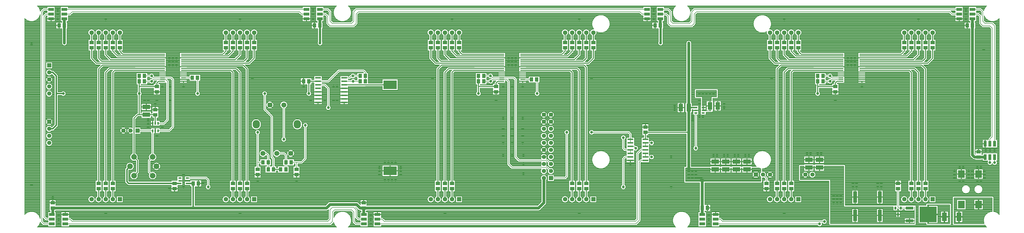
<source format=gtl>
G04 DipTrace 2.4.0.2*
%INsensorclock.GTL*%
%MOMM*%
%ADD13C,0.2*%
%ADD14C,0.3*%
%ADD15C,0.5*%
%ADD16C,1.0*%
%ADD17C,0.8*%
%ADD18R,1.5X1.5*%
%ADD19C,1.5*%
%ADD20R,4.78X3.15*%
%ADD21R,1.5X1.3*%
%ADD22R,1.422X4.064*%
%ADD23R,2.7X1.6*%
%ADD24R,1.6X2.7*%
%ADD25R,1.3X1.5*%
%ADD27R,0.65X1.05*%
%ADD29C,1.6*%
%ADD30R,1.78X3.15*%
%ADD31R,2.4X2.8*%
%ADD32R,2.75X1.0*%
%ADD33R,6.15X5.55*%
%ADD34C,1.8*%
%ADD35O,2.6X3.0*%
%ADD36R,1.1X0.6*%
%ADD37R,1.8X0.4*%
%ADD38R,2.0X0.6*%
%ADD39R,0.6X1.1*%
%ADD41R,2.0X1.1*%
%ADD42R,1.1X2.0*%
%ADD43C,2.0*%
%FSLAX53Y53*%
G04*
G71*
G90*
G75*
G01*
%LNTop*%
%LPD*%
X195540Y59530D2*
D13*
Y64610D1*
X195415D1*
X296390Y65880D2*
Y63975D1*
X296385Y59530D2*
D14*
Y62070D1*
X296390D1*
Y63975D1*
X304760D2*
X303370D1*
X302735Y63340D1*
Y62070D1*
X296390D1*
X60920Y63975D2*
X59530D1*
X58895Y63340D1*
Y62070D1*
X52545Y59530D2*
Y62059D1*
Y63975D1*
Y65880D2*
D13*
Y63975D1*
X58895Y62070D2*
D14*
Y62059D1*
X52545D1*
X73500Y59530D2*
D13*
Y65245D1*
X73495D1*
X182840Y63975D2*
D14*
X181450D1*
X180815Y63340D1*
Y62070D1*
X174465Y59530D2*
Y62070D1*
X174470D1*
Y63975D1*
Y65880D2*
D13*
Y63975D1*
X180815Y62070D2*
D14*
X174470D1*
X20160Y67150D2*
D15*
X21430D1*
X22700Y65880D1*
Y59530D1*
Y48100D1*
X21430Y46830D1*
X20160D1*
X100800Y32225D2*
D14*
X103350D1*
X100800D2*
D13*
Y36040D1*
X100170Y36670D1*
Y51275D1*
X97630Y53815D1*
Y59530D1*
X58330Y48830D2*
D14*
Y51830D1*
X55085Y51910D2*
X58330D1*
Y51830D1*
X52545Y59530D2*
Y51910D1*
X55085D1*
X50640Y36670D2*
X51910Y35400D1*
Y31222D1*
X50640Y29952D1*
Y36670D2*
Y50640D1*
X51910Y51910D1*
X55085D1*
X116805Y63975D2*
X113500D1*
X113505Y59530D2*
Y63975D1*
X116805D2*
D13*
X120490D1*
X124300Y67785D1*
X133190D1*
X133820Y67155D1*
Y65880D1*
Y63975D2*
Y65880D1*
X25240Y59530D2*
D15*
X22700D1*
X234475Y45560D2*
D14*
X250030D1*
D16*
Y31590D1*
X234475Y45560D2*
D14*
Y43020D1*
X69850Y27150D2*
D15*
X71912D1*
Y27145D1*
X354200Y36640D2*
D16*
X356600D1*
X254900Y18340D2*
Y15940D1*
X133190Y18255D2*
Y15940D1*
X133350D1*
X21430Y18255D2*
Y15940D1*
X21150D1*
X25650Y84090D2*
Y86490D1*
X117450Y84090D2*
Y86490D1*
X239850Y84090D2*
Y86490D1*
X352050Y84090D2*
Y86490D1*
Y84090D2*
Y77749D1*
Y37380D1*
X352790Y36640D1*
X354200D1*
X25650Y77749D2*
Y84090D1*
X117522Y77749D2*
D17*
Y84017D1*
X117450Y84090D1*
X239919Y77749D2*
Y84021D1*
X239850Y84090D1*
X254900Y18340D2*
D16*
Y28485D1*
X254335Y29050D1*
X252570D1*
X133190Y18255D2*
X196055D1*
X197960Y20160D1*
Y29050D1*
X133190Y18255D2*
X131920D1*
X130650Y19525D1*
X121125D1*
X119855Y18255D1*
X71912D1*
X21430D1*
X71912Y27145D2*
D15*
Y18255D1*
X250030Y45560D2*
D16*
Y54450D1*
X252570D2*
D15*
X250030D1*
D16*
X250079D1*
Y77749D1*
X138150Y14240D2*
D13*
X139850D1*
X140700Y13390D1*
X230800D1*
X231615Y14205D1*
Y37940D1*
X232885Y39210D1*
X234475D1*
Y41750D2*
Y40480D1*
Y41750D2*
X236695D1*
X312260Y73075D2*
D14*
X328345D1*
X330040Y74770D1*
Y76040D1*
X312260Y73725D2*
X326455D1*
X327500Y74770D1*
Y76040D1*
X312260Y67875D2*
X329315D1*
X330040Y67150D1*
Y27145D1*
X312260Y68525D2*
X331205D1*
X332580Y67150D1*
Y27145D1*
X312260Y71775D2*
X330855D1*
X332580Y73500D1*
Y76040D1*
X312260Y69825D2*
X333715D1*
X335120Y68420D1*
Y27145D1*
X312260Y71125D2*
X334015D1*
X335120Y72230D1*
Y76040D1*
X312260Y70475D2*
X335905D1*
X337660Y72230D1*
Y76040D1*
X304760Y71125D2*
X282885D1*
X281780Y72230D1*
Y76040D1*
X304760Y70475D2*
X280995D1*
X279240Y72230D1*
Y76040D1*
X304760Y69825D2*
X283185D1*
X281780Y68420D1*
Y27145D1*
X304760Y68525D2*
X285695D1*
X284320Y67150D1*
Y27145D1*
X304760Y71775D2*
X286045D1*
X284320Y73500D1*
Y76040D1*
X304760Y67875D2*
X287585D1*
X286860Y67150D1*
Y27145D1*
X304760Y73075D2*
X288555D1*
X286860Y74770D1*
Y76040D1*
X304760Y73725D2*
X290445D1*
X289400Y74770D1*
Y76040D1*
X190340Y73075D2*
X206425D1*
X208120Y74770D1*
Y76040D1*
X190340Y73725D2*
X204535D1*
X205580Y74770D1*
Y76040D1*
X190340Y67875D2*
X207395D1*
X208120Y67150D1*
Y27145D1*
X190340Y68525D2*
X209920D1*
X210660Y67785D1*
Y27145D1*
X190340Y71775D2*
X208935D1*
X210660Y73500D1*
Y76040D1*
X190340Y69825D2*
X212430D1*
X213200Y69055D1*
Y27145D1*
X190340Y71125D2*
X212095D1*
X213200Y72230D1*
Y76040D1*
X190340Y70475D2*
X213985D1*
X215740Y72230D1*
Y76040D1*
X182840Y71125D2*
X160965D1*
X159860Y72230D1*
Y76040D1*
X182840Y70475D2*
X159075D1*
X157320Y72230D1*
Y76040D1*
X182840Y69825D2*
X161265D1*
X159860Y68420D1*
Y27145D1*
X182840Y68525D2*
X163775D1*
X162400Y67150D1*
Y27145D1*
X182840Y71775D2*
X164125D1*
X162400Y73500D1*
Y76040D1*
X182840Y67875D2*
X165665D1*
X164940Y67150D1*
Y27145D1*
X182840Y73075D2*
X166635D1*
X164940Y74770D1*
Y76040D1*
X182840Y73725D2*
X168525D1*
X167480Y74770D1*
Y76040D1*
X68420Y73075D2*
X84505D1*
X86200Y74770D1*
Y76040D1*
X68420Y73725D2*
X82615D1*
X83660Y74770D1*
Y76040D1*
X68420Y67875D2*
X85475D1*
X86200Y67150D1*
Y27145D1*
X68420Y68525D2*
X87365D1*
X88740Y67150D1*
Y27145D1*
X68420Y71775D2*
X87015D1*
X88740Y73500D1*
Y76040D1*
X68420Y69825D2*
X89875D1*
X91280Y68420D1*
Y27145D1*
X68420Y71125D2*
X90175D1*
X91280Y72230D1*
Y76040D1*
X68420Y70475D2*
X92065D1*
X93820Y72230D1*
Y76040D1*
X60920Y71125D2*
X39045D1*
X37940Y72230D1*
Y76040D1*
X60920Y70475D2*
X37155D1*
X35400Y72230D1*
Y76040D1*
X60920Y69825D2*
X39345D1*
X37940Y68420D1*
Y27145D1*
X60920Y68525D2*
X41855D1*
X40480Y67150D1*
Y27145D1*
X60920Y71775D2*
X42205D1*
X40480Y73500D1*
Y76040D1*
X60920Y67875D2*
X43745D1*
X43020Y67150D1*
Y27145D1*
X60920Y73075D2*
X44715D1*
X43020Y74770D1*
Y76040D1*
X60920Y73725D2*
X46605D1*
X45560Y74770D1*
Y76040D1*
X234475Y35400D2*
D13*
X232885D1*
X232250Y34765D1*
Y13810D1*
X230980Y12540D1*
X138150D1*
X234475Y37940D2*
Y36670D1*
X236695D1*
X116805Y62705D2*
X119220D1*
X120490Y61435D1*
Y54450D1*
X229075Y36670D2*
X227170D1*
X226535Y36035D1*
Y25875D1*
X77310D2*
Y28415D1*
X76675Y29050D1*
X69850D1*
X229075Y39210D2*
Y37940D1*
Y39210D2*
X227170D1*
X226535Y39845D1*
Y43655D1*
X330040Y77940D2*
D14*
Y81530D1*
X327500Y77940D2*
Y81530D1*
X330040Y25245D2*
Y21430D1*
X332580Y25245D2*
Y21430D1*
X335120Y25245D2*
Y21430D1*
Y77940D2*
Y81530D1*
X337660Y77940D2*
Y81530D1*
X332580Y77940D2*
Y81530D1*
X281780Y77940D2*
Y81530D1*
X279240Y77940D2*
Y81530D1*
X281780Y25245D2*
Y21430D1*
X284320Y25245D2*
Y21430D1*
X286860Y25245D2*
Y21430D1*
Y77940D2*
Y81530D1*
X289400Y77940D2*
Y81530D1*
X284320Y77940D2*
Y81530D1*
X208120Y77940D2*
Y81530D1*
X205580Y77940D2*
Y81530D1*
X208120Y25245D2*
Y21430D1*
X210660Y25245D2*
Y21430D1*
X213200Y25245D2*
Y21430D1*
Y77940D2*
Y81530D1*
X215740Y77940D2*
Y81530D1*
X210660Y77940D2*
Y81530D1*
X159860Y77940D2*
Y81530D1*
X157320Y77940D2*
Y81530D1*
X159860Y25245D2*
Y21430D1*
X162400Y25245D2*
Y21430D1*
X164940Y25245D2*
Y21430D1*
Y77940D2*
Y81530D1*
X167480Y77940D2*
Y81530D1*
X162400Y77940D2*
Y81530D1*
X86200Y77940D2*
Y81530D1*
X83660Y77940D2*
Y81530D1*
X86200Y25245D2*
Y21430D1*
X88740Y25245D2*
Y21430D1*
X91280Y25245D2*
Y21430D1*
Y77940D2*
Y81530D1*
X93820Y77940D2*
Y81530D1*
X88740Y77940D2*
Y81530D1*
X37940Y77940D2*
Y81530D1*
X35400Y77940D2*
Y81530D1*
X37940Y25245D2*
Y21430D1*
X40480Y25245D2*
Y21430D1*
X43020Y25245D2*
Y21430D1*
Y77940D2*
Y81530D1*
X45560Y77940D2*
Y81530D1*
X40480Y77940D2*
Y81530D1*
X277970Y27140D2*
D13*
Y29050D1*
X276700Y30320D1*
X98900Y32225D2*
Y34765D1*
Y37305D1*
X98265Y37940D1*
X96995D1*
X133350Y12540D2*
X130500D1*
X129650Y13390D1*
Y16790D1*
X128800Y17640D1*
X122850D1*
X122000Y16790D1*
Y13390D1*
X121150Y12540D1*
X25950D1*
X133350Y14240D2*
X131350D1*
X130500Y15090D1*
Y17640D1*
X129650Y18490D1*
X122000D1*
X121150Y17640D1*
Y14240D1*
X120300Y13390D1*
X28500D1*
X27650Y14240D1*
X25950D1*
X20850Y89890D2*
X18300D1*
X17450Y89040D1*
Y13390D1*
X18300Y12540D1*
X21150D1*
Y14240D2*
X19150D1*
X18300Y15090D1*
Y87340D1*
X19150Y88190D1*
X20850D1*
X25650Y89890D2*
X112650D1*
X25650Y88190D2*
X27650D1*
X28500Y89040D1*
X110100D1*
X110950Y88190D1*
X112650D1*
X117450Y89890D2*
X120300D1*
X121150Y89040D1*
Y85640D1*
X122000Y84790D1*
X128800D1*
X129650Y85640D1*
Y89040D1*
X130500Y89890D1*
X235050D1*
Y88190D2*
X233350D1*
X232500Y89040D1*
X131350D1*
X130500Y88190D1*
Y84790D1*
X129650Y83940D1*
X121150D1*
X120300Y84790D1*
Y87340D1*
X119450Y88190D1*
X117450D1*
X239850Y89890D2*
X242700D1*
X243550Y89040D1*
Y85640D1*
X244400Y84790D1*
X250350D1*
X251200Y85640D1*
Y89040D1*
X252050Y89890D1*
X347250D1*
Y88190D2*
X344700D1*
X343850Y89040D1*
X252900D1*
X252050Y88190D1*
Y84790D1*
X251200Y83940D1*
X243550D1*
X242700Y84790D1*
Y87340D1*
X241850Y88190D1*
X239850D1*
X360000Y41440D2*
Y83940D1*
X359150Y84790D1*
X356600D1*
X355750Y85640D1*
Y89040D1*
X354900Y89890D1*
X352050D1*
Y88190D2*
X354050D1*
X354900Y87340D1*
Y84790D1*
X355750Y83940D1*
X358300D1*
X359150Y83090D1*
Y43990D1*
X358300Y43140D1*
Y41440D1*
X259700Y12540D2*
X297100D1*
X360000Y34640D2*
Y36640D1*
X259700Y14240D2*
X261400D1*
X262250Y13390D1*
X298800D1*
X358300Y34640D2*
Y36640D1*
X329405Y18255D2*
X326230D1*
X325595D1*
X325277Y18573D1*
Y25245D1*
X193515Y64610D2*
X190340D1*
Y64625D1*
X68420Y65275D2*
Y65245D1*
X71595D1*
X67150Y27150D2*
D15*
X65245D1*
Y27145D1*
X48735D1*
X48100Y27780D1*
Y32162D1*
X49249Y33311D1*
X57358Y36670D2*
D13*
X56088Y35400D1*
Y31222D1*
X57358Y29952D1*
Y36670D2*
Y46130D1*
X57380D1*
X51910Y46195D2*
X57380D1*
Y46130D1*
X105250Y32225D2*
Y34765D1*
X105255D1*
Y37300D1*
X104615Y37940D1*
X101995D1*
X126205Y62705D2*
D14*
X142715D1*
X96360Y34765D2*
D13*
X97000D1*
X95090D1*
Y32225D1*
Y45560D2*
Y34765D1*
X107155D2*
X109060D1*
Y32225D1*
X112235Y48100D2*
Y36035D1*
X110965Y34765D1*
X109060D1*
X104495Y43020D2*
Y55440D1*
X60920Y65275D2*
X57595D1*
X56990Y65880D1*
X178822D2*
X179545Y65245D1*
X182840D1*
Y65275D1*
X54445Y65880D2*
X56990D1*
X178822D2*
X176370D1*
X300830D2*
X301465Y65245D1*
X304640D1*
X304760Y65275D1*
X300830Y65880D2*
X298290D1*
X182840Y65192D2*
Y65275D1*
X200500Y34130D2*
X199230Y35400D1*
X189070D1*
X187800Y36670D1*
Y64610D1*
X187135Y65275D1*
X182840D1*
X129320Y65880D2*
X131920D1*
X126205Y65245D2*
X128110D1*
X128745Y65880D1*
X129320D1*
X60920Y65275D2*
X63945D1*
X64610Y64610D1*
Y47465D1*
X63340Y46195D1*
X59280D1*
Y46130D1*
X60920Y64625D2*
X57640D1*
X56990Y63975D1*
X178867D2*
X179545Y64610D1*
X182840Y64625D1*
X54445Y63975D2*
X56990D1*
X178867D2*
X176370D1*
X300830D2*
X301480Y64625D1*
X304760D1*
X300830Y63975D2*
X298290D1*
X200500Y31590D2*
X199230Y32860D1*
X186530D1*
X185260Y34130D1*
Y63975D1*
X184610Y64625D1*
X182840D1*
X60920D2*
X62055D1*
X62705Y63975D1*
Y50005D1*
X61435Y48735D1*
X59280D1*
Y48830D1*
X129410Y63975D2*
X131920D1*
X129410D2*
X126205D1*
X229075Y40480D2*
X230345D1*
X230980Y39845D1*
X252570D2*
Y52550D1*
X229075Y41750D2*
Y43020D1*
Y44925D1*
X228440Y45560D1*
X215105D1*
X206215D2*
Y29685D1*
X205580Y29050D1*
X200500D1*
D16*
X25650Y77749D3*
X352050D3*
X117522D3*
X239919D3*
X250079D3*
X236695Y41750D3*
Y36670D3*
X120490Y54450D3*
X226535Y25875D3*
X77310D3*
X226535Y43655D3*
X297100Y12540D3*
X360000Y34640D3*
X298800Y13390D3*
X358300Y34640D3*
X95090Y45560D3*
X112235Y48100D3*
X104495Y43020D3*
X56990Y65880D3*
X178822D3*
D3*
X300830D3*
D3*
X56990D3*
X129320D3*
D3*
X56990Y63975D3*
X178867D3*
D3*
X300830D3*
D3*
X56990D3*
X129410D3*
D3*
X230980Y39845D3*
X252570D3*
X215105Y45560D3*
X206215D3*
X23250Y89690D3*
X115050D3*
X237450D3*
X349650D3*
X23250Y88090D3*
X115050D3*
X237450D3*
X349650D3*
X23250Y86490D3*
X115050D3*
X237450D3*
X349650D3*
X40480Y86200D3*
X88740D3*
X164940D3*
X210660D3*
X284320D3*
X332580D3*
X13810Y77310D3*
X356075Y75405D3*
X63340Y72230D3*
X64610D3*
X65880D3*
X185260D3*
X186530D3*
X187800D3*
X307180D3*
X308450D3*
X309720D3*
X63340Y70960D3*
X64610D3*
X65880D3*
X185260D3*
X186530D3*
X187800D3*
X307180D3*
X308450D3*
X309720D3*
X63340Y69690D3*
X64610D3*
X65880D3*
X185260D3*
X186530D3*
X187800D3*
X307180D3*
X308450D3*
X309720D3*
X93185Y64927D3*
X157955D3*
X215105D3*
X279875D3*
X68420Y62070D3*
X186530D3*
X190340D3*
X312260D3*
X25240Y59530D3*
X52545D3*
X73500D3*
X97630D3*
X113505D3*
X174465D3*
X195540D3*
X253840D3*
X255110D3*
X256380D3*
X257650D3*
X258920D3*
X296385D3*
X58260Y55720D3*
X180815Y56990D3*
X253840D3*
X262730Y55720D3*
X302735Y56990D3*
X253840Y55720D3*
X262730Y54450D3*
X244950Y55085D3*
X251459Y51275D3*
X253840D3*
X255110D3*
X186530Y50640D3*
X251459Y50005D3*
X55720Y47465D3*
X60800D3*
X58895Y44290D3*
X356800Y39040D3*
X358400D3*
X360000D3*
X292575Y37940D3*
X293845D3*
X296385D3*
X297655D3*
X186530Y37305D3*
X258920D3*
X260190D3*
X262730D3*
X264000D3*
X266540D3*
X267810D3*
X270350D3*
X271620D3*
X243680Y36670D3*
X140810Y34765D3*
X142080D3*
X143350D3*
X144620D3*
X138905Y32860D3*
X146525D3*
X347465D3*
X348735D3*
X353815D3*
X355085D3*
X138905Y31590D3*
X146525D3*
X250030D3*
X251300D3*
X252570D3*
X345560D3*
X350640D3*
X351910D3*
X356355D3*
X138905Y30320D3*
X146525D3*
X250030D3*
X251300D3*
X252570D3*
X345560D3*
X350640D3*
X351910D3*
X356355D3*
X250030Y29050D3*
X251300D3*
X252570D3*
X345560D3*
X350640D3*
X351910D3*
X356355D3*
X140810Y28415D3*
X142080D3*
X143350D3*
X144620D3*
X347465Y27780D3*
X348735D3*
X353815D3*
X355085D3*
X309085Y27145D3*
X310355D3*
X317975D3*
X319245D3*
X13810Y26510D3*
X243680Y25875D3*
X309085D3*
X310355D3*
X317975D3*
X319245D3*
X302100Y22700D3*
X303370D3*
X304640D3*
X302100Y21430D3*
X303370D3*
X304640D3*
X302100Y20160D3*
X303370D3*
X304640D3*
X40480Y16350D3*
X88740D3*
X162400D3*
X210660D3*
X284320D3*
X23550Y15740D3*
X135750D3*
X257300D3*
X23550Y14140D3*
X135750D3*
X257300D3*
X23550Y12540D3*
X135750D3*
X257300D3*
X244950Y53815D3*
X63340Y25240D3*
X75405Y27145D3*
X54450Y56990D3*
X55720D3*
X58895D3*
X60800Y62070D3*
X55720Y50005D3*
Y48735D3*
X68420Y25875D3*
X95090Y27780D3*
X122395Y62070D3*
X68420Y30320D3*
X123665Y62070D3*
X122395Y56990D3*
X123665D3*
X119220D3*
X111600Y62070D3*
X114140Y56990D3*
X229075Y34130D3*
X109060Y27780D3*
X21430Y22065D3*
X183355Y46830D3*
X63657Y62070D3*
Y56990D3*
X183355Y62070D3*
Y50640D3*
X190340D3*
X183355Y37305D3*
X190657D3*
Y34130D3*
Y30637D3*
X186530Y46830D3*
X190340D3*
Y44290D3*
Y41750D3*
X186530D3*
Y44290D3*
X183355D3*
Y41750D3*
X290155Y33198D2*
D13*
X291432D1*
X294988D2*
X295242D1*
X298797D2*
X305792D1*
X290155Y33002D2*
X291432D1*
X294988D2*
X295242D1*
X298797D2*
X305792D1*
X290155Y32805D2*
X291432D1*
X294988D2*
X295242D1*
X298797D2*
X305792D1*
X290155Y32608D2*
X291432D1*
X294988D2*
X295242D1*
X298797D2*
X305792D1*
X290155Y32412D2*
X291432D1*
X294988D2*
X295242D1*
X298797D2*
X305792D1*
X290155Y32215D2*
X291432D1*
X294988D2*
X295242D1*
X298797D2*
X305792D1*
X290155Y32018D2*
X291432D1*
X294988D2*
X295242D1*
X298797D2*
X305792D1*
X290155Y31822D2*
X291432D1*
X294988D2*
X295242D1*
X298797D2*
X305792D1*
X290155Y31625D2*
X305792D1*
X290155Y31428D2*
X291585D1*
X292294D2*
X294126D1*
X294835D2*
X305792D1*
X290155Y31232D2*
X291207D1*
X292672D2*
X293748D1*
X295213D2*
X305792D1*
X290155Y31035D2*
X291010D1*
X292869D2*
X293551D1*
X295410D2*
X305792D1*
X290155Y30838D2*
X290885D1*
X292994D2*
X293426D1*
X295535D2*
X305792D1*
X290155Y30642D2*
X290807D1*
X293072D2*
X293348D1*
X295613D2*
X305792D1*
X290155Y30445D2*
X290770D1*
X293110D2*
X293310D1*
X295650D2*
X305792D1*
X290155Y30248D2*
X290763D1*
X293116D2*
X293304D1*
X295657D2*
X305792D1*
X290155Y30052D2*
X290795D1*
X293085D2*
X293335D1*
X295625D2*
X305792D1*
X290155Y29855D2*
X290860D1*
X293019D2*
X293401D1*
X295560D2*
X305792D1*
X290155Y29658D2*
X290970D1*
X292910D2*
X293510D1*
X295450D2*
X305792D1*
X290155Y29462D2*
X291145D1*
X292738D2*
X293682D1*
X295275D2*
X305792D1*
X290155Y29265D2*
X291445D1*
X292438D2*
X293982D1*
X294975D2*
X305792D1*
X290155Y29068D2*
X305792D1*
X290155Y28872D2*
X305792D1*
X290155Y28675D2*
X305792D1*
X300928Y28478D2*
X305792D1*
X300950Y28282D2*
X305792D1*
X300950Y28085D2*
X305792D1*
X300950Y27888D2*
X305792D1*
X300950Y27692D2*
X305792D1*
X300950Y27495D2*
X305792D1*
X300950Y27298D2*
X305792D1*
X300950Y27102D2*
X305792D1*
X300950Y26905D2*
X305792D1*
X300950Y26708D2*
X305792D1*
X300950Y26512D2*
X305792D1*
X300950Y26315D2*
X305792D1*
X300950Y26118D2*
X305792D1*
X300950Y25922D2*
X305792D1*
X300950Y25725D2*
X305792D1*
X300950Y25528D2*
X305792D1*
X300950Y25332D2*
X305792D1*
X300950Y25135D2*
X305792D1*
X300950Y24938D2*
X305792D1*
X300950Y24742D2*
X305792D1*
X300950Y24545D2*
X305792D1*
X300950Y24348D2*
X305792D1*
X300950Y24152D2*
X305792D1*
X300950Y23955D2*
X305792D1*
X300950Y23758D2*
X305792D1*
X300950Y23562D2*
X305792D1*
X300950Y23365D2*
X305792D1*
X300950Y23168D2*
X305792D1*
X300950Y22972D2*
X305792D1*
X300950Y22775D2*
X305792D1*
X300950Y22578D2*
X305792D1*
X300950Y22382D2*
X305792D1*
X300950Y22185D2*
X305792D1*
X300950Y21988D2*
X305792D1*
X300950Y21792D2*
X305792D1*
X300950Y21595D2*
X305792D1*
X300950Y21398D2*
X305792D1*
X300950Y21202D2*
X305792D1*
X300950Y21005D2*
X305792D1*
X300950Y20808D2*
X305792D1*
X300950Y20612D2*
X305792D1*
X300950Y20415D2*
X305792D1*
X300950Y20218D2*
X305792D1*
X300950Y20022D2*
X305792D1*
X300950Y19825D2*
X305792D1*
X300950Y19628D2*
X305792D1*
X300950Y19432D2*
X305792D1*
X300950Y19235D2*
X305792D1*
X300950Y19038D2*
X305792D1*
X300950Y18842D2*
X305792D1*
X300950Y18645D2*
X323576D1*
X300950Y18448D2*
X323576D1*
X300950Y18252D2*
X323576D1*
X300950Y18055D2*
X323576D1*
X300950Y17858D2*
X308707D1*
X310985D2*
X317598D1*
X319875D2*
X323576D1*
X325082D2*
X325257D1*
X300950Y17662D2*
X308707D1*
X310985D2*
X317598D1*
X319875D2*
X323576D1*
X325082D2*
X325476D1*
X326982D2*
X327601D1*
X300950Y17465D2*
X308707D1*
X310985D2*
X317598D1*
X319875D2*
X323576D1*
X325082D2*
X325476D1*
X326982D2*
X327601D1*
X300950Y17268D2*
X308707D1*
X310985D2*
X317598D1*
X319875D2*
X331192D1*
X300950Y17072D2*
X308707D1*
X310985D2*
X317598D1*
X319875D2*
X331192D1*
X300950Y16875D2*
X308707D1*
X310985D2*
X317598D1*
X319875D2*
X324526D1*
X326032D2*
X331192D1*
X300950Y16678D2*
X308707D1*
X310985D2*
X317598D1*
X319875D2*
X324526D1*
X326032D2*
X331192D1*
X300950Y16482D2*
X308707D1*
X310985D2*
X317598D1*
X319875D2*
X324526D1*
X326032D2*
X331192D1*
X300950Y16285D2*
X308707D1*
X310985D2*
X317598D1*
X319875D2*
X324526D1*
X326032D2*
X331192D1*
X300950Y16088D2*
X308707D1*
X310985D2*
X317598D1*
X319875D2*
X324526D1*
X326032D2*
X331192D1*
X300950Y15892D2*
X308707D1*
X310985D2*
X317598D1*
X319875D2*
X324526D1*
X326032D2*
X331192D1*
X300950Y15695D2*
X308707D1*
X310985D2*
X317598D1*
X319875D2*
X324526D1*
X326032D2*
X331192D1*
X300950Y15498D2*
X308707D1*
X310985D2*
X317598D1*
X319875D2*
X324526D1*
X326032D2*
X331192D1*
X300950Y15302D2*
X308707D1*
X310985D2*
X317598D1*
X319875D2*
X324526D1*
X326032D2*
X331192D1*
X300950Y15105D2*
X308707D1*
X310985D2*
X317598D1*
X319875D2*
X324526D1*
X326032D2*
X331192D1*
X300950Y14908D2*
X308707D1*
X310985D2*
X317598D1*
X319875D2*
X331192D1*
X300950Y14712D2*
X308707D1*
X310985D2*
X317598D1*
X319875D2*
X331192D1*
X300950Y14515D2*
X308707D1*
X310985D2*
X317598D1*
X319875D2*
X327601D1*
X300950Y14318D2*
X308707D1*
X310985D2*
X317598D1*
X319875D2*
X327601D1*
X300950Y14122D2*
X308707D1*
X310985D2*
X317598D1*
X319875D2*
X327601D1*
X300950Y13925D2*
X308707D1*
X310985D2*
X317598D1*
X319875D2*
X327601D1*
X300950Y13728D2*
X308707D1*
X310985D2*
X317598D1*
X319875D2*
X327601D1*
X300950Y13532D2*
X308707D1*
X310985D2*
X317598D1*
X319875D2*
X327601D1*
X300950Y13335D2*
X308707D1*
X310985D2*
X317598D1*
X319875D2*
X327601D1*
X300950Y13138D2*
X327601D1*
X300950Y12942D2*
X327601D1*
X300950Y12745D2*
X331192D1*
X293098Y30300D2*
X293084Y30141D1*
X293048Y29985D1*
X292992Y29835D1*
X292915Y29695D1*
X292820Y29567D1*
X292707Y29453D1*
X292581Y29355D1*
X292442Y29276D1*
X292293Y29217D1*
X292138Y29179D1*
X291979Y29163D1*
X291819Y29168D1*
X291662Y29196D1*
X291510Y29245D1*
X291366Y29314D1*
X291233Y29403D1*
X291113Y29509D1*
X291009Y29631D1*
X290923Y29766D1*
X290857Y29911D1*
X290811Y30064D1*
X290786Y30222D1*
X290784Y30382D1*
X290803Y30541D1*
X290844Y30695D1*
X290907Y30842D1*
X290988Y30980D1*
X291088Y31105D1*
X291204Y31214D1*
X291335Y31307D1*
X291476Y31381D1*
X291627Y31435D1*
X291784Y31467D1*
X291943Y31478D1*
X292103Y31467D1*
X292259Y31433D1*
X292409Y31379D1*
X292551Y31304D1*
X292680Y31211D1*
X292796Y31100D1*
X292895Y30975D1*
X292976Y30837D1*
X293038Y30689D1*
X293078Y30535D1*
X293097Y30376D1*
X293098Y30300D1*
X295634Y30220D2*
X295599Y30023D1*
X295532Y29835D1*
X295433Y29662D1*
X295306Y29508D1*
X295154Y29378D1*
X294982Y29276D1*
X294795Y29206D1*
X294599Y29168D1*
X294399Y29165D1*
X294202Y29196D1*
X294013Y29260D1*
X293838Y29357D1*
X293682Y29481D1*
X293549Y29631D1*
X293445Y29801D1*
X293371Y29987D1*
X293330Y30182D1*
X293324Y30382D1*
X293352Y30580D1*
X293413Y30770D1*
X293506Y30947D1*
X293628Y31105D1*
X293776Y31239D1*
X293944Y31347D1*
X294129Y31423D1*
X294324Y31467D1*
X294523Y31477D1*
X294721Y31453D1*
X294912Y31394D1*
X295091Y31304D1*
X295251Y31184D1*
X295388Y31039D1*
X295498Y30872D1*
X295578Y30689D1*
X295625Y30495D1*
X295638Y30320D1*
X295634Y30220D1*
X317638Y18028D2*
X319856D1*
Y13148D1*
X317618D1*
Y18028D1*
X317638D1*
X308748D2*
X310966D1*
Y13148D1*
X308728D1*
Y18028D1*
X308748D1*
X298778Y33395D2*
Y31652D1*
X295262D1*
Y33395D1*
X294969D1*
X294968Y32728D1*
Y31652D1*
X291452D1*
Y33395D1*
X290135D1*
Y28515D1*
X300830D1*
X300914Y28466D1*
X300930Y28415D1*
Y12640D1*
X331210D1*
Y18790D1*
X331188D1*
Y17347D1*
X327622D1*
Y17750D1*
X327405Y17747D1*
X326964D1*
X326963Y17322D1*
X325497D1*
X325496Y17757D1*
X325400Y17786D1*
X325312Y17833D1*
X325236Y17896D1*
X325061Y18070D1*
X325063Y17322D1*
X323597D1*
Y18788D1*
X322510Y18790D1*
X305910D1*
X305826Y18839D1*
X305810Y18890D1*
Y33395D1*
X298776D1*
X324567Y16888D2*
X326013D1*
Y15022D1*
X324547D1*
Y16888D1*
X324567D1*
X327642Y14603D2*
X331188D1*
Y12787D1*
X327622D1*
Y14603D1*
X327642D1*
X291121Y31139D2*
D14*
X292759Y29501D1*
Y31139D2*
X291121Y29501D1*
X318737Y18028D2*
Y13148D1*
X317618Y15588D2*
X319856D1*
X309847Y18028D2*
Y13148D1*
X308728Y15588D2*
X310966D1*
X297020Y32860D2*
Y31652D1*
X295262Y32860D2*
X298778D1*
X293210D2*
Y31652D1*
X291452Y32860D2*
X294968D1*
X325280Y16888D2*
Y15022D1*
X324547Y15955D2*
X326013D1*
X329405Y14603D2*
Y12787D1*
X327622Y13695D2*
X331188D1*
X345400Y21768D2*
D13*
X359130D1*
X345400Y21572D2*
X359130D1*
X345400Y21375D2*
X359130D1*
X345400Y21178D2*
X346443D1*
X349698D2*
X352543D1*
X355798D2*
X359130D1*
X345400Y20982D2*
X346443D1*
X349698D2*
X352543D1*
X355798D2*
X359130D1*
X345400Y20785D2*
X346443D1*
X349698D2*
X352543D1*
X355798D2*
X359130D1*
X345400Y20588D2*
X346443D1*
X349698D2*
X352543D1*
X355798D2*
X359130D1*
X345400Y20392D2*
X346443D1*
X349698D2*
X352543D1*
X355798D2*
X359130D1*
X345400Y20195D2*
X346443D1*
X349698D2*
X352543D1*
X355798D2*
X359130D1*
X345400Y19998D2*
X346443D1*
X349698D2*
X352543D1*
X355798D2*
X359130D1*
X345400Y19802D2*
X346443D1*
X349698D2*
X352543D1*
X355798D2*
X359130D1*
X345400Y19605D2*
X346443D1*
X349698D2*
X352543D1*
X355798D2*
X359130D1*
X345400Y19408D2*
X346443D1*
X349698D2*
X352543D1*
X355798D2*
X359130D1*
X345400Y19212D2*
X346443D1*
X349698D2*
X352543D1*
X355798D2*
X359130D1*
X345400Y19015D2*
X346443D1*
X349698D2*
X352543D1*
X355798D2*
X359130D1*
X345400Y18818D2*
X346443D1*
X349698D2*
X352543D1*
X355798D2*
X359130D1*
X345400Y18622D2*
X346443D1*
X349698D2*
X352543D1*
X355798D2*
X359130D1*
X345400Y18425D2*
X346443D1*
X349698D2*
X352543D1*
X355798D2*
X359130D1*
X345400Y18228D2*
X346443D1*
X349698D2*
X352543D1*
X355798D2*
X359130D1*
X345400Y18032D2*
X346443D1*
X349698D2*
X352543D1*
X355798D2*
X359130D1*
X345400Y17835D2*
X346443D1*
X349698D2*
X352543D1*
X355798D2*
X359130D1*
X345400Y17638D2*
X359130D1*
X345400Y17442D2*
X359130D1*
X345400Y17245D2*
X359130D1*
X345400Y17048D2*
X345868D1*
X348502D2*
X359130D1*
X345400Y16852D2*
X345868D1*
X348502D2*
X358227D1*
X345400Y16655D2*
X345868D1*
X348502D2*
X357758D1*
X345400Y16458D2*
X345868D1*
X348502D2*
X357427D1*
X345400Y16262D2*
X345868D1*
X348502D2*
X357168D1*
X345400Y16065D2*
X345868D1*
X348502D2*
X356955D1*
X345400Y15868D2*
X345868D1*
X348502D2*
X356777D1*
X345400Y15672D2*
X345868D1*
X348502D2*
X356624D1*
X345400Y15475D2*
X345868D1*
X348502D2*
X356493D1*
X345400Y15278D2*
X345868D1*
X348502D2*
X356383D1*
X345400Y15082D2*
X345868D1*
X348502D2*
X356290D1*
X345400Y14885D2*
X345868D1*
X348502D2*
X356212D1*
X345400Y14688D2*
X345868D1*
X348502D2*
X356149D1*
X345400Y14492D2*
X345868D1*
X348502D2*
X356099D1*
X345400Y14295D2*
X345868D1*
X348502D2*
X356065D1*
X345400Y14098D2*
X345868D1*
X348502D2*
X356040D1*
X345400Y13902D2*
X345868D1*
X348502D2*
X356027D1*
X345400Y13705D2*
X345868D1*
X348502D2*
X356027D1*
X345400Y13508D2*
X345868D1*
X348502D2*
X356040D1*
X345400Y13312D2*
X345868D1*
X348502D2*
X356065D1*
X345400Y13115D2*
X345868D1*
X348502D2*
X356102D1*
X345400Y12918D2*
X356152D1*
X345400Y12722D2*
X356218D1*
X345907Y17063D2*
X348483D1*
Y13097D1*
X345887D1*
Y17063D1*
X345907D1*
X352582Y21333D2*
X355778D1*
Y17717D1*
X352562D1*
Y21333D1*
X352582D1*
X346562D2*
X349678D1*
Y17717D1*
X346462D1*
Y21333D1*
X346562D1*
X356268Y12640D2*
X356190Y12861D1*
X356115Y13151D1*
X356067Y13447D1*
X356047Y13746D1*
X356055Y14046D1*
X356091Y14344D1*
X356155Y14637D1*
X356246Y14923D1*
X356363Y15199D1*
X356506Y15463D1*
X356672Y15712D1*
X356862Y15945D1*
X357072Y16159D1*
X357301Y16352D1*
X357547Y16523D1*
X357808Y16671D1*
X358082Y16793D1*
X358366Y16889D1*
X358658Y16958D1*
X358955Y17000D1*
X359152Y17012D1*
X359150Y19040D1*
Y21965D1*
X345380D1*
Y12640D1*
X356271D1*
X347185Y17063D2*
D15*
Y13097D1*
X345887Y15080D2*
X348483D1*
X354170Y21333D2*
Y17717D1*
X352562Y19525D2*
X355778D1*
X335875Y19228D2*
D13*
X343890D1*
X339608Y19032D2*
X343890D1*
X339608Y18835D2*
X343890D1*
X339608Y18638D2*
X343890D1*
X339608Y18442D2*
X343890D1*
X339608Y18245D2*
X343890D1*
X339608Y18048D2*
X343890D1*
X339608Y17852D2*
X343890D1*
X339608Y17655D2*
X343890D1*
X339608Y17458D2*
X343890D1*
X339608Y17262D2*
X343890D1*
X339608Y17065D2*
X343890D1*
X339608Y16868D2*
X340637D1*
X343273D2*
X343890D1*
X339608Y16672D2*
X340637D1*
X343273D2*
X343890D1*
X339608Y16475D2*
X340637D1*
X343273D2*
X343890D1*
X339608Y16278D2*
X340637D1*
X343273D2*
X343890D1*
X339608Y16082D2*
X340637D1*
X343273D2*
X343890D1*
X339608Y15885D2*
X340637D1*
X343273D2*
X343890D1*
X339608Y15688D2*
X340637D1*
X343273D2*
X343890D1*
X339608Y15492D2*
X340637D1*
X343273D2*
X343890D1*
X339608Y15295D2*
X340637D1*
X343273D2*
X343890D1*
X339608Y15098D2*
X340637D1*
X343273D2*
X343890D1*
X339608Y14902D2*
X340637D1*
X343273D2*
X343890D1*
X339608Y14705D2*
X340637D1*
X343273D2*
X343890D1*
X339608Y14508D2*
X340637D1*
X343273D2*
X343890D1*
X339608Y14312D2*
X340637D1*
X343273D2*
X343890D1*
X339608Y14115D2*
X340637D1*
X343273D2*
X343890D1*
X339608Y13918D2*
X340637D1*
X343273D2*
X343890D1*
X339608Y13722D2*
X340637D1*
X343273D2*
X343890D1*
X339608Y13525D2*
X340637D1*
X343273D2*
X343890D1*
X339608Y13328D2*
X340637D1*
X343273D2*
X343890D1*
X339608Y13132D2*
X340637D1*
X343273D2*
X343890D1*
X339608Y12935D2*
X343890D1*
X335875Y12738D2*
X343890D1*
X340677Y17063D2*
X343253D1*
Y13097D1*
X340657D1*
Y17063D1*
X340677D1*
X335855Y19158D2*
X339588D1*
Y12792D1*
X335855D1*
Y12640D1*
X343910D1*
Y19425D1*
X335855D1*
Y19159D1*
X341955Y17063D2*
D15*
Y13097D1*
X340657Y15080D2*
X343253D1*
X336105Y19158D2*
Y12792D1*
Y15975D2*
X339588D1*
X16117Y90983D2*
D13*
X123264D1*
X127876D2*
X245183D1*
X249795D2*
X356945D1*
X16295Y90787D2*
X19423D1*
X22279D2*
X24223D1*
X27079D2*
X111223D1*
X114079D2*
X116023D1*
X118879D2*
X123086D1*
X128054D2*
X233623D1*
X236479D2*
X238423D1*
X241279D2*
X245005D1*
X249973D2*
X345823D1*
X348679D2*
X350623D1*
X353479D2*
X356767D1*
X16445Y90590D2*
X19423D1*
X22279D2*
X24223D1*
X27079D2*
X111223D1*
X114079D2*
X116023D1*
X118879D2*
X122936D1*
X128204D2*
X233623D1*
X236479D2*
X238423D1*
X241279D2*
X244855D1*
X250126D2*
X345823D1*
X348679D2*
X350623D1*
X353479D2*
X356614D1*
X16573Y90393D2*
X18214D1*
X22279D2*
X24223D1*
X114079D2*
X116023D1*
X120385D2*
X122808D1*
X128332D2*
X130414D1*
X236479D2*
X238423D1*
X242785D2*
X244727D1*
X250254D2*
X251964D1*
X348679D2*
X350623D1*
X354985D2*
X356486D1*
X16682Y90197D2*
X17867D1*
X22279D2*
X24223D1*
X114079D2*
X116023D1*
X120732D2*
X122698D1*
X128442D2*
X130067D1*
X236479D2*
X238423D1*
X243132D2*
X244617D1*
X250363D2*
X251617D1*
X348679D2*
X350623D1*
X355332D2*
X356377D1*
X16776Y90000D2*
X17673D1*
X22279D2*
X24223D1*
X114079D2*
X116023D1*
X120929D2*
X122605D1*
X128535D2*
X129873D1*
X236479D2*
X238423D1*
X243329D2*
X244527D1*
X250454D2*
X251423D1*
X348679D2*
X350623D1*
X355529D2*
X356286D1*
X16851Y89803D2*
X17477D1*
X22279D2*
X24223D1*
X114079D2*
X116023D1*
X121126D2*
X122530D1*
X128610D2*
X129677D1*
X236479D2*
X238423D1*
X243526D2*
X244448D1*
X250532D2*
X251227D1*
X348679D2*
X350623D1*
X355726D2*
X356208D1*
X16913Y89607D2*
X17280D1*
X22279D2*
X24223D1*
X114079D2*
X116023D1*
X121323D2*
X122467D1*
X128673D2*
X129480D1*
X236479D2*
X238423D1*
X243723D2*
X244386D1*
X250595D2*
X251030D1*
X348679D2*
X350623D1*
X355923D2*
X356145D1*
X16963Y89410D2*
X17083D1*
X22279D2*
X24223D1*
X114079D2*
X116023D1*
X121517D2*
X122417D1*
X128723D2*
X129283D1*
X236479D2*
X238423D1*
X243917D2*
X244339D1*
X250642D2*
X250833D1*
X348679D2*
X350623D1*
X18360Y89213D2*
X19423D1*
X22279D2*
X24223D1*
X114079D2*
X116023D1*
X118879D2*
X120239D1*
X121648D2*
X122383D1*
X128757D2*
X129152D1*
X236479D2*
X238423D1*
X241279D2*
X242639D1*
X244048D2*
X244302D1*
X344413D2*
X345823D1*
X348679D2*
X350623D1*
X353479D2*
X354839D1*
X18163Y89017D2*
X19423D1*
X22279D2*
X24223D1*
X114079D2*
X116023D1*
X118879D2*
X120436D1*
X121679D2*
X122358D1*
X128782D2*
X129123D1*
X236479D2*
X238423D1*
X241279D2*
X242836D1*
X244079D2*
X244280D1*
X344610D2*
X345823D1*
X348679D2*
X350623D1*
X353479D2*
X355036D1*
X17979Y88820D2*
X19423D1*
X22279D2*
X24223D1*
X114079D2*
X116023D1*
X118879D2*
X120623D1*
X121679D2*
X122348D1*
X128792D2*
X129123D1*
X236479D2*
X238423D1*
X241279D2*
X243023D1*
X244079D2*
X244267D1*
X344807D2*
X345823D1*
X348679D2*
X350623D1*
X353479D2*
X355223D1*
X17979Y88623D2*
X18864D1*
X22279D2*
X24223D1*
X114079D2*
X116023D1*
X119735D2*
X120623D1*
X121679D2*
X122348D1*
X128792D2*
X129123D1*
X236479D2*
X238423D1*
X242135D2*
X243023D1*
X244079D2*
X244270D1*
X348679D2*
X350623D1*
X354335D2*
X355223D1*
X17979Y88427D2*
X18648D1*
X22279D2*
X24223D1*
X28626D2*
X109977D1*
X114079D2*
X116023D1*
X119951D2*
X120623D1*
X121679D2*
X122361D1*
X128779D2*
X129123D1*
X131476D2*
X232377D1*
X236479D2*
X238423D1*
X242351D2*
X243023D1*
X244079D2*
X244283D1*
X253026D2*
X343727D1*
X348679D2*
X350623D1*
X354551D2*
X355223D1*
X17979Y88230D2*
X18452D1*
X22279D2*
X24223D1*
X28429D2*
X110173D1*
X114079D2*
X116023D1*
X120148D2*
X120623D1*
X121679D2*
X122389D1*
X128751D2*
X129123D1*
X131279D2*
X232573D1*
X236479D2*
X238423D1*
X242548D2*
X243023D1*
X244079D2*
X244308D1*
X252829D2*
X343923D1*
X348679D2*
X350623D1*
X354748D2*
X355223D1*
X17979Y88033D2*
X18255D1*
X22279D2*
X24223D1*
X28232D2*
X110367D1*
X114079D2*
X116023D1*
X120345D2*
X120623D1*
X121679D2*
X122427D1*
X128713D2*
X129123D1*
X131082D2*
X232767D1*
X236479D2*
X238423D1*
X242745D2*
X243023D1*
X244079D2*
X244345D1*
X252632D2*
X344117D1*
X348679D2*
X350623D1*
X354945D2*
X355223D1*
X17979Y87837D2*
X18058D1*
X22279D2*
X24223D1*
X28035D2*
X110564D1*
X114079D2*
X116023D1*
X120542D2*
X120624D1*
X121679D2*
X122477D1*
X128663D2*
X129123D1*
X131029D2*
X218023D1*
X218957D2*
X232964D1*
X236479D2*
X238423D1*
X242942D2*
X243024D1*
X244079D2*
X244398D1*
X250582D2*
X250673D1*
X252579D2*
X276023D1*
X276957D2*
X344314D1*
X348679D2*
X350623D1*
X355142D2*
X355224D1*
X16838Y87640D2*
X16924D1*
X19338D2*
X19424D1*
X22279D2*
X24223D1*
X27079D2*
X111223D1*
X114079D2*
X116023D1*
X118879D2*
X119261D1*
X121679D2*
X122542D1*
X128598D2*
X129123D1*
X131029D2*
X217283D1*
X219698D2*
X233623D1*
X236479D2*
X238423D1*
X241279D2*
X241661D1*
X244079D2*
X244461D1*
X250520D2*
X250673D1*
X252579D2*
X275283D1*
X277698D2*
X345823D1*
X348679D2*
X350623D1*
X353479D2*
X353861D1*
X16760Y87443D2*
X16923D1*
X19142D2*
X19423D1*
X22279D2*
X24223D1*
X27079D2*
X111223D1*
X114079D2*
X116023D1*
X118879D2*
X119458D1*
X121679D2*
X122620D1*
X128520D2*
X129123D1*
X131029D2*
X216877D1*
X220104D2*
X233623D1*
X236479D2*
X238423D1*
X241279D2*
X241858D1*
X244079D2*
X244542D1*
X250438D2*
X250673D1*
X252579D2*
X274877D1*
X278104D2*
X345823D1*
X348679D2*
X350623D1*
X353479D2*
X354058D1*
X16663Y87247D2*
X16923D1*
X18945D2*
X19423D1*
X22279D2*
X24223D1*
X27079D2*
X111223D1*
X114079D2*
X116023D1*
X118879D2*
X119655D1*
X121679D2*
X122717D1*
X128423D2*
X129123D1*
X131029D2*
X216573D1*
X220407D2*
X233623D1*
X236479D2*
X238423D1*
X241279D2*
X242055D1*
X244079D2*
X244636D1*
X250345D2*
X250673D1*
X252579D2*
X274573D1*
X278407D2*
X345823D1*
X348679D2*
X350623D1*
X353479D2*
X354255D1*
X356279D2*
X356395D1*
X16551Y87050D2*
X16923D1*
X18829D2*
X19423D1*
X22279D2*
X24223D1*
X27079D2*
X111223D1*
X114079D2*
X116023D1*
X118879D2*
X119773D1*
X121679D2*
X122830D1*
X128310D2*
X129123D1*
X131029D2*
X216333D1*
X220648D2*
X233623D1*
X236479D2*
X238423D1*
X241279D2*
X242173D1*
X244079D2*
X244748D1*
X250232D2*
X250673D1*
X252579D2*
X274333D1*
X278648D2*
X345823D1*
X348679D2*
X350623D1*
X353479D2*
X354373D1*
X356279D2*
X356508D1*
X16420Y86853D2*
X16923D1*
X18829D2*
X19423D1*
X22279D2*
X24223D1*
X27079D2*
X111223D1*
X114079D2*
X116023D1*
X118879D2*
X119773D1*
X121679D2*
X122961D1*
X128179D2*
X129123D1*
X131029D2*
X216130D1*
X220848D2*
X233623D1*
X236479D2*
X238423D1*
X241279D2*
X242173D1*
X244079D2*
X244883D1*
X250098D2*
X250673D1*
X252579D2*
X274130D1*
X278848D2*
X345823D1*
X348679D2*
X350623D1*
X353479D2*
X354373D1*
X356279D2*
X356642D1*
X16263Y86657D2*
X16923D1*
X18829D2*
X19423D1*
X22279D2*
X24223D1*
X27079D2*
X111223D1*
X114079D2*
X116023D1*
X118879D2*
X119773D1*
X121679D2*
X123117D1*
X128023D2*
X129123D1*
X131029D2*
X215961D1*
X221020D2*
X233623D1*
X236479D2*
X238423D1*
X241279D2*
X242173D1*
X244079D2*
X245036D1*
X249942D2*
X250673D1*
X252579D2*
X273961D1*
X279020D2*
X345823D1*
X348679D2*
X350623D1*
X353479D2*
X354373D1*
X356279D2*
X356798D1*
X11390Y86460D2*
X11539D1*
X16079D2*
X16923D1*
X18829D2*
X19423D1*
X22279D2*
X24223D1*
X27079D2*
X111223D1*
X114079D2*
X116023D1*
X118879D2*
X119773D1*
X121679D2*
X123302D1*
X127838D2*
X129123D1*
X131029D2*
X215817D1*
X221163D2*
X233623D1*
X236479D2*
X238423D1*
X241279D2*
X242173D1*
X244079D2*
X245220D1*
X249760D2*
X250673D1*
X252579D2*
X273817D1*
X279163D2*
X345823D1*
X348679D2*
X350623D1*
X353479D2*
X354373D1*
X356279D2*
X356980D1*
X361520D2*
X361670D1*
X11390Y86263D2*
X11758D1*
X15860D2*
X16923D1*
X18829D2*
X19423D1*
X22279D2*
X24223D1*
X27079D2*
X111223D1*
X114079D2*
X116023D1*
X118879D2*
X119773D1*
X121679D2*
X123520D1*
X127620D2*
X129123D1*
X131029D2*
X215695D1*
X221285D2*
X233623D1*
X236479D2*
X238423D1*
X241279D2*
X242173D1*
X244079D2*
X245439D1*
X249542D2*
X250673D1*
X252579D2*
X273695D1*
X279285D2*
X345823D1*
X348679D2*
X350623D1*
X353479D2*
X354373D1*
X356279D2*
X357198D1*
X361301D2*
X361670D1*
X11390Y86067D2*
X12027D1*
X15595D2*
X16923D1*
X18829D2*
X19423D1*
X22279D2*
X24223D1*
X27079D2*
X111223D1*
X114079D2*
X116023D1*
X118879D2*
X119773D1*
X121679D2*
X123786D1*
X127354D2*
X129123D1*
X131029D2*
X215589D1*
X221392D2*
X233623D1*
X236479D2*
X238423D1*
X241279D2*
X242173D1*
X244079D2*
X245705D1*
X249273D2*
X250673D1*
X252579D2*
X273589D1*
X279392D2*
X345823D1*
X348679D2*
X350623D1*
X353479D2*
X354373D1*
X356279D2*
X357467D1*
X361035D2*
X361670D1*
X11390Y85870D2*
X12367D1*
X15251D2*
X16923D1*
X18829D2*
X19423D1*
X22279D2*
X24223D1*
X27079D2*
X111223D1*
X114079D2*
X116023D1*
X118879D2*
X119773D1*
X121679D2*
X124127D1*
X127013D2*
X129123D1*
X131029D2*
X215502D1*
X221479D2*
X233623D1*
X236479D2*
X238423D1*
X241279D2*
X242173D1*
X244079D2*
X246048D1*
X248932D2*
X250673D1*
X252579D2*
X273502D1*
X279479D2*
X345823D1*
X348679D2*
X350623D1*
X353479D2*
X354373D1*
X356279D2*
X357808D1*
X360692D2*
X361670D1*
X11390Y85673D2*
X12864D1*
X14754D2*
X16923D1*
X18829D2*
X19423D1*
X22279D2*
X24223D1*
X27079D2*
X111223D1*
X114079D2*
X116023D1*
X118879D2*
X119773D1*
X121854D2*
X124627D1*
X126513D2*
X128945D1*
X131029D2*
X215430D1*
X221551D2*
X233623D1*
X236479D2*
X238423D1*
X241279D2*
X242173D1*
X244254D2*
X246545D1*
X248435D2*
X250495D1*
X252579D2*
X273430D1*
X279551D2*
X345823D1*
X348679D2*
X350623D1*
X353479D2*
X354373D1*
X356454D2*
X358305D1*
X360195D2*
X361670D1*
X11390Y85477D2*
X16923D1*
X18829D2*
X24723D1*
X26579D2*
X116523D1*
X118379D2*
X119773D1*
X122051D2*
X128748D1*
X131029D2*
X215370D1*
X221607D2*
X238923D1*
X240779D2*
X242173D1*
X244451D2*
X250298D1*
X252579D2*
X273370D1*
X279607D2*
X351123D1*
X352979D2*
X354373D1*
X356651D2*
X361670D1*
X11390Y85280D2*
X16923D1*
X18829D2*
X24723D1*
X26579D2*
X116523D1*
X118379D2*
X119773D1*
X131029D2*
X215327D1*
X221654D2*
X238923D1*
X240779D2*
X242173D1*
X252579D2*
X273327D1*
X279654D2*
X351123D1*
X352979D2*
X354373D1*
X359304D2*
X361670D1*
X11390Y85083D2*
X16923D1*
X18829D2*
X22673D1*
X26729D2*
X114473D1*
X118529D2*
X119773D1*
X131029D2*
X215295D1*
X221685D2*
X236873D1*
X240929D2*
X242173D1*
X252579D2*
X273295D1*
X279685D2*
X349073D1*
X353129D2*
X354373D1*
X359595D2*
X361670D1*
X11390Y84887D2*
X16923D1*
X18829D2*
X22673D1*
X26729D2*
X114473D1*
X118529D2*
X119773D1*
X131029D2*
X215273D1*
X221704D2*
X236873D1*
X240929D2*
X242173D1*
X252579D2*
X273273D1*
X279704D2*
X349073D1*
X353129D2*
X354373D1*
X359792D2*
X361670D1*
X11390Y84690D2*
X16923D1*
X18829D2*
X22673D1*
X26729D2*
X114473D1*
X118529D2*
X119783D1*
X131017D2*
X215267D1*
X221713D2*
X236873D1*
X240929D2*
X242183D1*
X252567D2*
X273267D1*
X279713D2*
X349073D1*
X353129D2*
X354383D1*
X359988D2*
X361670D1*
X11390Y84493D2*
X16923D1*
X18829D2*
X22673D1*
X26729D2*
X114473D1*
X118529D2*
X119867D1*
X130932D2*
X215270D1*
X221707D2*
X236873D1*
X240929D2*
X242267D1*
X252482D2*
X273270D1*
X279707D2*
X349073D1*
X353129D2*
X354467D1*
X360185D2*
X361670D1*
X11390Y84297D2*
X16923D1*
X18829D2*
X22673D1*
X26729D2*
X114473D1*
X118529D2*
X120055D1*
X130745D2*
X215289D1*
X221692D2*
X236873D1*
X240929D2*
X242455D1*
X252295D2*
X273289D1*
X279692D2*
X349073D1*
X353129D2*
X354655D1*
X360382D2*
X361670D1*
X11390Y84100D2*
X16923D1*
X18829D2*
X22673D1*
X26729D2*
X114473D1*
X118529D2*
X120252D1*
X130548D2*
X215317D1*
X221663D2*
X236873D1*
X240929D2*
X242652D1*
X252098D2*
X273317D1*
X279663D2*
X349073D1*
X353129D2*
X354852D1*
X360501D2*
X361670D1*
X11390Y83903D2*
X16923D1*
X18829D2*
X22673D1*
X26729D2*
X114473D1*
X118529D2*
X120448D1*
X130351D2*
X215358D1*
X221620D2*
X236873D1*
X240929D2*
X242848D1*
X251901D2*
X273358D1*
X279620D2*
X349073D1*
X353129D2*
X355048D1*
X360529D2*
X361670D1*
X11390Y83707D2*
X16923D1*
X18829D2*
X22673D1*
X26729D2*
X114473D1*
X118529D2*
X120645D1*
X130154D2*
X215414D1*
X221567D2*
X236873D1*
X240929D2*
X243045D1*
X251704D2*
X273414D1*
X279567D2*
X349073D1*
X353129D2*
X355245D1*
X360529D2*
X361670D1*
X11390Y83510D2*
X16923D1*
X18829D2*
X22673D1*
X26729D2*
X114473D1*
X118529D2*
X120861D1*
X129938D2*
X215483D1*
X221498D2*
X236873D1*
X240929D2*
X243261D1*
X251488D2*
X273483D1*
X279498D2*
X349073D1*
X353129D2*
X355461D1*
X360529D2*
X361670D1*
X11390Y83313D2*
X16923D1*
X18829D2*
X22673D1*
X26729D2*
X114473D1*
X118529D2*
X215567D1*
X221413D2*
X236873D1*
X240929D2*
X273567D1*
X279413D2*
X349073D1*
X353129D2*
X358189D1*
X360529D2*
X361670D1*
X11390Y83117D2*
X16923D1*
X18829D2*
X22673D1*
X26729D2*
X114473D1*
X118529D2*
X215667D1*
X221313D2*
X236873D1*
X240929D2*
X273667D1*
X279313D2*
X349073D1*
X353129D2*
X358386D1*
X360529D2*
X361670D1*
X11390Y82920D2*
X16923D1*
X18829D2*
X24723D1*
X26579D2*
X116695D1*
X118351D2*
X215783D1*
X221195D2*
X239092D1*
X240748D2*
X273783D1*
X279195D2*
X351123D1*
X352979D2*
X358583D1*
X360529D2*
X361670D1*
X11390Y82723D2*
X16923D1*
X18829D2*
X24723D1*
X26579D2*
X35195D1*
X35604D2*
X37736D1*
X38145D2*
X40273D1*
X40685D2*
X42814D1*
X43226D2*
X45355D1*
X45767D2*
X83455D1*
X83867D2*
X85995D1*
X86404D2*
X88536D1*
X88945D2*
X91073D1*
X91485D2*
X93614D1*
X94026D2*
X116695D1*
X118351D2*
X157114D1*
X157526D2*
X159655D1*
X160067D2*
X162195D1*
X162604D2*
X164736D1*
X165145D2*
X167273D1*
X167685D2*
X205373D1*
X205785D2*
X207914D1*
X208326D2*
X210455D1*
X210867D2*
X212995D1*
X213404D2*
X215536D1*
X221057D2*
X239092D1*
X240748D2*
X273923D1*
X279445D2*
X281573D1*
X281985D2*
X284114D1*
X284526D2*
X286655D1*
X287067D2*
X289195D1*
X289604D2*
X327295D1*
X327704D2*
X329836D1*
X330245D2*
X332373D1*
X332785D2*
X334914D1*
X335326D2*
X337455D1*
X337867D2*
X351123D1*
X352979D2*
X358623D1*
X360529D2*
X361670D1*
X11390Y82527D2*
X16923D1*
X18829D2*
X24723D1*
X26579D2*
X34698D1*
X36101D2*
X37239D1*
X38642D2*
X39777D1*
X41182D2*
X42317D1*
X43723D2*
X44858D1*
X46263D2*
X82958D1*
X84363D2*
X85498D1*
X86901D2*
X88039D1*
X89442D2*
X90577D1*
X91982D2*
X93117D1*
X94523D2*
X116695D1*
X118351D2*
X156617D1*
X158023D2*
X159158D1*
X160563D2*
X161698D1*
X163101D2*
X164239D1*
X165642D2*
X166777D1*
X168182D2*
X204877D1*
X206282D2*
X207417D1*
X208823D2*
X209958D1*
X211363D2*
X212498D1*
X213901D2*
X215039D1*
X220895D2*
X239092D1*
X240748D2*
X274086D1*
X279942D2*
X281077D1*
X282482D2*
X283617D1*
X285023D2*
X286158D1*
X287563D2*
X288698D1*
X290101D2*
X326798D1*
X328201D2*
X329339D1*
X330742D2*
X331877D1*
X333282D2*
X334417D1*
X335823D2*
X336958D1*
X338363D2*
X351123D1*
X352979D2*
X358623D1*
X360529D2*
X361670D1*
X11390Y82330D2*
X16923D1*
X18829D2*
X24723D1*
X26579D2*
X34477D1*
X36326D2*
X37014D1*
X38863D2*
X39555D1*
X41404D2*
X42095D1*
X43945D2*
X44636D1*
X46485D2*
X82736D1*
X84585D2*
X85277D1*
X87126D2*
X87814D1*
X89663D2*
X90355D1*
X92204D2*
X92895D1*
X94745D2*
X116695D1*
X118351D2*
X156395D1*
X158245D2*
X158936D1*
X160785D2*
X161477D1*
X163326D2*
X164014D1*
X165863D2*
X166555D1*
X168404D2*
X204655D1*
X206504D2*
X207195D1*
X209045D2*
X209736D1*
X211585D2*
X212277D1*
X214126D2*
X214814D1*
X220701D2*
X239092D1*
X240748D2*
X274277D1*
X280163D2*
X280855D1*
X282704D2*
X283395D1*
X285245D2*
X285936D1*
X287785D2*
X288477D1*
X290326D2*
X326577D1*
X328426D2*
X329114D1*
X330963D2*
X331655D1*
X333504D2*
X334195D1*
X336045D2*
X336736D1*
X338585D2*
X351123D1*
X352979D2*
X358623D1*
X360529D2*
X361670D1*
X11390Y82133D2*
X16923D1*
X18829D2*
X24723D1*
X26579D2*
X34333D1*
X36467D2*
X36873D1*
X39007D2*
X39414D1*
X41545D2*
X41955D1*
X44085D2*
X44495D1*
X46626D2*
X82595D1*
X84726D2*
X85133D1*
X87267D2*
X87673D1*
X89807D2*
X90214D1*
X92345D2*
X92755D1*
X94885D2*
X116695D1*
X118351D2*
X156255D1*
X158385D2*
X158795D1*
X160926D2*
X161333D1*
X163467D2*
X163873D1*
X166007D2*
X166414D1*
X168545D2*
X204514D1*
X206645D2*
X207055D1*
X209185D2*
X209595D1*
X211726D2*
X212133D1*
X214267D2*
X214673D1*
X220473D2*
X239092D1*
X240748D2*
X274508D1*
X280307D2*
X280714D1*
X282845D2*
X283255D1*
X285385D2*
X285795D1*
X287926D2*
X288333D1*
X290467D2*
X326433D1*
X328567D2*
X328973D1*
X331107D2*
X331514D1*
X333645D2*
X334055D1*
X336185D2*
X336595D1*
X338726D2*
X351123D1*
X352979D2*
X358623D1*
X360529D2*
X361670D1*
X11390Y81937D2*
X16923D1*
X18829D2*
X24723D1*
X26579D2*
X34242D1*
X36557D2*
X36783D1*
X39098D2*
X39323D1*
X41638D2*
X41864D1*
X44176D2*
X44402D1*
X46717D2*
X82502D1*
X84817D2*
X85042D1*
X87357D2*
X87583D1*
X89898D2*
X90123D1*
X92438D2*
X92664D1*
X94976D2*
X116695D1*
X118351D2*
X156164D1*
X158476D2*
X158702D1*
X161017D2*
X161242D1*
X163557D2*
X163783D1*
X166098D2*
X166323D1*
X168638D2*
X204423D1*
X206738D2*
X206964D1*
X209276D2*
X209502D1*
X211817D2*
X212042D1*
X214357D2*
X214583D1*
X220188D2*
X239092D1*
X240748D2*
X274792D1*
X280398D2*
X280623D1*
X282938D2*
X283164D1*
X285476D2*
X285702D1*
X288017D2*
X288242D1*
X290557D2*
X326342D1*
X328657D2*
X328883D1*
X331198D2*
X331423D1*
X333738D2*
X333964D1*
X336276D2*
X336502D1*
X338817D2*
X351123D1*
X352979D2*
X358623D1*
X360529D2*
X361670D1*
X11390Y81740D2*
X16923D1*
X18829D2*
X24723D1*
X26579D2*
X34192D1*
X36610D2*
X36730D1*
X39148D2*
X39270D1*
X41688D2*
X41811D1*
X44229D2*
X44352D1*
X46770D2*
X82452D1*
X84870D2*
X84992D1*
X87410D2*
X87530D1*
X89948D2*
X90070D1*
X92488D2*
X92611D1*
X95029D2*
X116695D1*
X118351D2*
X156111D1*
X158529D2*
X158652D1*
X161070D2*
X161192D1*
X163610D2*
X163730D1*
X166148D2*
X166270D1*
X168688D2*
X204370D1*
X206788D2*
X206911D1*
X209329D2*
X209452D1*
X211870D2*
X211992D1*
X214410D2*
X214530D1*
X216948D2*
X217164D1*
X219817D2*
X239092D1*
X240748D2*
X275164D1*
X277817D2*
X278030D1*
X280448D2*
X280570D1*
X282988D2*
X283111D1*
X285529D2*
X285652D1*
X288070D2*
X288192D1*
X290610D2*
X326292D1*
X328710D2*
X328830D1*
X331248D2*
X331370D1*
X333788D2*
X333911D1*
X336329D2*
X336452D1*
X338870D2*
X351123D1*
X352979D2*
X358623D1*
X360529D2*
X361670D1*
X11390Y81543D2*
X16923D1*
X18829D2*
X24723D1*
X26579D2*
X34173D1*
X36629D2*
X36712D1*
X39167D2*
X39252D1*
X41707D2*
X41790D1*
X44248D2*
X44334D1*
X46788D2*
X82433D1*
X84888D2*
X84973D1*
X87429D2*
X87512D1*
X89967D2*
X90052D1*
X92507D2*
X92590D1*
X95048D2*
X116695D1*
X118351D2*
X156092D1*
X158548D2*
X158634D1*
X161088D2*
X161173D1*
X163629D2*
X163712D1*
X166167D2*
X166252D1*
X168707D2*
X204352D1*
X206807D2*
X206890D1*
X209348D2*
X209434D1*
X211888D2*
X211973D1*
X214429D2*
X214512D1*
X216967D2*
X217752D1*
X219226D2*
X239092D1*
X240748D2*
X275752D1*
X277226D2*
X278011D1*
X280467D2*
X280552D1*
X283007D2*
X283090D1*
X285548D2*
X285634D1*
X288088D2*
X288173D1*
X290629D2*
X326273D1*
X328729D2*
X328812D1*
X331267D2*
X331352D1*
X333807D2*
X333890D1*
X336348D2*
X336434D1*
X338888D2*
X351123D1*
X352979D2*
X358623D1*
X360529D2*
X361670D1*
X11390Y81347D2*
X16923D1*
X18829D2*
X24723D1*
X26579D2*
X34186D1*
X36613D2*
X36725D1*
X39154D2*
X39267D1*
X41695D2*
X41804D1*
X44232D2*
X44348D1*
X46773D2*
X82445D1*
X84873D2*
X84986D1*
X87413D2*
X87525D1*
X89954D2*
X90067D1*
X92495D2*
X92604D1*
X95032D2*
X116695D1*
X118351D2*
X156108D1*
X158532D2*
X158648D1*
X161073D2*
X161186D1*
X163613D2*
X163725D1*
X166154D2*
X166267D1*
X168695D2*
X204367D1*
X206795D2*
X206904D1*
X209332D2*
X209448D1*
X211873D2*
X211986D1*
X214413D2*
X214525D1*
X216954D2*
X239092D1*
X240748D2*
X278027D1*
X280454D2*
X280567D1*
X282995D2*
X283104D1*
X285532D2*
X285648D1*
X288073D2*
X288186D1*
X290613D2*
X326286D1*
X328713D2*
X328825D1*
X331254D2*
X331367D1*
X333795D2*
X333904D1*
X336332D2*
X336448D1*
X338873D2*
X351123D1*
X352979D2*
X358623D1*
X360529D2*
X361670D1*
X11390Y81150D2*
X16923D1*
X18829D2*
X24723D1*
X26579D2*
X34233D1*
X36567D2*
X36773D1*
X39107D2*
X39314D1*
X41648D2*
X41855D1*
X44185D2*
X44392D1*
X46726D2*
X82492D1*
X84826D2*
X85033D1*
X87367D2*
X87573D1*
X89907D2*
X90114D1*
X92448D2*
X92655D1*
X94985D2*
X116695D1*
X118351D2*
X156155D1*
X158485D2*
X158692D1*
X161026D2*
X161233D1*
X163567D2*
X163773D1*
X166107D2*
X166314D1*
X168648D2*
X204414D1*
X206748D2*
X206955D1*
X209285D2*
X209492D1*
X211826D2*
X212033D1*
X214367D2*
X214573D1*
X216907D2*
X239092D1*
X240748D2*
X278073D1*
X280407D2*
X280614D1*
X282948D2*
X283155D1*
X285485D2*
X285692D1*
X288026D2*
X288233D1*
X290567D2*
X326333D1*
X328667D2*
X328873D1*
X331207D2*
X331414D1*
X333748D2*
X333955D1*
X336285D2*
X336492D1*
X338826D2*
X351123D1*
X352979D2*
X358623D1*
X360529D2*
X361670D1*
X11390Y80953D2*
X16923D1*
X18829D2*
X24723D1*
X26579D2*
X34320D1*
X36482D2*
X36858D1*
X39020D2*
X39398D1*
X41560D2*
X41939D1*
X44101D2*
X44480D1*
X46642D2*
X82580D1*
X84742D2*
X85120D1*
X87282D2*
X87658D1*
X89820D2*
X90198D1*
X92360D2*
X92739D1*
X94901D2*
X116695D1*
X118351D2*
X156239D1*
X158401D2*
X158780D1*
X160942D2*
X161320D1*
X163482D2*
X163858D1*
X166020D2*
X166398D1*
X168560D2*
X204498D1*
X206660D2*
X207039D1*
X209201D2*
X209580D1*
X211742D2*
X212120D1*
X214282D2*
X214658D1*
X216820D2*
X239092D1*
X240748D2*
X278158D1*
X280320D2*
X280698D1*
X282860D2*
X283239D1*
X285401D2*
X285780D1*
X287942D2*
X288320D1*
X290482D2*
X326420D1*
X328582D2*
X328958D1*
X331120D2*
X331498D1*
X333660D2*
X334039D1*
X336201D2*
X336580D1*
X338742D2*
X351123D1*
X352979D2*
X358623D1*
X360529D2*
X361670D1*
X11390Y80757D2*
X16923D1*
X18829D2*
X24723D1*
X26579D2*
X34452D1*
X36348D2*
X36992D1*
X38888D2*
X39533D1*
X41429D2*
X42073D1*
X43967D2*
X44611D1*
X46507D2*
X82711D1*
X84607D2*
X85252D1*
X87148D2*
X87792D1*
X89688D2*
X90333D1*
X92229D2*
X92873D1*
X94767D2*
X116695D1*
X118351D2*
X156373D1*
X158267D2*
X158911D1*
X160807D2*
X161452D1*
X163348D2*
X163992D1*
X165888D2*
X166533D1*
X168429D2*
X204633D1*
X206529D2*
X207173D1*
X209067D2*
X209711D1*
X211607D2*
X212252D1*
X214148D2*
X214792D1*
X216688D2*
X239092D1*
X240748D2*
X278292D1*
X280188D2*
X280833D1*
X282729D2*
X283373D1*
X285267D2*
X285911D1*
X287807D2*
X288452D1*
X290348D2*
X326552D1*
X328448D2*
X329092D1*
X330988D2*
X331633D1*
X333529D2*
X334173D1*
X336067D2*
X336711D1*
X338607D2*
X351123D1*
X352979D2*
X358623D1*
X360529D2*
X361670D1*
X11390Y80560D2*
X16923D1*
X18829D2*
X24723D1*
X26579D2*
X34661D1*
X36138D2*
X37202D1*
X38679D2*
X39739D1*
X41220D2*
X42280D1*
X43760D2*
X44820D1*
X46301D2*
X82920D1*
X84401D2*
X85461D1*
X86938D2*
X88002D1*
X89479D2*
X90539D1*
X92020D2*
X93080D1*
X94560D2*
X116695D1*
X118351D2*
X156580D1*
X158060D2*
X159120D1*
X160601D2*
X161661D1*
X163138D2*
X164202D1*
X165679D2*
X166739D1*
X168220D2*
X204839D1*
X206320D2*
X207380D1*
X208860D2*
X209920D1*
X211401D2*
X212461D1*
X213938D2*
X215002D1*
X216479D2*
X239092D1*
X240748D2*
X278502D1*
X279979D2*
X281039D1*
X282520D2*
X283580D1*
X285060D2*
X286120D1*
X287601D2*
X288661D1*
X290138D2*
X326761D1*
X328238D2*
X329302D1*
X330779D2*
X331839D1*
X333320D2*
X334380D1*
X335860D2*
X336920D1*
X338401D2*
X351123D1*
X352979D2*
X358623D1*
X360529D2*
X361670D1*
X11390Y80363D2*
X16923D1*
X18829D2*
X24723D1*
X26579D2*
X34823D1*
X35979D2*
X37361D1*
X38517D2*
X39902D1*
X41057D2*
X42442D1*
X43598D2*
X44983D1*
X46138D2*
X83083D1*
X84238D2*
X85623D1*
X86779D2*
X88161D1*
X89317D2*
X90702D1*
X91857D2*
X93242D1*
X94398D2*
X116695D1*
X118351D2*
X156742D1*
X157898D2*
X159283D1*
X160438D2*
X161823D1*
X162979D2*
X164361D1*
X165517D2*
X166902D1*
X168057D2*
X205002D1*
X206157D2*
X207542D1*
X208698D2*
X210083D1*
X211238D2*
X212623D1*
X213779D2*
X215161D1*
X216317D2*
X239092D1*
X240748D2*
X278661D1*
X279817D2*
X281202D1*
X282357D2*
X283742D1*
X284898D2*
X286283D1*
X287438D2*
X288823D1*
X289979D2*
X326923D1*
X328079D2*
X329461D1*
X330617D2*
X332002D1*
X333157D2*
X334542D1*
X335698D2*
X337083D1*
X338238D2*
X351123D1*
X352979D2*
X358623D1*
X360529D2*
X361670D1*
X11390Y80167D2*
X16923D1*
X18829D2*
X24723D1*
X26579D2*
X34823D1*
X35979D2*
X37361D1*
X38517D2*
X39902D1*
X41057D2*
X42442D1*
X43598D2*
X44983D1*
X46138D2*
X83083D1*
X84238D2*
X85623D1*
X86779D2*
X88161D1*
X89317D2*
X90702D1*
X91857D2*
X93242D1*
X94398D2*
X116695D1*
X118351D2*
X156742D1*
X157898D2*
X159283D1*
X160438D2*
X161823D1*
X162979D2*
X164361D1*
X165517D2*
X166902D1*
X168057D2*
X205002D1*
X206157D2*
X207542D1*
X208698D2*
X210083D1*
X211238D2*
X212623D1*
X213779D2*
X215161D1*
X216317D2*
X239092D1*
X240748D2*
X278661D1*
X279817D2*
X281202D1*
X282357D2*
X283742D1*
X284898D2*
X286283D1*
X287438D2*
X288823D1*
X289979D2*
X326923D1*
X328079D2*
X329461D1*
X330617D2*
X332002D1*
X333157D2*
X334542D1*
X335698D2*
X337083D1*
X338238D2*
X351123D1*
X352979D2*
X358623D1*
X360529D2*
X361670D1*
X11390Y79970D2*
X16923D1*
X18829D2*
X24723D1*
X26579D2*
X34823D1*
X35979D2*
X37361D1*
X38517D2*
X39902D1*
X41057D2*
X42442D1*
X43598D2*
X44983D1*
X46138D2*
X83083D1*
X84238D2*
X85623D1*
X86779D2*
X88161D1*
X89317D2*
X90702D1*
X91857D2*
X93242D1*
X94398D2*
X116695D1*
X118351D2*
X156742D1*
X157898D2*
X159283D1*
X160438D2*
X161823D1*
X162979D2*
X164361D1*
X165517D2*
X166902D1*
X168057D2*
X205002D1*
X206157D2*
X207542D1*
X208698D2*
X210083D1*
X211238D2*
X212623D1*
X213779D2*
X215161D1*
X216317D2*
X239092D1*
X240748D2*
X278661D1*
X279817D2*
X281202D1*
X282357D2*
X283742D1*
X284898D2*
X286283D1*
X287438D2*
X288823D1*
X289979D2*
X326923D1*
X328079D2*
X329461D1*
X330617D2*
X332002D1*
X333157D2*
X334542D1*
X335698D2*
X337083D1*
X338238D2*
X351123D1*
X352979D2*
X358623D1*
X360529D2*
X361670D1*
X11390Y79773D2*
X16923D1*
X18829D2*
X24723D1*
X26579D2*
X34823D1*
X35979D2*
X37361D1*
X38517D2*
X39902D1*
X41057D2*
X42442D1*
X43598D2*
X44983D1*
X46138D2*
X83083D1*
X84238D2*
X85623D1*
X86779D2*
X88161D1*
X89317D2*
X90702D1*
X91857D2*
X93242D1*
X94398D2*
X116695D1*
X118351D2*
X156742D1*
X157898D2*
X159283D1*
X160438D2*
X161823D1*
X162979D2*
X164361D1*
X165517D2*
X166902D1*
X168057D2*
X205002D1*
X206157D2*
X207542D1*
X208698D2*
X210083D1*
X211238D2*
X212623D1*
X213779D2*
X215161D1*
X216317D2*
X239092D1*
X240748D2*
X278661D1*
X279817D2*
X281202D1*
X282357D2*
X283742D1*
X284898D2*
X286283D1*
X287438D2*
X288823D1*
X289979D2*
X326923D1*
X328079D2*
X329461D1*
X330617D2*
X332002D1*
X333157D2*
X334542D1*
X335698D2*
X337083D1*
X338238D2*
X351123D1*
X352979D2*
X358623D1*
X360529D2*
X361670D1*
X11390Y79577D2*
X16923D1*
X18829D2*
X24723D1*
X26579D2*
X34823D1*
X35979D2*
X37361D1*
X38517D2*
X39902D1*
X41057D2*
X42442D1*
X43598D2*
X44983D1*
X46138D2*
X83083D1*
X84238D2*
X85623D1*
X86779D2*
X88161D1*
X89317D2*
X90702D1*
X91857D2*
X93242D1*
X94398D2*
X116695D1*
X118351D2*
X156742D1*
X157898D2*
X159283D1*
X160438D2*
X161823D1*
X162979D2*
X164361D1*
X165517D2*
X166902D1*
X168057D2*
X205002D1*
X206157D2*
X207542D1*
X208698D2*
X210083D1*
X211238D2*
X212623D1*
X213779D2*
X215161D1*
X216317D2*
X239092D1*
X240748D2*
X278661D1*
X279817D2*
X281202D1*
X282357D2*
X283742D1*
X284898D2*
X286283D1*
X287438D2*
X288823D1*
X289979D2*
X326923D1*
X328079D2*
X329461D1*
X330617D2*
X332002D1*
X333157D2*
X334542D1*
X335698D2*
X337083D1*
X338238D2*
X351123D1*
X352979D2*
X358623D1*
X360529D2*
X361670D1*
X11390Y79380D2*
X16923D1*
X18829D2*
X24723D1*
X26579D2*
X34823D1*
X35979D2*
X37361D1*
X38517D2*
X39902D1*
X41057D2*
X42442D1*
X43598D2*
X44983D1*
X46138D2*
X83083D1*
X84238D2*
X85623D1*
X86779D2*
X88161D1*
X89317D2*
X90702D1*
X91857D2*
X93242D1*
X94398D2*
X116695D1*
X118351D2*
X156742D1*
X157898D2*
X159283D1*
X160438D2*
X161823D1*
X162979D2*
X164361D1*
X165517D2*
X166902D1*
X168057D2*
X205002D1*
X206157D2*
X207542D1*
X208698D2*
X210083D1*
X211238D2*
X212623D1*
X213779D2*
X215161D1*
X216317D2*
X239092D1*
X240748D2*
X278661D1*
X279817D2*
X281202D1*
X282357D2*
X283742D1*
X284898D2*
X286283D1*
X287438D2*
X288823D1*
X289979D2*
X326923D1*
X328079D2*
X329461D1*
X330617D2*
X332002D1*
X333157D2*
X334542D1*
X335698D2*
X337083D1*
X338238D2*
X351123D1*
X352979D2*
X358623D1*
X360529D2*
X361670D1*
X11390Y79183D2*
X16923D1*
X18829D2*
X24723D1*
X26579D2*
X34823D1*
X35979D2*
X37361D1*
X38517D2*
X39902D1*
X41057D2*
X42442D1*
X43598D2*
X44983D1*
X46138D2*
X83083D1*
X84238D2*
X85623D1*
X86779D2*
X88161D1*
X89317D2*
X90702D1*
X91857D2*
X93242D1*
X94398D2*
X116695D1*
X118351D2*
X156742D1*
X157898D2*
X159283D1*
X160438D2*
X161823D1*
X162979D2*
X164361D1*
X165517D2*
X166902D1*
X168057D2*
X205002D1*
X206157D2*
X207542D1*
X208698D2*
X210083D1*
X211238D2*
X212623D1*
X213779D2*
X215161D1*
X216317D2*
X239092D1*
X240748D2*
X278661D1*
X279817D2*
X281202D1*
X282357D2*
X283742D1*
X284898D2*
X286283D1*
X287438D2*
X288823D1*
X289979D2*
X326923D1*
X328079D2*
X329461D1*
X330617D2*
X332002D1*
X333157D2*
X334542D1*
X335698D2*
X337083D1*
X338238D2*
X351123D1*
X352979D2*
X358623D1*
X360529D2*
X361670D1*
X11390Y78987D2*
X16923D1*
X18829D2*
X24723D1*
X26579D2*
X34223D1*
X36579D2*
X36761D1*
X39117D2*
X39302D1*
X41657D2*
X41842D1*
X44198D2*
X44383D1*
X46738D2*
X82483D1*
X84838D2*
X85023D1*
X87379D2*
X87561D1*
X89917D2*
X90102D1*
X92457D2*
X92642D1*
X94998D2*
X116695D1*
X118351D2*
X156142D1*
X158498D2*
X158683D1*
X161038D2*
X161223D1*
X163579D2*
X163761D1*
X166117D2*
X166302D1*
X168657D2*
X204402D1*
X206757D2*
X206942D1*
X209298D2*
X209483D1*
X211838D2*
X212023D1*
X214379D2*
X214561D1*
X216917D2*
X239092D1*
X240748D2*
X278061D1*
X280417D2*
X280602D1*
X282957D2*
X283142D1*
X285498D2*
X285683D1*
X288038D2*
X288223D1*
X290579D2*
X326323D1*
X328679D2*
X328861D1*
X331217D2*
X331402D1*
X333757D2*
X333942D1*
X336298D2*
X336483D1*
X338838D2*
X351123D1*
X352979D2*
X358623D1*
X360529D2*
X361670D1*
X11390Y78790D2*
X16923D1*
X18829D2*
X24723D1*
X26579D2*
X34223D1*
X36579D2*
X36761D1*
X39117D2*
X39302D1*
X41657D2*
X41842D1*
X44198D2*
X44383D1*
X46738D2*
X82483D1*
X84838D2*
X85023D1*
X87379D2*
X87561D1*
X89917D2*
X90102D1*
X92457D2*
X92642D1*
X94998D2*
X116695D1*
X118351D2*
X156142D1*
X158498D2*
X158683D1*
X161038D2*
X161223D1*
X163579D2*
X163761D1*
X166117D2*
X166302D1*
X168657D2*
X204402D1*
X206757D2*
X206942D1*
X209298D2*
X209483D1*
X211838D2*
X212023D1*
X214379D2*
X214561D1*
X216917D2*
X239092D1*
X240748D2*
X278061D1*
X280417D2*
X280602D1*
X282957D2*
X283142D1*
X285498D2*
X285683D1*
X288038D2*
X288223D1*
X290579D2*
X326323D1*
X328679D2*
X328861D1*
X331217D2*
X331402D1*
X333757D2*
X333942D1*
X336298D2*
X336483D1*
X338838D2*
X351123D1*
X352979D2*
X358623D1*
X360529D2*
X361670D1*
X11390Y78593D2*
X16923D1*
X18829D2*
X24723D1*
X26579D2*
X34223D1*
X36579D2*
X36761D1*
X39117D2*
X39302D1*
X41657D2*
X41842D1*
X44198D2*
X44383D1*
X46738D2*
X82483D1*
X84838D2*
X85023D1*
X87379D2*
X87561D1*
X89917D2*
X90102D1*
X92457D2*
X92642D1*
X94998D2*
X116695D1*
X118351D2*
X156142D1*
X158498D2*
X158683D1*
X161038D2*
X161223D1*
X163579D2*
X163761D1*
X166117D2*
X166302D1*
X168657D2*
X204402D1*
X206757D2*
X206942D1*
X209298D2*
X209483D1*
X211838D2*
X212023D1*
X214379D2*
X214561D1*
X216917D2*
X239092D1*
X240748D2*
X249723D1*
X250432D2*
X278061D1*
X280417D2*
X280602D1*
X282957D2*
X283142D1*
X285498D2*
X285683D1*
X288038D2*
X288223D1*
X290579D2*
X326323D1*
X328679D2*
X328861D1*
X331217D2*
X331402D1*
X333757D2*
X333942D1*
X336298D2*
X336483D1*
X338838D2*
X351123D1*
X352979D2*
X358623D1*
X360529D2*
X361670D1*
X11390Y78397D2*
X16923D1*
X18829D2*
X24723D1*
X26579D2*
X34223D1*
X36579D2*
X36761D1*
X39117D2*
X39302D1*
X41657D2*
X41842D1*
X44198D2*
X44383D1*
X46738D2*
X82483D1*
X84838D2*
X85023D1*
X87379D2*
X87561D1*
X89917D2*
X90102D1*
X92457D2*
X92642D1*
X94998D2*
X116695D1*
X118351D2*
X156142D1*
X158498D2*
X158683D1*
X161038D2*
X161223D1*
X163579D2*
X163761D1*
X166117D2*
X166302D1*
X168657D2*
X204402D1*
X206757D2*
X206942D1*
X209298D2*
X209483D1*
X211838D2*
X212023D1*
X214379D2*
X214561D1*
X216917D2*
X239092D1*
X240748D2*
X249423D1*
X250735D2*
X278061D1*
X280417D2*
X280602D1*
X282957D2*
X283142D1*
X285498D2*
X285683D1*
X288038D2*
X288223D1*
X290579D2*
X326323D1*
X328679D2*
X328861D1*
X331217D2*
X331402D1*
X333757D2*
X333942D1*
X336298D2*
X336483D1*
X338838D2*
X351123D1*
X352979D2*
X358623D1*
X360529D2*
X361670D1*
X11390Y78200D2*
X16923D1*
X18829D2*
X24723D1*
X26579D2*
X34223D1*
X36579D2*
X36761D1*
X39117D2*
X39302D1*
X41657D2*
X41842D1*
X44198D2*
X44383D1*
X46738D2*
X82483D1*
X84838D2*
X85023D1*
X87379D2*
X87561D1*
X89917D2*
X90102D1*
X92457D2*
X92642D1*
X94998D2*
X116695D1*
X118351D2*
X156142D1*
X158498D2*
X158683D1*
X161038D2*
X161223D1*
X163579D2*
X163761D1*
X166117D2*
X166302D1*
X168657D2*
X204402D1*
X206757D2*
X206942D1*
X209298D2*
X209483D1*
X211838D2*
X212023D1*
X214379D2*
X214561D1*
X216917D2*
X239092D1*
X240748D2*
X249270D1*
X250885D2*
X278061D1*
X280417D2*
X280602D1*
X282957D2*
X283142D1*
X285498D2*
X285683D1*
X288038D2*
X288223D1*
X290579D2*
X326323D1*
X328679D2*
X328861D1*
X331217D2*
X331402D1*
X333757D2*
X333942D1*
X336298D2*
X336483D1*
X338838D2*
X351123D1*
X352979D2*
X358623D1*
X360529D2*
X361670D1*
X11390Y78003D2*
X16923D1*
X18829D2*
X24723D1*
X26579D2*
X34223D1*
X36579D2*
X36761D1*
X39117D2*
X39302D1*
X41657D2*
X41842D1*
X44198D2*
X44383D1*
X46738D2*
X82483D1*
X84838D2*
X85023D1*
X87379D2*
X87561D1*
X89917D2*
X90102D1*
X92457D2*
X92642D1*
X94998D2*
X116630D1*
X118413D2*
X156142D1*
X158498D2*
X158683D1*
X161038D2*
X161223D1*
X163579D2*
X163761D1*
X166117D2*
X166302D1*
X168657D2*
X204402D1*
X206757D2*
X206942D1*
X209298D2*
X209483D1*
X211838D2*
X212023D1*
X214379D2*
X214561D1*
X216917D2*
X239027D1*
X240810D2*
X249186D1*
X250970D2*
X278061D1*
X280417D2*
X280602D1*
X282957D2*
X283142D1*
X285498D2*
X285683D1*
X288038D2*
X288223D1*
X290579D2*
X326323D1*
X328679D2*
X328861D1*
X331217D2*
X331402D1*
X333757D2*
X333942D1*
X336298D2*
X336483D1*
X338838D2*
X351123D1*
X352979D2*
X358623D1*
X360529D2*
X361670D1*
X11390Y77807D2*
X16923D1*
X18829D2*
X24723D1*
X26579D2*
X34223D1*
X36579D2*
X36761D1*
X39117D2*
X39302D1*
X41657D2*
X41842D1*
X44198D2*
X44383D1*
X46738D2*
X82483D1*
X84838D2*
X85023D1*
X87379D2*
X87561D1*
X89917D2*
X90102D1*
X92457D2*
X92642D1*
X94998D2*
X116595D1*
X118448D2*
X156142D1*
X158498D2*
X158683D1*
X161038D2*
X161223D1*
X163579D2*
X163761D1*
X166117D2*
X166302D1*
X168657D2*
X204402D1*
X206757D2*
X206942D1*
X209298D2*
X209483D1*
X211838D2*
X212023D1*
X214379D2*
X214561D1*
X216917D2*
X238992D1*
X240845D2*
X249152D1*
X251004D2*
X278061D1*
X280417D2*
X280602D1*
X282957D2*
X283142D1*
X285498D2*
X285683D1*
X288038D2*
X288223D1*
X290579D2*
X326323D1*
X328679D2*
X328861D1*
X331217D2*
X331402D1*
X333757D2*
X333942D1*
X336298D2*
X336483D1*
X338838D2*
X351123D1*
X352979D2*
X358623D1*
X360529D2*
X361670D1*
X11390Y77610D2*
X16923D1*
X18829D2*
X24733D1*
X26567D2*
X34223D1*
X36579D2*
X36761D1*
X39117D2*
X39302D1*
X41657D2*
X41842D1*
X44198D2*
X44383D1*
X46738D2*
X82483D1*
X84838D2*
X85023D1*
X87379D2*
X87561D1*
X89917D2*
X90102D1*
X92457D2*
X92642D1*
X94998D2*
X116605D1*
X118438D2*
X156142D1*
X158498D2*
X158683D1*
X161038D2*
X161223D1*
X163579D2*
X163761D1*
X166117D2*
X166302D1*
X168657D2*
X204402D1*
X206757D2*
X206942D1*
X209298D2*
X209483D1*
X211838D2*
X212023D1*
X214379D2*
X214561D1*
X216917D2*
X239002D1*
X240835D2*
X249152D1*
X251007D2*
X278061D1*
X280417D2*
X280602D1*
X282957D2*
X283142D1*
X285498D2*
X285683D1*
X288038D2*
X288223D1*
X290579D2*
X326323D1*
X328679D2*
X328861D1*
X331217D2*
X331402D1*
X333757D2*
X333942D1*
X336298D2*
X336483D1*
X338838D2*
X351123D1*
X352979D2*
X358623D1*
X360529D2*
X361670D1*
X11390Y77413D2*
X16923D1*
X18829D2*
X24786D1*
X26513D2*
X34223D1*
X36579D2*
X36761D1*
X39117D2*
X39302D1*
X41657D2*
X41842D1*
X44198D2*
X44383D1*
X46738D2*
X82483D1*
X84838D2*
X85023D1*
X87379D2*
X87561D1*
X89917D2*
X90102D1*
X92457D2*
X92642D1*
X94998D2*
X116658D1*
X118385D2*
X156142D1*
X158498D2*
X158683D1*
X161038D2*
X161223D1*
X163579D2*
X163761D1*
X166117D2*
X166302D1*
X168657D2*
X204402D1*
X206757D2*
X206942D1*
X209298D2*
X209483D1*
X211838D2*
X212023D1*
X214379D2*
X214561D1*
X216917D2*
X239055D1*
X240782D2*
X249152D1*
X251007D2*
X278061D1*
X280417D2*
X280602D1*
X282957D2*
X283142D1*
X285498D2*
X285683D1*
X288038D2*
X288223D1*
X290579D2*
X326323D1*
X328679D2*
X328861D1*
X331217D2*
X331402D1*
X333757D2*
X333942D1*
X336298D2*
X336483D1*
X338838D2*
X351123D1*
X352979D2*
X358623D1*
X360529D2*
X361670D1*
X11390Y77217D2*
X16923D1*
X18829D2*
X24895D1*
X26404D2*
X34223D1*
X36579D2*
X36761D1*
X39117D2*
X39302D1*
X41657D2*
X41842D1*
X44198D2*
X44383D1*
X46738D2*
X82483D1*
X84838D2*
X85023D1*
X87379D2*
X87561D1*
X89917D2*
X90102D1*
X92457D2*
X92642D1*
X94998D2*
X116767D1*
X118276D2*
X156142D1*
X158498D2*
X158683D1*
X161038D2*
X161223D1*
X163579D2*
X163761D1*
X166117D2*
X166302D1*
X168657D2*
X204402D1*
X206757D2*
X206942D1*
X209298D2*
X209483D1*
X211838D2*
X212023D1*
X214379D2*
X214561D1*
X216917D2*
X239164D1*
X240673D2*
X249152D1*
X251007D2*
X278061D1*
X280417D2*
X280602D1*
X282957D2*
X283142D1*
X285498D2*
X285683D1*
X288038D2*
X288223D1*
X290579D2*
X326323D1*
X328679D2*
X328861D1*
X331217D2*
X331402D1*
X333757D2*
X333942D1*
X336298D2*
X336483D1*
X338838D2*
X351123D1*
X352979D2*
X358623D1*
X360529D2*
X361670D1*
X11390Y77020D2*
X16923D1*
X18829D2*
X25089D1*
X26210D2*
X34223D1*
X36579D2*
X36761D1*
X39117D2*
X39302D1*
X41657D2*
X41842D1*
X44198D2*
X44383D1*
X46738D2*
X82483D1*
X84838D2*
X85023D1*
X87379D2*
X87561D1*
X89917D2*
X90102D1*
X92457D2*
X92642D1*
X94998D2*
X116961D1*
X118082D2*
X156142D1*
X158498D2*
X158683D1*
X161038D2*
X161223D1*
X163579D2*
X163761D1*
X166117D2*
X166302D1*
X168657D2*
X204402D1*
X206757D2*
X206942D1*
X209298D2*
X209483D1*
X211838D2*
X212023D1*
X214379D2*
X214561D1*
X216917D2*
X239358D1*
X240479D2*
X249152D1*
X251007D2*
X278061D1*
X280417D2*
X280602D1*
X282957D2*
X283142D1*
X285498D2*
X285683D1*
X288038D2*
X288223D1*
X290579D2*
X326323D1*
X328679D2*
X328861D1*
X331217D2*
X331402D1*
X333757D2*
X333942D1*
X336298D2*
X336483D1*
X338838D2*
X351123D1*
X352979D2*
X358623D1*
X360529D2*
X361670D1*
X11390Y76823D2*
X16923D1*
X18829D2*
X34223D1*
X36579D2*
X36761D1*
X39117D2*
X39302D1*
X41657D2*
X41842D1*
X44198D2*
X44383D1*
X46738D2*
X82483D1*
X84838D2*
X85023D1*
X87379D2*
X87561D1*
X89917D2*
X90102D1*
X92457D2*
X92642D1*
X94998D2*
X156142D1*
X158498D2*
X158683D1*
X161038D2*
X161223D1*
X163579D2*
X163761D1*
X166117D2*
X166302D1*
X168657D2*
X204402D1*
X206757D2*
X206942D1*
X209298D2*
X209483D1*
X211838D2*
X212023D1*
X214379D2*
X214561D1*
X216917D2*
X249152D1*
X251007D2*
X278061D1*
X280417D2*
X280602D1*
X282957D2*
X283142D1*
X285498D2*
X285683D1*
X288038D2*
X288223D1*
X290579D2*
X326323D1*
X328679D2*
X328861D1*
X331217D2*
X331402D1*
X333757D2*
X333942D1*
X336298D2*
X336483D1*
X338838D2*
X351123D1*
X352979D2*
X358623D1*
X360529D2*
X361670D1*
X11390Y76627D2*
X16923D1*
X18829D2*
X34223D1*
X36579D2*
X36761D1*
X39117D2*
X39302D1*
X41657D2*
X41842D1*
X44198D2*
X44383D1*
X46738D2*
X82483D1*
X84838D2*
X85023D1*
X87379D2*
X87561D1*
X89917D2*
X90102D1*
X92457D2*
X92642D1*
X94998D2*
X156142D1*
X158498D2*
X158683D1*
X161038D2*
X161223D1*
X163579D2*
X163761D1*
X166117D2*
X166302D1*
X168657D2*
X204402D1*
X206757D2*
X206942D1*
X209298D2*
X209483D1*
X211838D2*
X212023D1*
X214379D2*
X214561D1*
X216917D2*
X249152D1*
X251007D2*
X278061D1*
X280417D2*
X280602D1*
X282957D2*
X283142D1*
X285498D2*
X285683D1*
X288038D2*
X288223D1*
X290579D2*
X326323D1*
X328679D2*
X328861D1*
X331217D2*
X331402D1*
X333757D2*
X333942D1*
X336298D2*
X336483D1*
X338838D2*
X351123D1*
X352979D2*
X358623D1*
X360529D2*
X361670D1*
X11390Y76430D2*
X16923D1*
X18829D2*
X34223D1*
X36579D2*
X36761D1*
X39117D2*
X39302D1*
X41657D2*
X41842D1*
X44198D2*
X44383D1*
X46738D2*
X82483D1*
X84838D2*
X85023D1*
X87379D2*
X87561D1*
X89917D2*
X90102D1*
X92457D2*
X92642D1*
X94998D2*
X156142D1*
X158498D2*
X158683D1*
X161038D2*
X161223D1*
X163579D2*
X163761D1*
X166117D2*
X166302D1*
X168657D2*
X204402D1*
X206757D2*
X206942D1*
X209298D2*
X209483D1*
X211838D2*
X212023D1*
X214379D2*
X214561D1*
X216917D2*
X249152D1*
X251007D2*
X278061D1*
X280417D2*
X280602D1*
X282957D2*
X283142D1*
X285498D2*
X285683D1*
X288038D2*
X288223D1*
X290579D2*
X326323D1*
X328679D2*
X328861D1*
X331217D2*
X331402D1*
X333757D2*
X333942D1*
X336298D2*
X336483D1*
X338838D2*
X351123D1*
X352979D2*
X358623D1*
X360529D2*
X361670D1*
X11390Y76233D2*
X16923D1*
X18829D2*
X34223D1*
X36579D2*
X36761D1*
X39117D2*
X39302D1*
X41657D2*
X41842D1*
X44198D2*
X44383D1*
X46738D2*
X82483D1*
X84838D2*
X85023D1*
X87379D2*
X87561D1*
X89917D2*
X90102D1*
X92457D2*
X92642D1*
X94998D2*
X156142D1*
X158498D2*
X158683D1*
X161038D2*
X161223D1*
X163579D2*
X163761D1*
X166117D2*
X166302D1*
X168657D2*
X204402D1*
X206757D2*
X206942D1*
X209298D2*
X209483D1*
X211838D2*
X212023D1*
X214379D2*
X214561D1*
X216917D2*
X249152D1*
X251007D2*
X278061D1*
X280417D2*
X280602D1*
X282957D2*
X283142D1*
X285498D2*
X285683D1*
X288038D2*
X288223D1*
X290579D2*
X326323D1*
X328679D2*
X328861D1*
X331217D2*
X331402D1*
X333757D2*
X333942D1*
X336298D2*
X336483D1*
X338838D2*
X351123D1*
X352979D2*
X358623D1*
X360529D2*
X361670D1*
X11390Y76037D2*
X16923D1*
X18829D2*
X34223D1*
X36579D2*
X36761D1*
X39117D2*
X39302D1*
X41657D2*
X41842D1*
X44198D2*
X44383D1*
X46738D2*
X82483D1*
X84838D2*
X85023D1*
X87379D2*
X87561D1*
X89917D2*
X90102D1*
X92457D2*
X92642D1*
X94998D2*
X156142D1*
X158498D2*
X158683D1*
X161038D2*
X161223D1*
X163579D2*
X163761D1*
X166117D2*
X166302D1*
X168657D2*
X204402D1*
X206757D2*
X206942D1*
X209298D2*
X209483D1*
X211838D2*
X212023D1*
X214379D2*
X214561D1*
X216917D2*
X249152D1*
X251007D2*
X278061D1*
X280417D2*
X280602D1*
X282957D2*
X283142D1*
X285498D2*
X285683D1*
X288038D2*
X288223D1*
X290579D2*
X326323D1*
X328679D2*
X328861D1*
X331217D2*
X331402D1*
X333757D2*
X333942D1*
X336298D2*
X336483D1*
X338838D2*
X351123D1*
X352979D2*
X358623D1*
X360529D2*
X361670D1*
X11390Y75840D2*
X16923D1*
X18829D2*
X34223D1*
X36579D2*
X36761D1*
X39117D2*
X39302D1*
X41657D2*
X41842D1*
X44198D2*
X44383D1*
X46738D2*
X82483D1*
X84838D2*
X85023D1*
X87379D2*
X87561D1*
X89917D2*
X90102D1*
X92457D2*
X92642D1*
X94998D2*
X156142D1*
X158498D2*
X158683D1*
X161038D2*
X161223D1*
X163579D2*
X163761D1*
X166117D2*
X166302D1*
X168657D2*
X204402D1*
X206757D2*
X206942D1*
X209298D2*
X209483D1*
X211838D2*
X212023D1*
X214379D2*
X214561D1*
X216917D2*
X249152D1*
X251007D2*
X278061D1*
X280417D2*
X280602D1*
X282957D2*
X283142D1*
X285498D2*
X285683D1*
X288038D2*
X288223D1*
X290579D2*
X326323D1*
X328679D2*
X328861D1*
X331217D2*
X331402D1*
X333757D2*
X333942D1*
X336298D2*
X336483D1*
X338838D2*
X351123D1*
X352979D2*
X358623D1*
X360529D2*
X361670D1*
X11390Y75643D2*
X16923D1*
X18829D2*
X34223D1*
X36579D2*
X36761D1*
X39117D2*
X39302D1*
X41657D2*
X41842D1*
X44198D2*
X44383D1*
X46738D2*
X82483D1*
X84838D2*
X85023D1*
X87379D2*
X87561D1*
X89917D2*
X90102D1*
X92457D2*
X92642D1*
X94998D2*
X156142D1*
X158498D2*
X158683D1*
X161038D2*
X161223D1*
X163579D2*
X163761D1*
X166117D2*
X166302D1*
X168657D2*
X204402D1*
X206757D2*
X206942D1*
X209298D2*
X209483D1*
X211838D2*
X212023D1*
X214379D2*
X214561D1*
X216917D2*
X249152D1*
X251007D2*
X278061D1*
X280417D2*
X280602D1*
X282957D2*
X283142D1*
X285498D2*
X285683D1*
X288038D2*
X288223D1*
X290579D2*
X326323D1*
X328679D2*
X328861D1*
X331217D2*
X331402D1*
X333757D2*
X333942D1*
X336298D2*
X336483D1*
X338838D2*
X351123D1*
X352979D2*
X358623D1*
X360529D2*
X361670D1*
X11390Y75447D2*
X16923D1*
X18829D2*
X34223D1*
X36579D2*
X36761D1*
X39117D2*
X39302D1*
X41657D2*
X41842D1*
X44198D2*
X44383D1*
X46738D2*
X82483D1*
X84838D2*
X85023D1*
X87379D2*
X87561D1*
X89917D2*
X90102D1*
X92457D2*
X92642D1*
X94998D2*
X156142D1*
X158498D2*
X158683D1*
X161038D2*
X161223D1*
X163579D2*
X163761D1*
X166117D2*
X166302D1*
X168657D2*
X204402D1*
X206757D2*
X206942D1*
X209298D2*
X209483D1*
X211838D2*
X212023D1*
X214379D2*
X214561D1*
X216917D2*
X249152D1*
X251007D2*
X278061D1*
X280417D2*
X280602D1*
X282957D2*
X283142D1*
X285498D2*
X285683D1*
X288038D2*
X288223D1*
X290579D2*
X326323D1*
X328679D2*
X328861D1*
X331217D2*
X331402D1*
X333757D2*
X333942D1*
X336298D2*
X336483D1*
X338838D2*
X351123D1*
X352979D2*
X358623D1*
X360529D2*
X361670D1*
X11390Y75250D2*
X16923D1*
X18829D2*
X34223D1*
X36579D2*
X36761D1*
X39117D2*
X39302D1*
X41657D2*
X41842D1*
X44198D2*
X44383D1*
X46738D2*
X82483D1*
X84838D2*
X85023D1*
X87379D2*
X87561D1*
X89917D2*
X90102D1*
X92457D2*
X92642D1*
X94998D2*
X156142D1*
X158498D2*
X158683D1*
X161038D2*
X161223D1*
X163579D2*
X163761D1*
X166117D2*
X166302D1*
X168657D2*
X204402D1*
X206757D2*
X206942D1*
X209298D2*
X209483D1*
X211838D2*
X212023D1*
X214379D2*
X214561D1*
X216917D2*
X249152D1*
X251007D2*
X278061D1*
X280417D2*
X280602D1*
X282957D2*
X283142D1*
X285498D2*
X285683D1*
X288038D2*
X288223D1*
X290579D2*
X326323D1*
X328679D2*
X328861D1*
X331217D2*
X331402D1*
X333757D2*
X333942D1*
X336298D2*
X336483D1*
X338838D2*
X351123D1*
X352979D2*
X358623D1*
X360529D2*
X361670D1*
X11390Y75053D2*
X16923D1*
X18829D2*
X34223D1*
X36579D2*
X36761D1*
X39117D2*
X39302D1*
X41657D2*
X41842D1*
X44198D2*
X44383D1*
X46738D2*
X82483D1*
X84838D2*
X85023D1*
X87379D2*
X87561D1*
X89917D2*
X90102D1*
X92457D2*
X92642D1*
X94998D2*
X156142D1*
X158498D2*
X158683D1*
X161038D2*
X161223D1*
X163579D2*
X163761D1*
X166117D2*
X166302D1*
X168657D2*
X204402D1*
X206757D2*
X206942D1*
X209298D2*
X209483D1*
X211838D2*
X212023D1*
X214379D2*
X214561D1*
X216917D2*
X249152D1*
X251007D2*
X278061D1*
X280417D2*
X280602D1*
X282957D2*
X283142D1*
X285498D2*
X285683D1*
X288038D2*
X288223D1*
X290579D2*
X326323D1*
X328679D2*
X328861D1*
X331217D2*
X331402D1*
X333757D2*
X333942D1*
X336298D2*
X336483D1*
X338838D2*
X351123D1*
X352979D2*
X358623D1*
X360529D2*
X361670D1*
X11390Y74857D2*
X16923D1*
X18829D2*
X34823D1*
X35979D2*
X37361D1*
X38517D2*
X39902D1*
X41057D2*
X42442D1*
X43742D2*
X44983D1*
X46282D2*
X82939D1*
X84238D2*
X85477D1*
X86779D2*
X88161D1*
X89317D2*
X90702D1*
X91857D2*
X93242D1*
X94398D2*
X156742D1*
X157898D2*
X159283D1*
X160438D2*
X161823D1*
X162979D2*
X164361D1*
X165663D2*
X166902D1*
X168201D2*
X204858D1*
X206157D2*
X207398D1*
X208698D2*
X210083D1*
X211238D2*
X212623D1*
X213779D2*
X215161D1*
X216317D2*
X249152D1*
X251007D2*
X278661D1*
X279817D2*
X281202D1*
X282357D2*
X283742D1*
X284898D2*
X286283D1*
X287582D2*
X288823D1*
X290123D2*
X326777D1*
X328079D2*
X329317D1*
X330617D2*
X332002D1*
X333157D2*
X334542D1*
X335698D2*
X337083D1*
X338238D2*
X351123D1*
X352979D2*
X358623D1*
X360529D2*
X361670D1*
X11390Y74660D2*
X16923D1*
X18829D2*
X34823D1*
X35979D2*
X37361D1*
X38517D2*
X39902D1*
X41057D2*
X42455D1*
X43938D2*
X44992D1*
X46479D2*
X82742D1*
X84226D2*
X85283D1*
X86767D2*
X88161D1*
X89317D2*
X90702D1*
X91857D2*
X93242D1*
X94398D2*
X156742D1*
X157898D2*
X159283D1*
X160438D2*
X161823D1*
X162979D2*
X164373D1*
X165857D2*
X166914D1*
X168398D2*
X204661D1*
X206148D2*
X207202D1*
X208685D2*
X210083D1*
X211238D2*
X212623D1*
X213779D2*
X215161D1*
X216317D2*
X249152D1*
X251007D2*
X278661D1*
X279817D2*
X281202D1*
X282357D2*
X283742D1*
X284898D2*
X286292D1*
X287779D2*
X288833D1*
X290320D2*
X326583D1*
X328067D2*
X329120D1*
X330607D2*
X332002D1*
X333157D2*
X334542D1*
X335698D2*
X337083D1*
X338238D2*
X351123D1*
X352979D2*
X358623D1*
X360529D2*
X361670D1*
X11390Y74463D2*
X16923D1*
X18829D2*
X34823D1*
X35979D2*
X37361D1*
X38517D2*
X39902D1*
X41057D2*
X42533D1*
X44135D2*
X45073D1*
X46676D2*
X82545D1*
X84145D2*
X85086D1*
X86685D2*
X88161D1*
X89317D2*
X90702D1*
X91857D2*
X93242D1*
X94398D2*
X156742D1*
X157898D2*
X159283D1*
X160438D2*
X161823D1*
X162979D2*
X164455D1*
X166054D2*
X166995D1*
X168595D2*
X204464D1*
X206067D2*
X207005D1*
X208607D2*
X210083D1*
X211238D2*
X212623D1*
X213779D2*
X215161D1*
X216317D2*
X249152D1*
X251007D2*
X278661D1*
X279817D2*
X281202D1*
X282357D2*
X283742D1*
X284898D2*
X286373D1*
X287976D2*
X288914D1*
X290517D2*
X326386D1*
X327985D2*
X328923D1*
X330526D2*
X332002D1*
X333157D2*
X334542D1*
X335698D2*
X337083D1*
X338238D2*
X351123D1*
X352979D2*
X358623D1*
X360529D2*
X361670D1*
X11390Y74267D2*
X16923D1*
X18829D2*
X34823D1*
X35979D2*
X37361D1*
X38517D2*
X39902D1*
X41057D2*
X42714D1*
X44332D2*
X45255D1*
X62248D2*
X67092D1*
X83967D2*
X84889D1*
X86504D2*
X88161D1*
X89317D2*
X90702D1*
X91857D2*
X93242D1*
X94398D2*
X156742D1*
X157898D2*
X159283D1*
X160438D2*
X161823D1*
X162979D2*
X164636D1*
X166251D2*
X167173D1*
X184167D2*
X189011D1*
X205885D2*
X206808D1*
X208426D2*
X210083D1*
X211238D2*
X212623D1*
X213779D2*
X215161D1*
X216317D2*
X249152D1*
X251007D2*
X278661D1*
X279817D2*
X281202D1*
X282357D2*
X283742D1*
X284898D2*
X286555D1*
X288173D2*
X289095D1*
X306088D2*
X310933D1*
X327804D2*
X328727D1*
X330345D2*
X332002D1*
X333157D2*
X334542D1*
X335698D2*
X337083D1*
X338238D2*
X351123D1*
X352979D2*
X358623D1*
X360529D2*
X361670D1*
X11390Y74070D2*
X16923D1*
X18829D2*
X34823D1*
X35979D2*
X37361D1*
X38517D2*
X39902D1*
X41057D2*
X42911D1*
X44529D2*
X45452D1*
X62248D2*
X67092D1*
X83770D2*
X84692D1*
X86307D2*
X88161D1*
X89317D2*
X90702D1*
X91857D2*
X93242D1*
X94398D2*
X156742D1*
X157898D2*
X159283D1*
X160438D2*
X161823D1*
X162979D2*
X164833D1*
X166448D2*
X167370D1*
X184167D2*
X189011D1*
X205688D2*
X206611D1*
X208229D2*
X210083D1*
X211238D2*
X212623D1*
X213779D2*
X215161D1*
X216317D2*
X249152D1*
X251007D2*
X278661D1*
X279817D2*
X281202D1*
X282357D2*
X283742D1*
X284898D2*
X286752D1*
X288370D2*
X289292D1*
X306088D2*
X310933D1*
X327607D2*
X328533D1*
X330148D2*
X332002D1*
X333157D2*
X334542D1*
X335698D2*
X337083D1*
X338238D2*
X351123D1*
X352979D2*
X358623D1*
X360529D2*
X361670D1*
X11390Y73873D2*
X16923D1*
X18829D2*
X34823D1*
X35979D2*
X37361D1*
X38517D2*
X39902D1*
X41057D2*
X43108D1*
X44726D2*
X45648D1*
X62248D2*
X67092D1*
X83573D2*
X84495D1*
X86113D2*
X88161D1*
X89317D2*
X90702D1*
X91857D2*
X93242D1*
X94398D2*
X156742D1*
X157898D2*
X159283D1*
X160438D2*
X161823D1*
X162979D2*
X165027D1*
X166645D2*
X167567D1*
X184167D2*
X189011D1*
X205492D2*
X206414D1*
X208032D2*
X210083D1*
X211238D2*
X212623D1*
X213779D2*
X215161D1*
X216317D2*
X249152D1*
X251007D2*
X278661D1*
X279817D2*
X281202D1*
X282357D2*
X283742D1*
X284898D2*
X286948D1*
X288567D2*
X289489D1*
X306088D2*
X310933D1*
X327413D2*
X328336D1*
X329951D2*
X332002D1*
X333157D2*
X334542D1*
X335698D2*
X337083D1*
X338238D2*
X351123D1*
X352979D2*
X358623D1*
X360529D2*
X361670D1*
X11390Y73677D2*
X16923D1*
X18829D2*
X34823D1*
X35979D2*
X37361D1*
X38517D2*
X39902D1*
X41113D2*
X43305D1*
X44923D2*
X45845D1*
X62248D2*
X67092D1*
X83376D2*
X84298D1*
X85917D2*
X88108D1*
X89317D2*
X90702D1*
X91857D2*
X93242D1*
X94398D2*
X156742D1*
X157898D2*
X159283D1*
X160438D2*
X161823D1*
X163032D2*
X165223D1*
X166842D2*
X167764D1*
X184167D2*
X189011D1*
X205295D2*
X206217D1*
X207835D2*
X210027D1*
X211238D2*
X212623D1*
X213779D2*
X215161D1*
X216317D2*
X249152D1*
X251007D2*
X278661D1*
X279817D2*
X281202D1*
X282357D2*
X283742D1*
X284951D2*
X287145D1*
X288763D2*
X289686D1*
X306088D2*
X310933D1*
X327217D2*
X328139D1*
X329754D2*
X331948D1*
X333157D2*
X334542D1*
X335698D2*
X337083D1*
X338238D2*
X351123D1*
X352979D2*
X358623D1*
X360529D2*
X361670D1*
X11390Y73480D2*
X16923D1*
X18829D2*
X34823D1*
X35979D2*
X37361D1*
X38517D2*
X39902D1*
X41307D2*
X43502D1*
X62248D2*
X67092D1*
X85720D2*
X87911D1*
X89317D2*
X90702D1*
X91857D2*
X93242D1*
X94398D2*
X156742D1*
X157898D2*
X159283D1*
X160438D2*
X161823D1*
X163229D2*
X165420D1*
X184167D2*
X189011D1*
X207638D2*
X209833D1*
X211238D2*
X212623D1*
X213779D2*
X215161D1*
X216317D2*
X249152D1*
X251007D2*
X278661D1*
X279817D2*
X281202D1*
X282357D2*
X283742D1*
X285148D2*
X287342D1*
X306088D2*
X310933D1*
X329557D2*
X331752D1*
X333157D2*
X334542D1*
X335698D2*
X337083D1*
X338238D2*
X351123D1*
X352979D2*
X358623D1*
X360529D2*
X361670D1*
X11390Y73283D2*
X16923D1*
X18829D2*
X34823D1*
X35979D2*
X37361D1*
X38517D2*
X39945D1*
X41504D2*
X43698D1*
X62248D2*
X67092D1*
X85523D2*
X87714D1*
X89273D2*
X90702D1*
X91857D2*
X93242D1*
X94398D2*
X156742D1*
X157898D2*
X159283D1*
X160438D2*
X161867D1*
X163426D2*
X165617D1*
X184167D2*
X189011D1*
X207442D2*
X209636D1*
X211195D2*
X212623D1*
X213779D2*
X215161D1*
X216317D2*
X249152D1*
X251007D2*
X278661D1*
X279817D2*
X281202D1*
X282357D2*
X283786D1*
X285345D2*
X287539D1*
X306088D2*
X310933D1*
X329363D2*
X331555D1*
X333113D2*
X334542D1*
X335698D2*
X337083D1*
X338238D2*
X351123D1*
X352979D2*
X358623D1*
X360529D2*
X361670D1*
X11390Y73087D2*
X16923D1*
X18829D2*
X34823D1*
X35979D2*
X37361D1*
X38517D2*
X40086D1*
X41701D2*
X43895D1*
X62248D2*
X67092D1*
X85326D2*
X87517D1*
X89135D2*
X90702D1*
X91857D2*
X93242D1*
X94398D2*
X156742D1*
X157898D2*
X159283D1*
X160438D2*
X162005D1*
X163623D2*
X165814D1*
X184167D2*
X189011D1*
X207245D2*
X209439D1*
X211054D2*
X212623D1*
X213779D2*
X215161D1*
X216317D2*
X249152D1*
X251007D2*
X278661D1*
X279817D2*
X281202D1*
X282357D2*
X283923D1*
X285542D2*
X287736D1*
X306088D2*
X310933D1*
X329167D2*
X331358D1*
X332976D2*
X334542D1*
X335698D2*
X337083D1*
X338238D2*
X351123D1*
X352979D2*
X358623D1*
X360529D2*
X361670D1*
X11390Y72890D2*
X16923D1*
X18829D2*
X34823D1*
X35979D2*
X37361D1*
X38517D2*
X40283D1*
X41898D2*
X44092D1*
X62248D2*
X67092D1*
X85129D2*
X87320D1*
X88938D2*
X90702D1*
X91857D2*
X93242D1*
X94398D2*
X156742D1*
X157898D2*
X159283D1*
X160438D2*
X162202D1*
X163820D2*
X166011D1*
X184167D2*
X189011D1*
X207048D2*
X209242D1*
X210857D2*
X212623D1*
X213779D2*
X215161D1*
X216317D2*
X249152D1*
X251007D2*
X278661D1*
X279817D2*
X281202D1*
X282357D2*
X284120D1*
X285738D2*
X287933D1*
X306088D2*
X310933D1*
X328970D2*
X331161D1*
X332779D2*
X334542D1*
X335698D2*
X337083D1*
X338238D2*
X351123D1*
X352979D2*
X358623D1*
X360529D2*
X361670D1*
X11390Y72693D2*
X16923D1*
X18829D2*
X34823D1*
X35979D2*
X37361D1*
X38517D2*
X40477D1*
X42095D2*
X44289D1*
X62248D2*
X67092D1*
X84932D2*
X87123D1*
X88742D2*
X90702D1*
X91857D2*
X93242D1*
X94398D2*
X156742D1*
X157898D2*
X159283D1*
X160438D2*
X162398D1*
X164017D2*
X166208D1*
X184167D2*
X189011D1*
X206851D2*
X209045D1*
X210663D2*
X212623D1*
X213779D2*
X215161D1*
X216317D2*
X249152D1*
X251007D2*
X278661D1*
X279817D2*
X281202D1*
X282357D2*
X284317D1*
X285935D2*
X288127D1*
X306088D2*
X310933D1*
X328773D2*
X330964D1*
X332582D2*
X334542D1*
X335698D2*
X337083D1*
X338238D2*
X351123D1*
X352979D2*
X358623D1*
X360529D2*
X361670D1*
X11390Y72497D2*
X16923D1*
X18829D2*
X34823D1*
X35979D2*
X37361D1*
X38517D2*
X40673D1*
X42292D2*
X59592D1*
X62248D2*
X67092D1*
X69748D2*
X86927D1*
X88545D2*
X90702D1*
X91857D2*
X93242D1*
X94398D2*
X156742D1*
X157898D2*
X159283D1*
X160438D2*
X162595D1*
X164213D2*
X181511D1*
X184167D2*
X189011D1*
X191667D2*
X208848D1*
X210467D2*
X212623D1*
X213779D2*
X215161D1*
X216317D2*
X249152D1*
X251007D2*
X278661D1*
X279817D2*
X281202D1*
X282357D2*
X284514D1*
X286132D2*
X303433D1*
X306088D2*
X310933D1*
X313588D2*
X330767D1*
X332385D2*
X334542D1*
X335698D2*
X337083D1*
X338238D2*
X351123D1*
X352979D2*
X358623D1*
X360529D2*
X361670D1*
X11390Y72300D2*
X16923D1*
X18829D2*
X34823D1*
X36138D2*
X37361D1*
X38679D2*
X40870D1*
X62248D2*
X67092D1*
X88348D2*
X90542D1*
X91857D2*
X93083D1*
X94398D2*
X156742D1*
X158057D2*
X159283D1*
X160598D2*
X162792D1*
X184167D2*
X189011D1*
X210270D2*
X212461D1*
X213779D2*
X215002D1*
X216317D2*
X249152D1*
X251007D2*
X278661D1*
X279979D2*
X281202D1*
X282520D2*
X284711D1*
X306088D2*
X310933D1*
X332188D2*
X334383D1*
X335698D2*
X336920D1*
X338238D2*
X351123D1*
X352979D2*
X358623D1*
X360529D2*
X361670D1*
X11390Y72103D2*
X16923D1*
X18829D2*
X34836D1*
X36335D2*
X37377D1*
X38876D2*
X41067D1*
X62248D2*
X67092D1*
X88151D2*
X90345D1*
X91842D2*
X92886D1*
X94382D2*
X156758D1*
X158254D2*
X159298D1*
X160795D2*
X162989D1*
X184167D2*
X189011D1*
X210073D2*
X212264D1*
X213763D2*
X214805D1*
X216304D2*
X249152D1*
X251007D2*
X278677D1*
X280176D2*
X281217D1*
X282717D2*
X284908D1*
X306088D2*
X310933D1*
X331992D2*
X334186D1*
X335682D2*
X336723D1*
X338223D2*
X351123D1*
X352979D2*
X358623D1*
X360529D2*
X361670D1*
X11390Y71907D2*
X16923D1*
X18829D2*
X34927D1*
X36532D2*
X37467D1*
X39073D2*
X41264D1*
X62248D2*
X67092D1*
X87954D2*
X90148D1*
X91754D2*
X92689D1*
X94295D2*
X156845D1*
X158451D2*
X159386D1*
X160992D2*
X163186D1*
X184167D2*
X189011D1*
X209876D2*
X212067D1*
X213673D2*
X214608D1*
X216213D2*
X249152D1*
X251007D2*
X278767D1*
X280373D2*
X281305D1*
X282913D2*
X285105D1*
X306088D2*
X310933D1*
X331795D2*
X333989D1*
X335595D2*
X336527D1*
X338135D2*
X351123D1*
X352979D2*
X358623D1*
X360529D2*
X361670D1*
X11390Y71710D2*
X16923D1*
X18829D2*
X35111D1*
X36729D2*
X37652D1*
X39270D2*
X41461D1*
X62248D2*
X67092D1*
X87757D2*
X89952D1*
X91570D2*
X92492D1*
X94107D2*
X157033D1*
X158648D2*
X159570D1*
X161188D2*
X163383D1*
X184167D2*
X189011D1*
X209679D2*
X211870D1*
X213488D2*
X214411D1*
X216029D2*
X249152D1*
X251007D2*
X278952D1*
X280570D2*
X281492D1*
X283107D2*
X285302D1*
X306088D2*
X310933D1*
X331598D2*
X333792D1*
X335407D2*
X336333D1*
X337948D2*
X351123D1*
X352979D2*
X358623D1*
X360529D2*
X361670D1*
X11390Y71513D2*
X16923D1*
X18829D2*
X35308D1*
X36926D2*
X37848D1*
X62248D2*
X67092D1*
X91373D2*
X92295D1*
X93913D2*
X157227D1*
X158845D2*
X159767D1*
X184167D2*
X189011D1*
X213292D2*
X214214D1*
X215832D2*
X249152D1*
X251007D2*
X279148D1*
X280767D2*
X281689D1*
X306088D2*
X310933D1*
X335213D2*
X336136D1*
X337751D2*
X351123D1*
X352979D2*
X358623D1*
X360529D2*
X361670D1*
X11390Y71317D2*
X16923D1*
X18829D2*
X35505D1*
X37123D2*
X38045D1*
X62248D2*
X67092D1*
X91176D2*
X92098D1*
X93717D2*
X157423D1*
X159042D2*
X159964D1*
X184167D2*
X189011D1*
X213095D2*
X214017D1*
X215635D2*
X249152D1*
X251007D2*
X279345D1*
X280963D2*
X281886D1*
X306088D2*
X310933D1*
X335017D2*
X335939D1*
X337554D2*
X351123D1*
X352979D2*
X358623D1*
X360529D2*
X361670D1*
X11390Y71120D2*
X16923D1*
X18829D2*
X35702D1*
X37320D2*
X38242D1*
X62248D2*
X67092D1*
X90979D2*
X91902D1*
X93520D2*
X157620D1*
X159238D2*
X160161D1*
X184167D2*
X189011D1*
X212898D2*
X213820D1*
X215438D2*
X249152D1*
X251007D2*
X279542D1*
X281157D2*
X282083D1*
X306088D2*
X310933D1*
X334820D2*
X335742D1*
X337357D2*
X351123D1*
X352979D2*
X358623D1*
X360529D2*
X361670D1*
X11390Y70923D2*
X16923D1*
X18829D2*
X35898D1*
X62248D2*
X67092D1*
X93323D2*
X157817D1*
X184167D2*
X189011D1*
X215242D2*
X249152D1*
X251007D2*
X279739D1*
X306088D2*
X310933D1*
X337163D2*
X351123D1*
X352979D2*
X358623D1*
X360529D2*
X361670D1*
X11390Y70727D2*
X16923D1*
X18829D2*
X18983D1*
X21338D2*
X36095D1*
X62248D2*
X67092D1*
X93126D2*
X158014D1*
X184167D2*
X189011D1*
X215045D2*
X249152D1*
X251007D2*
X279936D1*
X306088D2*
X310933D1*
X336967D2*
X351123D1*
X352979D2*
X358623D1*
X360529D2*
X361670D1*
X11390Y70530D2*
X16923D1*
X18829D2*
X18983D1*
X21338D2*
X36292D1*
X62248D2*
X67092D1*
X92929D2*
X158211D1*
X184167D2*
X189011D1*
X214848D2*
X249152D1*
X251007D2*
X280133D1*
X306088D2*
X310933D1*
X336770D2*
X351123D1*
X352979D2*
X358623D1*
X360529D2*
X361670D1*
X11390Y70333D2*
X16923D1*
X18829D2*
X18983D1*
X21338D2*
X36489D1*
X62248D2*
X67092D1*
X92732D2*
X158408D1*
X184167D2*
X189011D1*
X214651D2*
X249152D1*
X251007D2*
X280327D1*
X306088D2*
X310933D1*
X336573D2*
X351123D1*
X352979D2*
X358623D1*
X360529D2*
X361670D1*
X11390Y70137D2*
X16923D1*
X18829D2*
X18983D1*
X21338D2*
X36686D1*
X62248D2*
X67092D1*
X92535D2*
X158605D1*
X184167D2*
X189011D1*
X214454D2*
X249152D1*
X251007D2*
X280523D1*
X306088D2*
X310933D1*
X336376D2*
X351123D1*
X352979D2*
X358623D1*
X360529D2*
X361670D1*
X11390Y69940D2*
X16923D1*
X18829D2*
X18983D1*
X21338D2*
X36977D1*
X62248D2*
X67092D1*
X92242D2*
X158898D1*
X184167D2*
X189011D1*
X214163D2*
X249152D1*
X251007D2*
X280817D1*
X306088D2*
X310933D1*
X336082D2*
X351123D1*
X352979D2*
X358623D1*
X360529D2*
X361670D1*
X11390Y69743D2*
X16923D1*
X18829D2*
X18983D1*
X21338D2*
X38455D1*
X62248D2*
X67092D1*
X90767D2*
X160373D1*
X184167D2*
X189011D1*
X213320D2*
X249152D1*
X251007D2*
X282295D1*
X306088D2*
X310933D1*
X334604D2*
X351123D1*
X352979D2*
X358623D1*
X360529D2*
X361670D1*
X11390Y69547D2*
X16923D1*
X18829D2*
X18983D1*
X21338D2*
X38258D1*
X62248D2*
X67092D1*
X90963D2*
X160177D1*
X184167D2*
X189011D1*
X213517D2*
X249152D1*
X251007D2*
X282098D1*
X306088D2*
X310933D1*
X334801D2*
X351123D1*
X352979D2*
X358623D1*
X360529D2*
X361670D1*
X11390Y69350D2*
X16923D1*
X18829D2*
X18983D1*
X21338D2*
X38061D1*
X62248D2*
X67092D1*
X91157D2*
X159983D1*
X184167D2*
X189011D1*
X213695D2*
X249152D1*
X251007D2*
X281902D1*
X306088D2*
X310933D1*
X334998D2*
X351123D1*
X352979D2*
X358623D1*
X360529D2*
X361670D1*
X11390Y69153D2*
X16923D1*
X18829D2*
X18983D1*
X21338D2*
X37864D1*
X39482D2*
X59592D1*
X62248D2*
X67092D1*
X69748D2*
X89739D1*
X91354D2*
X159786D1*
X161401D2*
X181511D1*
X184167D2*
X189011D1*
X191667D2*
X212292D1*
X213770D2*
X249152D1*
X251007D2*
X281705D1*
X283323D2*
X303433D1*
X306088D2*
X310933D1*
X313588D2*
X333577D1*
X335195D2*
X351123D1*
X352979D2*
X358623D1*
X360529D2*
X361670D1*
X11390Y68957D2*
X16923D1*
X18829D2*
X18983D1*
X21338D2*
X37667D1*
X39285D2*
X41483D1*
X62248D2*
X67092D1*
X87738D2*
X89936D1*
X91551D2*
X159589D1*
X161204D2*
X163402D1*
X184167D2*
X189011D1*
X210292D2*
X212489D1*
X213779D2*
X249152D1*
X251007D2*
X281508D1*
X283126D2*
X285323D1*
X306088D2*
X310933D1*
X331579D2*
X333773D1*
X335392D2*
X351123D1*
X352979D2*
X358623D1*
X360529D2*
X361670D1*
X11390Y68760D2*
X16923D1*
X18829D2*
X18983D1*
X21338D2*
X37477D1*
X39088D2*
X41283D1*
X62248D2*
X67092D1*
X87938D2*
X90133D1*
X91742D2*
X159398D1*
X161007D2*
X163202D1*
X184167D2*
X189011D1*
X210495D2*
X212623D1*
X213779D2*
X249152D1*
X251007D2*
X281317D1*
X282929D2*
X285120D1*
X306088D2*
X310933D1*
X331779D2*
X333970D1*
X335582D2*
X351123D1*
X352979D2*
X358623D1*
X360529D2*
X361670D1*
X11390Y68563D2*
X16923D1*
X18829D2*
X18983D1*
X21338D2*
X37380D1*
X38892D2*
X41086D1*
X62248D2*
X67092D1*
X88135D2*
X90327D1*
X91838D2*
X159302D1*
X160813D2*
X163005D1*
X184167D2*
X189011D1*
X210692D2*
X212623D1*
X213779D2*
X249152D1*
X251007D2*
X281220D1*
X282732D2*
X284923D1*
X306088D2*
X310933D1*
X331976D2*
X334167D1*
X335679D2*
X351123D1*
X352979D2*
X358623D1*
X360529D2*
X361670D1*
X11390Y68367D2*
X16923D1*
X18829D2*
X37361D1*
X38695D2*
X40889D1*
X62248D2*
X67092D1*
X88332D2*
X90523D1*
X91857D2*
X159283D1*
X160617D2*
X162808D1*
X184167D2*
X189011D1*
X210888D2*
X212623D1*
X213779D2*
X249152D1*
X251007D2*
X281202D1*
X282535D2*
X284727D1*
X306088D2*
X310933D1*
X332173D2*
X334364D1*
X335698D2*
X351123D1*
X352979D2*
X358623D1*
X360529D2*
X361670D1*
X11390Y68170D2*
X16923D1*
X18829D2*
X19592D1*
X20729D2*
X37361D1*
X38517D2*
X40692D1*
X62248D2*
X67092D1*
X88529D2*
X90702D1*
X91857D2*
X123948D1*
X133542D2*
X159283D1*
X160438D2*
X162611D1*
X184167D2*
X189011D1*
X211082D2*
X212623D1*
X213779D2*
X249152D1*
X251007D2*
X281202D1*
X282357D2*
X284533D1*
X306088D2*
X310933D1*
X332370D2*
X334542D1*
X335698D2*
X351123D1*
X352979D2*
X358623D1*
X360529D2*
X361670D1*
X11390Y67973D2*
X16923D1*
X18829D2*
X19327D1*
X20995D2*
X37361D1*
X38517D2*
X40495D1*
X62248D2*
X67092D1*
X88726D2*
X90702D1*
X91857D2*
X123752D1*
X133738D2*
X159283D1*
X160438D2*
X162414D1*
X184167D2*
X189011D1*
X211204D2*
X212623D1*
X213779D2*
X249152D1*
X251007D2*
X281202D1*
X282357D2*
X284336D1*
X306088D2*
X310933D1*
X332567D2*
X334542D1*
X335698D2*
X351123D1*
X352979D2*
X358623D1*
X360529D2*
X361670D1*
X11390Y67777D2*
X16923D1*
X18829D2*
X19167D1*
X21651D2*
X37361D1*
X38517D2*
X40298D1*
X41917D2*
X42839D1*
X62248D2*
X67092D1*
X86382D2*
X87305D1*
X88923D2*
X90702D1*
X91857D2*
X123555D1*
X133935D2*
X159283D1*
X160438D2*
X162217D1*
X163835D2*
X164758D1*
X184167D2*
X189011D1*
X208301D2*
X209861D1*
X211238D2*
X212623D1*
X213779D2*
X249152D1*
X251007D2*
X281202D1*
X282357D2*
X284139D1*
X285754D2*
X286677D1*
X306088D2*
X310933D1*
X330223D2*
X331145D1*
X332763D2*
X334542D1*
X335698D2*
X351123D1*
X352979D2*
X358623D1*
X360529D2*
X361670D1*
X11390Y67580D2*
X16923D1*
X18829D2*
X19064D1*
X21951D2*
X37361D1*
X38517D2*
X40102D1*
X41720D2*
X42642D1*
X62248D2*
X67092D1*
X86579D2*
X87502D1*
X89120D2*
X90702D1*
X91857D2*
X123358D1*
X134132D2*
X159283D1*
X160438D2*
X162020D1*
X163638D2*
X164561D1*
X184167D2*
X189011D1*
X208498D2*
X210058D1*
X211238D2*
X212623D1*
X213779D2*
X249152D1*
X251007D2*
X281202D1*
X282357D2*
X283942D1*
X285557D2*
X286483D1*
X306088D2*
X310933D1*
X330420D2*
X331342D1*
X332957D2*
X334542D1*
X335698D2*
X351123D1*
X352979D2*
X358623D1*
X360529D2*
X361670D1*
X11390Y67383D2*
X16923D1*
X18829D2*
X19005D1*
X22148D2*
X37361D1*
X38517D2*
X39955D1*
X41523D2*
X42492D1*
X62248D2*
X67092D1*
X86726D2*
X87698D1*
X89267D2*
X90702D1*
X91857D2*
X123161D1*
X134295D2*
X159283D1*
X160438D2*
X161873D1*
X163442D2*
X164414D1*
X184167D2*
X189011D1*
X208648D2*
X210083D1*
X211238D2*
X212623D1*
X213779D2*
X249152D1*
X251007D2*
X281202D1*
X282357D2*
X283792D1*
X285363D2*
X286333D1*
X306088D2*
X310933D1*
X330567D2*
X331539D1*
X333107D2*
X334542D1*
X335698D2*
X351123D1*
X352979D2*
X358623D1*
X360529D2*
X361670D1*
X11390Y67187D2*
X16923D1*
X18829D2*
X18983D1*
X22345D2*
X37361D1*
X38517D2*
X39905D1*
X41326D2*
X42442D1*
X43867D2*
X59592D1*
X62248D2*
X67092D1*
X69748D2*
X85355D1*
X86776D2*
X87895D1*
X89317D2*
X90702D1*
X91857D2*
X122964D1*
X124438D2*
X133052D1*
X134348D2*
X159283D1*
X160438D2*
X161823D1*
X163245D2*
X164364D1*
X165785D2*
X181511D1*
X184167D2*
X189011D1*
X191667D2*
X207273D1*
X208698D2*
X210083D1*
X211238D2*
X212623D1*
X213779D2*
X249152D1*
X251007D2*
X281202D1*
X282357D2*
X283742D1*
X285167D2*
X286283D1*
X287704D2*
X303433D1*
X306088D2*
X310933D1*
X313588D2*
X329195D1*
X330617D2*
X331736D1*
X333157D2*
X334542D1*
X335698D2*
X351123D1*
X352979D2*
X358623D1*
X360529D2*
X361670D1*
X11390Y66990D2*
X16923D1*
X18829D2*
X18992D1*
X22542D2*
X37361D1*
X38517D2*
X39902D1*
X41129D2*
X42442D1*
X43670D2*
X51467D1*
X55523D2*
X59592D1*
X62248D2*
X67092D1*
X69748D2*
X85552D1*
X86779D2*
X88092D1*
X89317D2*
X90702D1*
X91857D2*
X122767D1*
X124242D2*
X130842D1*
X134898D2*
X159283D1*
X160438D2*
X161823D1*
X163048D2*
X164361D1*
X165588D2*
X173392D1*
X177448D2*
X181511D1*
X184167D2*
X189011D1*
X191667D2*
X207470D1*
X208698D2*
X210083D1*
X211238D2*
X212623D1*
X213779D2*
X249152D1*
X251007D2*
X281202D1*
X282357D2*
X283742D1*
X284970D2*
X286283D1*
X287507D2*
X295311D1*
X299367D2*
X303433D1*
X306088D2*
X310933D1*
X313588D2*
X329392D1*
X330617D2*
X331933D1*
X333157D2*
X334542D1*
X335698D2*
X351123D1*
X352979D2*
X358623D1*
X360529D2*
X361670D1*
X11390Y66793D2*
X16923D1*
X18829D2*
X19039D1*
X22735D2*
X37361D1*
X38517D2*
X39902D1*
X41057D2*
X42442D1*
X43598D2*
X51467D1*
X55523D2*
X59592D1*
X62248D2*
X67092D1*
X69748D2*
X85623D1*
X86779D2*
X88161D1*
X89317D2*
X90702D1*
X91857D2*
X122570D1*
X124048D2*
X130842D1*
X134898D2*
X159283D1*
X160438D2*
X161823D1*
X162979D2*
X164361D1*
X165517D2*
X173392D1*
X177448D2*
X181511D1*
X184167D2*
X189011D1*
X191667D2*
X207542D1*
X208698D2*
X210083D1*
X211238D2*
X212623D1*
X213779D2*
X249152D1*
X251007D2*
X281202D1*
X282357D2*
X283742D1*
X284898D2*
X286283D1*
X287438D2*
X295311D1*
X299367D2*
X303433D1*
X306088D2*
X310933D1*
X313588D2*
X329461D1*
X330617D2*
X332002D1*
X333157D2*
X334542D1*
X335698D2*
X351123D1*
X352979D2*
X358623D1*
X360529D2*
X361670D1*
X11390Y66597D2*
X16923D1*
X18829D2*
X19123D1*
X22932D2*
X37361D1*
X38517D2*
X39902D1*
X41057D2*
X42442D1*
X43598D2*
X51467D1*
X55523D2*
X56414D1*
X57567D2*
X59592D1*
X62248D2*
X67092D1*
X69748D2*
X85623D1*
X86779D2*
X88161D1*
X89317D2*
X90702D1*
X91857D2*
X122373D1*
X123851D2*
X128742D1*
X129898D2*
X130842D1*
X134898D2*
X159283D1*
X160438D2*
X161823D1*
X162979D2*
X164361D1*
X165517D2*
X173392D1*
X177448D2*
X178245D1*
X179398D2*
X181511D1*
X184167D2*
X189011D1*
X191667D2*
X207542D1*
X208698D2*
X210083D1*
X211238D2*
X212623D1*
X213779D2*
X249152D1*
X251007D2*
X281202D1*
X282357D2*
X283742D1*
X284898D2*
X286283D1*
X287438D2*
X295311D1*
X299367D2*
X300252D1*
X301407D2*
X303433D1*
X306088D2*
X310933D1*
X313588D2*
X329461D1*
X330617D2*
X332002D1*
X333157D2*
X334542D1*
X335698D2*
X351123D1*
X352979D2*
X358623D1*
X360529D2*
X361670D1*
X11390Y66400D2*
X16923D1*
X18829D2*
X19258D1*
X21060D2*
X21230D1*
X23129D2*
X37361D1*
X38517D2*
X39902D1*
X41057D2*
X42442D1*
X43598D2*
X51467D1*
X55523D2*
X56227D1*
X57754D2*
X59592D1*
X62248D2*
X67092D1*
X69748D2*
X70517D1*
X74573D2*
X85623D1*
X86779D2*
X88161D1*
X89317D2*
X90702D1*
X91857D2*
X122177D1*
X123654D2*
X128555D1*
X130082D2*
X130842D1*
X134898D2*
X159283D1*
X160438D2*
X161823D1*
X162979D2*
X164361D1*
X165517D2*
X173392D1*
X177448D2*
X178058D1*
X179585D2*
X181511D1*
X184167D2*
X189011D1*
X191667D2*
X207542D1*
X208698D2*
X210083D1*
X211238D2*
X212623D1*
X213779D2*
X249152D1*
X251007D2*
X281202D1*
X282357D2*
X283742D1*
X284898D2*
X286283D1*
X287438D2*
X295311D1*
X299367D2*
X300067D1*
X301595D2*
X303433D1*
X306088D2*
X310933D1*
X313588D2*
X329461D1*
X330617D2*
X332002D1*
X333157D2*
X334542D1*
X335698D2*
X351123D1*
X352979D2*
X358623D1*
X360529D2*
X361670D1*
X11390Y66203D2*
X16923D1*
X18829D2*
X19473D1*
X20848D2*
X21427D1*
X23292D2*
X37361D1*
X38517D2*
X39902D1*
X41057D2*
X42442D1*
X43598D2*
X51467D1*
X57857D2*
X59592D1*
X62248D2*
X67092D1*
X69748D2*
X70517D1*
X74573D2*
X85623D1*
X86779D2*
X88161D1*
X89317D2*
X90702D1*
X91857D2*
X121980D1*
X123457D2*
X128330D1*
X134898D2*
X159283D1*
X160438D2*
X161823D1*
X162979D2*
X164361D1*
X165517D2*
X173392D1*
X179692D2*
X181511D1*
X184167D2*
X189011D1*
X191667D2*
X207542D1*
X208698D2*
X210083D1*
X211238D2*
X212623D1*
X213779D2*
X249152D1*
X251007D2*
X281202D1*
X282357D2*
X283742D1*
X284898D2*
X286283D1*
X287438D2*
X295311D1*
X301698D2*
X303433D1*
X306088D2*
X310933D1*
X313588D2*
X329461D1*
X330617D2*
X332002D1*
X333157D2*
X334542D1*
X335698D2*
X351123D1*
X352979D2*
X358623D1*
X360529D2*
X361670D1*
X11390Y66007D2*
X16923D1*
X18829D2*
X19958D1*
X20360D2*
X21623D1*
X23367D2*
X37361D1*
X38517D2*
X39902D1*
X41057D2*
X42442D1*
X43598D2*
X51467D1*
X57910D2*
X59592D1*
X62248D2*
X67092D1*
X69748D2*
X70517D1*
X74573D2*
X85623D1*
X86779D2*
X88161D1*
X89317D2*
X90702D1*
X91857D2*
X121783D1*
X123260D2*
X128133D1*
X134898D2*
X159283D1*
X160438D2*
X161823D1*
X162979D2*
X164361D1*
X165517D2*
X173392D1*
X179742D2*
X181511D1*
X184167D2*
X189011D1*
X191667D2*
X207542D1*
X208698D2*
X210083D1*
X211238D2*
X212623D1*
X213779D2*
X249152D1*
X251007D2*
X281202D1*
X282357D2*
X283742D1*
X284898D2*
X286283D1*
X287438D2*
X295311D1*
X301748D2*
X303433D1*
X306088D2*
X310933D1*
X313588D2*
X329461D1*
X330617D2*
X332002D1*
X333157D2*
X334542D1*
X335698D2*
X351123D1*
X352979D2*
X358623D1*
X360529D2*
X361670D1*
X11390Y65810D2*
X16923D1*
X18829D2*
X21820D1*
X23379D2*
X37361D1*
X38517D2*
X39902D1*
X41057D2*
X42442D1*
X43598D2*
X51467D1*
X57913D2*
X59592D1*
X62248D2*
X67092D1*
X69748D2*
X70517D1*
X74573D2*
X85623D1*
X86779D2*
X88161D1*
X89317D2*
X90702D1*
X91857D2*
X115377D1*
X118232D2*
X121586D1*
X123063D2*
X124777D1*
X127632D2*
X127936D1*
X134898D2*
X159283D1*
X160438D2*
X161823D1*
X162979D2*
X164361D1*
X165517D2*
X173392D1*
X179748D2*
X181511D1*
X184167D2*
X189011D1*
X191667D2*
X207542D1*
X208698D2*
X210083D1*
X211238D2*
X212623D1*
X213779D2*
X249152D1*
X251007D2*
X281202D1*
X282357D2*
X283742D1*
X284898D2*
X286283D1*
X287438D2*
X295311D1*
X301754D2*
X303433D1*
X306088D2*
X310933D1*
X313588D2*
X329461D1*
X330617D2*
X332002D1*
X333157D2*
X334542D1*
X335698D2*
X351123D1*
X352979D2*
X358623D1*
X360529D2*
X361670D1*
X11390Y65613D2*
X16923D1*
X18829D2*
X19561D1*
X20757D2*
X22017D1*
X23379D2*
X37361D1*
X38517D2*
X39902D1*
X41057D2*
X42442D1*
X43598D2*
X51467D1*
X64345D2*
X67092D1*
X74573D2*
X85623D1*
X86779D2*
X88161D1*
X89317D2*
X90702D1*
X91857D2*
X115377D1*
X118232D2*
X121389D1*
X122867D2*
X124777D1*
X134898D2*
X159283D1*
X160438D2*
X161823D1*
X162979D2*
X164361D1*
X165517D2*
X173392D1*
X187535D2*
X189011D1*
X191667D2*
X192436D1*
X196492D2*
X207542D1*
X208698D2*
X210083D1*
X211238D2*
X212623D1*
X213779D2*
X249152D1*
X251007D2*
X281202D1*
X282357D2*
X283742D1*
X284898D2*
X286283D1*
X287438D2*
X295311D1*
X306088D2*
X310933D1*
X313588D2*
X329461D1*
X330617D2*
X332002D1*
X333157D2*
X334542D1*
X335698D2*
X351123D1*
X352979D2*
X358623D1*
X360529D2*
X361670D1*
X11390Y65417D2*
X16923D1*
X18829D2*
X19311D1*
X21010D2*
X22023D1*
X23379D2*
X37361D1*
X38517D2*
X39902D1*
X41057D2*
X42442D1*
X43598D2*
X51467D1*
X64542D2*
X67092D1*
X74573D2*
X85623D1*
X86779D2*
X88161D1*
X89317D2*
X90702D1*
X91857D2*
X115377D1*
X118232D2*
X121192D1*
X122670D2*
X124777D1*
X134898D2*
X159283D1*
X160438D2*
X161823D1*
X162979D2*
X164361D1*
X165517D2*
X173392D1*
X187732D2*
X189011D1*
X191667D2*
X192436D1*
X196492D2*
X207542D1*
X208698D2*
X210083D1*
X211238D2*
X212623D1*
X213779D2*
X249152D1*
X251007D2*
X281202D1*
X282357D2*
X283742D1*
X284898D2*
X286283D1*
X287438D2*
X295311D1*
X306088D2*
X310933D1*
X313588D2*
X329461D1*
X330617D2*
X332002D1*
X333157D2*
X334542D1*
X335698D2*
X351123D1*
X352979D2*
X358623D1*
X360529D2*
X361670D1*
X11390Y65220D2*
X16923D1*
X18829D2*
X19155D1*
X21163D2*
X22023D1*
X23379D2*
X37361D1*
X38517D2*
X39902D1*
X41057D2*
X42442D1*
X43598D2*
X51467D1*
X55523D2*
X56348D1*
X64738D2*
X67092D1*
X74573D2*
X85623D1*
X86779D2*
X88161D1*
X89317D2*
X90702D1*
X91857D2*
X115377D1*
X118232D2*
X120998D1*
X122473D2*
X124777D1*
X129963D2*
X130842D1*
X134898D2*
X159283D1*
X160438D2*
X161823D1*
X162979D2*
X164361D1*
X165517D2*
X173392D1*
X177448D2*
X178180D1*
X187929D2*
X189011D1*
X191667D2*
X192436D1*
X196492D2*
X207542D1*
X208698D2*
X210083D1*
X211238D2*
X212623D1*
X213779D2*
X249152D1*
X251007D2*
X281202D1*
X282357D2*
X283742D1*
X284898D2*
X286283D1*
X287438D2*
X295311D1*
X299367D2*
X300186D1*
X306088D2*
X310933D1*
X313588D2*
X329461D1*
X330617D2*
X332002D1*
X333157D2*
X334542D1*
X335698D2*
X351123D1*
X352979D2*
X358623D1*
X360529D2*
X361670D1*
X11390Y65023D2*
X16923D1*
X18829D2*
X19058D1*
X21260D2*
X22023D1*
X23379D2*
X37361D1*
X38517D2*
X39902D1*
X41057D2*
X42442D1*
X43598D2*
X51467D1*
X55523D2*
X56670D1*
X64935D2*
X67092D1*
X74573D2*
X85623D1*
X86779D2*
X88161D1*
X89317D2*
X90702D1*
X91857D2*
X110523D1*
X114579D2*
X115377D1*
X118232D2*
X120802D1*
X122276D2*
X124777D1*
X128626D2*
X128998D1*
X129638D2*
X130842D1*
X134898D2*
X159283D1*
X160438D2*
X161823D1*
X162979D2*
X164361D1*
X165517D2*
X173392D1*
X177448D2*
X178502D1*
X188126D2*
X189011D1*
X196492D2*
X207542D1*
X208698D2*
X210083D1*
X211238D2*
X212623D1*
X213779D2*
X249152D1*
X251007D2*
X281202D1*
X282357D2*
X283742D1*
X284898D2*
X286283D1*
X287438D2*
X295311D1*
X299367D2*
X300511D1*
X306088D2*
X310933D1*
X313588D2*
X329461D1*
X330617D2*
X332002D1*
X333157D2*
X334542D1*
X335698D2*
X351123D1*
X352979D2*
X358623D1*
X360529D2*
X361670D1*
X11390Y64827D2*
X16923D1*
X18829D2*
X19002D1*
X21317D2*
X22023D1*
X23379D2*
X37361D1*
X38517D2*
X39902D1*
X41057D2*
X42442D1*
X43598D2*
X51467D1*
X55523D2*
X56655D1*
X65088D2*
X67092D1*
X74573D2*
X85623D1*
X86779D2*
X88161D1*
X89317D2*
X90702D1*
X91857D2*
X110523D1*
X114579D2*
X115377D1*
X118232D2*
X120605D1*
X122079D2*
X124777D1*
X128417D2*
X129077D1*
X129745D2*
X130842D1*
X134898D2*
X159283D1*
X160438D2*
X161823D1*
X162979D2*
X164361D1*
X165517D2*
X173392D1*
X177448D2*
X178533D1*
X188279D2*
X189011D1*
X196492D2*
X207542D1*
X208698D2*
X210083D1*
X211238D2*
X212623D1*
X213779D2*
X249152D1*
X251007D2*
X281202D1*
X282357D2*
X283742D1*
X284898D2*
X286283D1*
X287438D2*
X295311D1*
X299367D2*
X300495D1*
X306088D2*
X310933D1*
X313588D2*
X329461D1*
X330617D2*
X332002D1*
X333157D2*
X334542D1*
X335698D2*
X351123D1*
X352979D2*
X358623D1*
X360529D2*
X361670D1*
X11390Y64630D2*
X16923D1*
X18829D2*
X18983D1*
X21338D2*
X22023D1*
X23379D2*
X37361D1*
X38517D2*
X39902D1*
X41057D2*
X42442D1*
X43598D2*
X51467D1*
X55523D2*
X56342D1*
X62788D2*
X63852D1*
X65138D2*
X67092D1*
X69748D2*
X70517D1*
X74573D2*
X85623D1*
X86779D2*
X88161D1*
X89317D2*
X90702D1*
X91857D2*
X110523D1*
X114579D2*
X115377D1*
X118232D2*
X120408D1*
X121882D2*
X124777D1*
X127632D2*
X128761D1*
X130057D2*
X130842D1*
X134898D2*
X139898D1*
X145532D2*
X159283D1*
X160438D2*
X161823D1*
X162979D2*
X164361D1*
X165517D2*
X173392D1*
X177448D2*
X178217D1*
X185342D2*
X187042D1*
X188326D2*
X189011D1*
X196492D2*
X207542D1*
X208698D2*
X210083D1*
X211238D2*
X212623D1*
X213779D2*
X249152D1*
X251007D2*
X281202D1*
X282357D2*
X283742D1*
X284898D2*
X286283D1*
X287438D2*
X295311D1*
X299367D2*
X300183D1*
X306088D2*
X310933D1*
X313588D2*
X329461D1*
X330617D2*
X332002D1*
X333157D2*
X334542D1*
X335698D2*
X351123D1*
X352979D2*
X358623D1*
X360529D2*
X361670D1*
X11390Y64433D2*
X16923D1*
X18829D2*
X18995D1*
X21323D2*
X22023D1*
X23379D2*
X37361D1*
X38517D2*
X39902D1*
X41057D2*
X42442D1*
X43598D2*
X51467D1*
X62985D2*
X64048D1*
X65138D2*
X67092D1*
X69748D2*
X70517D1*
X74573D2*
X85623D1*
X86779D2*
X88161D1*
X89317D2*
X90702D1*
X91857D2*
X110523D1*
X121685D2*
X124777D1*
X134898D2*
X139898D1*
X145532D2*
X159283D1*
X160438D2*
X161823D1*
X162979D2*
X164361D1*
X165517D2*
X173392D1*
X185538D2*
X187239D1*
X188329D2*
X189011D1*
X196492D2*
X207542D1*
X208698D2*
X210083D1*
X211238D2*
X212623D1*
X213779D2*
X249152D1*
X251007D2*
X281202D1*
X282357D2*
X283742D1*
X284898D2*
X286283D1*
X287438D2*
X295311D1*
X306088D2*
X310933D1*
X313588D2*
X329461D1*
X330617D2*
X332002D1*
X333157D2*
X334542D1*
X335698D2*
X351123D1*
X352979D2*
X358623D1*
X360529D2*
X361670D1*
X11390Y64237D2*
X16923D1*
X18829D2*
X19045D1*
X21276D2*
X22023D1*
X23379D2*
X37361D1*
X38517D2*
X39902D1*
X41057D2*
X42442D1*
X43598D2*
X51467D1*
X63160D2*
X64083D1*
X65138D2*
X67092D1*
X69748D2*
X70517D1*
X74573D2*
X85623D1*
X86779D2*
X88161D1*
X89317D2*
X90702D1*
X91857D2*
X110523D1*
X121488D2*
X124777D1*
X134898D2*
X139898D1*
X145532D2*
X159283D1*
X160438D2*
X161823D1*
X162979D2*
X164361D1*
X165517D2*
X173392D1*
X185717D2*
X187273D1*
X188329D2*
X189011D1*
X196492D2*
X207542D1*
X208698D2*
X210083D1*
X211238D2*
X212623D1*
X213779D2*
X249152D1*
X251007D2*
X281202D1*
X282357D2*
X283742D1*
X284898D2*
X286283D1*
X287438D2*
X295311D1*
X306088D2*
X310933D1*
X313588D2*
X329461D1*
X330617D2*
X332002D1*
X333157D2*
X334542D1*
X335698D2*
X351123D1*
X352979D2*
X358623D1*
X360529D2*
X361670D1*
X11390Y64040D2*
X16923D1*
X18829D2*
X19133D1*
X21188D2*
X22023D1*
X23379D2*
X37361D1*
X38517D2*
X39902D1*
X41057D2*
X42442D1*
X43598D2*
X51467D1*
X57917D2*
X58786D1*
X63229D2*
X64083D1*
X65138D2*
X67092D1*
X69748D2*
X72973D1*
X74029D2*
X85623D1*
X86779D2*
X88161D1*
X89317D2*
X90702D1*
X91857D2*
X110523D1*
X121292D2*
X124777D1*
X134898D2*
X139898D1*
X145532D2*
X159283D1*
X160438D2*
X161823D1*
X162979D2*
X164361D1*
X165517D2*
X173392D1*
X179792D2*
X180708D1*
X184167D2*
X184458D1*
X185782D2*
X187273D1*
X188329D2*
X189011D1*
X191667D2*
X192436D1*
X196492D2*
X207542D1*
X208698D2*
X210083D1*
X211238D2*
X212623D1*
X213779D2*
X249152D1*
X251007D2*
X281202D1*
X282357D2*
X283742D1*
X284898D2*
X286283D1*
X287438D2*
X295311D1*
X301754D2*
X302627D1*
X306088D2*
X310933D1*
X313588D2*
X329461D1*
X330617D2*
X332002D1*
X333157D2*
X334542D1*
X335698D2*
X351123D1*
X352979D2*
X358623D1*
X360529D2*
X361670D1*
X11390Y63843D2*
X16923D1*
X18829D2*
X19273D1*
X21048D2*
X22023D1*
X23379D2*
X37361D1*
X38517D2*
X39902D1*
X41057D2*
X42442D1*
X43598D2*
X51467D1*
X57907D2*
X58589D1*
X63232D2*
X64083D1*
X65138D2*
X67092D1*
X69748D2*
X72973D1*
X74029D2*
X85623D1*
X86779D2*
X88161D1*
X89317D2*
X90702D1*
X91857D2*
X110523D1*
X121098D2*
X124777D1*
X134898D2*
X139898D1*
X145532D2*
X159283D1*
X160438D2*
X161823D1*
X162979D2*
X164361D1*
X165517D2*
X173392D1*
X179785D2*
X180511D1*
X184167D2*
X184655D1*
X185788D2*
X187273D1*
X188329D2*
X189011D1*
X191667D2*
X192436D1*
X196492D2*
X207542D1*
X208698D2*
X210083D1*
X211238D2*
X212623D1*
X213779D2*
X249152D1*
X251007D2*
X281202D1*
X282357D2*
X283742D1*
X284898D2*
X286283D1*
X287438D2*
X295311D1*
X301748D2*
X302430D1*
X306088D2*
X310933D1*
X313588D2*
X329461D1*
X330617D2*
X332002D1*
X333157D2*
X334542D1*
X335698D2*
X351123D1*
X352979D2*
X358623D1*
X360529D2*
X361670D1*
X11390Y63647D2*
X16923D1*
X18829D2*
X19498D1*
X20823D2*
X22023D1*
X23379D2*
X37361D1*
X38517D2*
X39902D1*
X41057D2*
X42442D1*
X43598D2*
X51467D1*
X57857D2*
X58408D1*
X63232D2*
X64083D1*
X65138D2*
X67092D1*
X69748D2*
X72973D1*
X74029D2*
X85623D1*
X86779D2*
X88161D1*
X89317D2*
X90702D1*
X91857D2*
X110523D1*
X120901D2*
X124777D1*
X134898D2*
X139898D1*
X145532D2*
X159283D1*
X160438D2*
X161823D1*
X162979D2*
X164361D1*
X165517D2*
X173392D1*
X179732D2*
X180330D1*
X184167D2*
X184733D1*
X185788D2*
X187273D1*
X188329D2*
X189011D1*
X191667D2*
X192436D1*
X196492D2*
X207542D1*
X208698D2*
X210083D1*
X211238D2*
X212623D1*
X213779D2*
X249152D1*
X251007D2*
X281202D1*
X282357D2*
X283742D1*
X284898D2*
X286283D1*
X287438D2*
X295311D1*
X301695D2*
X302248D1*
X306088D2*
X310933D1*
X313588D2*
X329461D1*
X330617D2*
X332002D1*
X333157D2*
X334542D1*
X335698D2*
X351123D1*
X352979D2*
X358623D1*
X360529D2*
X361670D1*
X11390Y63450D2*
X16923D1*
X18829D2*
X22023D1*
X23379D2*
X37361D1*
X38517D2*
X39902D1*
X41057D2*
X42442D1*
X43598D2*
X51467D1*
X55523D2*
X56230D1*
X57751D2*
X58330D1*
X63232D2*
X64083D1*
X65138D2*
X67092D1*
X69748D2*
X72973D1*
X74029D2*
X85623D1*
X86779D2*
X88161D1*
X89317D2*
X90702D1*
X91857D2*
X110523D1*
X118232D2*
X124777D1*
X134898D2*
X139898D1*
X145532D2*
X159283D1*
X160438D2*
X161823D1*
X162979D2*
X164361D1*
X165517D2*
X173392D1*
X177448D2*
X178108D1*
X179626D2*
X180248D1*
X184167D2*
X184733D1*
X185788D2*
X187273D1*
X188329D2*
X189011D1*
X191667D2*
X195011D1*
X196067D2*
X207542D1*
X208698D2*
X210083D1*
X211238D2*
X212623D1*
X213779D2*
X249152D1*
X251007D2*
X281202D1*
X282357D2*
X283742D1*
X284898D2*
X286283D1*
X287438D2*
X295311D1*
X299367D2*
X300070D1*
X301592D2*
X302167D1*
X306088D2*
X310933D1*
X313588D2*
X329461D1*
X330617D2*
X332002D1*
X333157D2*
X334542D1*
X335698D2*
X351123D1*
X352979D2*
X358623D1*
X360529D2*
X361670D1*
X11390Y63253D2*
X16923D1*
X18829D2*
X22023D1*
X23379D2*
X37361D1*
X38517D2*
X39902D1*
X41057D2*
X42442D1*
X43598D2*
X51467D1*
X55523D2*
X56420D1*
X57560D2*
X58317D1*
X59617D2*
X62177D1*
X63232D2*
X64083D1*
X65138D2*
X72973D1*
X74029D2*
X85623D1*
X86779D2*
X88161D1*
X89317D2*
X90702D1*
X91857D2*
X110523D1*
X114579D2*
X115377D1*
X118232D2*
X124777D1*
X145532D2*
X159283D1*
X160438D2*
X161823D1*
X162979D2*
X164361D1*
X165517D2*
X173392D1*
X177448D2*
X178295D1*
X179438D2*
X180236D1*
X181538D2*
X184733D1*
X185788D2*
X187273D1*
X188329D2*
X195011D1*
X196067D2*
X207542D1*
X208698D2*
X210083D1*
X211238D2*
X212623D1*
X213779D2*
X249152D1*
X251007D2*
X281202D1*
X282357D2*
X283742D1*
X284898D2*
X286283D1*
X287438D2*
X295311D1*
X299367D2*
X300261D1*
X301401D2*
X302158D1*
X303457D2*
X329461D1*
X330617D2*
X332002D1*
X333157D2*
X334542D1*
X335698D2*
X351123D1*
X352979D2*
X358623D1*
X360529D2*
X361670D1*
X11390Y63057D2*
X16923D1*
X18829D2*
X19536D1*
X20785D2*
X22023D1*
X23379D2*
X37361D1*
X38517D2*
X39902D1*
X41057D2*
X42442D1*
X43598D2*
X51467D1*
X55523D2*
X57717D1*
X60073D2*
X62177D1*
X63232D2*
X64083D1*
X65138D2*
X72973D1*
X74029D2*
X85623D1*
X86779D2*
X88161D1*
X89317D2*
X90702D1*
X91857D2*
X110523D1*
X114579D2*
X115377D1*
X119607D2*
X124777D1*
X145532D2*
X159283D1*
X160438D2*
X161823D1*
X162979D2*
X164361D1*
X165517D2*
X173392D1*
X177448D2*
X179636D1*
X181992D2*
X184733D1*
X185788D2*
X187273D1*
X188329D2*
X195011D1*
X196067D2*
X207542D1*
X208698D2*
X210083D1*
X211238D2*
X212623D1*
X213779D2*
X249152D1*
X251007D2*
X281202D1*
X282357D2*
X283742D1*
X284898D2*
X286283D1*
X287438D2*
X295311D1*
X299367D2*
X301558D1*
X303913D2*
X329461D1*
X330617D2*
X332002D1*
X333157D2*
X334542D1*
X335698D2*
X351123D1*
X352979D2*
X358623D1*
X360529D2*
X361670D1*
X11390Y62860D2*
X16923D1*
X18829D2*
X19295D1*
X21026D2*
X22023D1*
X23379D2*
X37361D1*
X38517D2*
X39902D1*
X41057D2*
X42442D1*
X43598D2*
X51467D1*
X55523D2*
X57717D1*
X60073D2*
X62177D1*
X63232D2*
X64083D1*
X65138D2*
X72973D1*
X74029D2*
X85623D1*
X86779D2*
X88161D1*
X89317D2*
X90702D1*
X91857D2*
X110523D1*
X114579D2*
X115377D1*
X119804D2*
X124777D1*
X145532D2*
X159283D1*
X160438D2*
X161823D1*
X162979D2*
X164361D1*
X165517D2*
X173392D1*
X177448D2*
X179636D1*
X181992D2*
X184733D1*
X185788D2*
X187273D1*
X188329D2*
X195011D1*
X196067D2*
X207542D1*
X208698D2*
X210083D1*
X211238D2*
X212623D1*
X213779D2*
X249152D1*
X251007D2*
X281202D1*
X282357D2*
X283742D1*
X284898D2*
X286283D1*
X287438D2*
X295311D1*
X299367D2*
X301558D1*
X303913D2*
X329461D1*
X330617D2*
X332002D1*
X333157D2*
X334542D1*
X335698D2*
X351123D1*
X352979D2*
X358623D1*
X360529D2*
X361670D1*
X11390Y62663D2*
X16923D1*
X18829D2*
X19145D1*
X21173D2*
X22023D1*
X23379D2*
X37361D1*
X38517D2*
X39902D1*
X41057D2*
X42442D1*
X43598D2*
X51967D1*
X53123D2*
X57717D1*
X60073D2*
X62177D1*
X63232D2*
X64083D1*
X65138D2*
X72973D1*
X74029D2*
X85623D1*
X86779D2*
X88161D1*
X89317D2*
X90702D1*
X91857D2*
X112927D1*
X114082D2*
X115377D1*
X120001D2*
X124777D1*
X145532D2*
X159283D1*
X160438D2*
X161823D1*
X162979D2*
X164361D1*
X165517D2*
X173892D1*
X175048D2*
X179636D1*
X181992D2*
X184733D1*
X185788D2*
X187273D1*
X188329D2*
X195011D1*
X196067D2*
X207542D1*
X208698D2*
X210083D1*
X211238D2*
X212623D1*
X213779D2*
X249152D1*
X251007D2*
X281202D1*
X282357D2*
X283742D1*
X284898D2*
X286283D1*
X287438D2*
X295811D1*
X296967D2*
X301558D1*
X303913D2*
X329461D1*
X330617D2*
X332002D1*
X333157D2*
X334542D1*
X335698D2*
X351123D1*
X352979D2*
X358623D1*
X360529D2*
X361670D1*
X11390Y62467D2*
X16923D1*
X18829D2*
X19052D1*
X21267D2*
X22023D1*
X23379D2*
X37361D1*
X38517D2*
X39902D1*
X41057D2*
X42442D1*
X43598D2*
X51967D1*
X60073D2*
X62177D1*
X63232D2*
X64083D1*
X65138D2*
X72973D1*
X74029D2*
X85623D1*
X86779D2*
X88161D1*
X89317D2*
X90702D1*
X91857D2*
X112927D1*
X114082D2*
X115377D1*
X120198D2*
X124777D1*
X145532D2*
X159283D1*
X160438D2*
X161823D1*
X162979D2*
X164361D1*
X165517D2*
X173892D1*
X181992D2*
X184733D1*
X185788D2*
X187273D1*
X188329D2*
X195011D1*
X196067D2*
X207542D1*
X208698D2*
X210083D1*
X211238D2*
X212623D1*
X213779D2*
X249152D1*
X251007D2*
X281202D1*
X282357D2*
X283742D1*
X284898D2*
X286283D1*
X287438D2*
X295811D1*
X303913D2*
X329461D1*
X330617D2*
X332002D1*
X333157D2*
X334542D1*
X335698D2*
X351123D1*
X352979D2*
X358623D1*
X360529D2*
X361670D1*
X11390Y62270D2*
X16923D1*
X18829D2*
X18998D1*
X21320D2*
X22023D1*
X23379D2*
X37361D1*
X38517D2*
X39902D1*
X41057D2*
X42442D1*
X43598D2*
X51967D1*
X60073D2*
X62177D1*
X63232D2*
X64083D1*
X65138D2*
X72973D1*
X74029D2*
X85623D1*
X86779D2*
X88161D1*
X89317D2*
X90702D1*
X91857D2*
X112927D1*
X114082D2*
X115377D1*
X120392D2*
X124777D1*
X145532D2*
X159283D1*
X160438D2*
X161823D1*
X162979D2*
X164361D1*
X165517D2*
X173892D1*
X181992D2*
X184733D1*
X185788D2*
X187273D1*
X188329D2*
X195011D1*
X196067D2*
X207542D1*
X208698D2*
X210083D1*
X211238D2*
X212623D1*
X213779D2*
X249152D1*
X251007D2*
X281202D1*
X282357D2*
X283742D1*
X284898D2*
X286283D1*
X287438D2*
X295811D1*
X303913D2*
X329461D1*
X330617D2*
X332002D1*
X333157D2*
X334542D1*
X335698D2*
X351123D1*
X352979D2*
X358623D1*
X360529D2*
X361670D1*
X11390Y62073D2*
X16923D1*
X18829D2*
X18983D1*
X21338D2*
X22023D1*
X23379D2*
X37361D1*
X38517D2*
X39902D1*
X41057D2*
X42442D1*
X43598D2*
X51967D1*
X60073D2*
X62177D1*
X63232D2*
X64083D1*
X65138D2*
X72973D1*
X74029D2*
X85623D1*
X86779D2*
X88161D1*
X89317D2*
X90702D1*
X91857D2*
X112927D1*
X114082D2*
X115377D1*
X118232D2*
X119114D1*
X120588D2*
X124777D1*
X127632D2*
X139898D1*
X145532D2*
X159283D1*
X160438D2*
X161823D1*
X162979D2*
X164361D1*
X165517D2*
X173886D1*
X181992D2*
X184733D1*
X185788D2*
X187273D1*
X188329D2*
X195011D1*
X196067D2*
X207542D1*
X208698D2*
X210083D1*
X211238D2*
X212623D1*
X213779D2*
X249152D1*
X251007D2*
X281202D1*
X282357D2*
X283742D1*
X284898D2*
X286283D1*
X287438D2*
X295808D1*
X303913D2*
X329461D1*
X330617D2*
X332002D1*
X333157D2*
X334542D1*
X335698D2*
X351123D1*
X352979D2*
X358623D1*
X360529D2*
X361670D1*
X11390Y61877D2*
X16923D1*
X18829D2*
X18998D1*
X21323D2*
X22023D1*
X23379D2*
X37361D1*
X38517D2*
X39902D1*
X41057D2*
X42442D1*
X43598D2*
X51967D1*
X60073D2*
X62177D1*
X63232D2*
X64083D1*
X65138D2*
X72973D1*
X74029D2*
X85623D1*
X86779D2*
X88161D1*
X89317D2*
X90702D1*
X91857D2*
X112927D1*
X114082D2*
X115377D1*
X118232D2*
X119311D1*
X120785D2*
X124777D1*
X127632D2*
X139898D1*
X145532D2*
X159283D1*
X160438D2*
X161823D1*
X162979D2*
X164361D1*
X165517D2*
X173886D1*
X181992D2*
X184733D1*
X185788D2*
X187273D1*
X188329D2*
X195011D1*
X196067D2*
X207542D1*
X208698D2*
X210083D1*
X211238D2*
X212623D1*
X213779D2*
X249152D1*
X251007D2*
X281202D1*
X282357D2*
X283742D1*
X284898D2*
X286283D1*
X287438D2*
X295808D1*
X303913D2*
X329461D1*
X330617D2*
X332002D1*
X333157D2*
X334542D1*
X335698D2*
X351123D1*
X352979D2*
X358623D1*
X360529D2*
X361670D1*
X11390Y61680D2*
X16923D1*
X18829D2*
X19052D1*
X21270D2*
X22023D1*
X23379D2*
X37361D1*
X38517D2*
X39902D1*
X41057D2*
X42442D1*
X43598D2*
X51967D1*
X60073D2*
X62177D1*
X63232D2*
X64083D1*
X65138D2*
X72973D1*
X74029D2*
X85623D1*
X86779D2*
X88161D1*
X89317D2*
X90702D1*
X91857D2*
X112927D1*
X114082D2*
X115377D1*
X118232D2*
X119508D1*
X120954D2*
X124777D1*
X127632D2*
X139898D1*
X145532D2*
X159283D1*
X160438D2*
X161823D1*
X162979D2*
X164361D1*
X165517D2*
X173886D1*
X181992D2*
X184733D1*
X185788D2*
X187273D1*
X188329D2*
X195011D1*
X196067D2*
X207542D1*
X208698D2*
X210083D1*
X211238D2*
X212623D1*
X213779D2*
X249152D1*
X251007D2*
X281202D1*
X282357D2*
X283742D1*
X284898D2*
X286283D1*
X287438D2*
X295808D1*
X303913D2*
X329461D1*
X330617D2*
X332002D1*
X333157D2*
X334542D1*
X335698D2*
X351123D1*
X352979D2*
X358623D1*
X360529D2*
X361670D1*
X11390Y61483D2*
X16923D1*
X18829D2*
X19142D1*
X21179D2*
X22023D1*
X23379D2*
X37361D1*
X38517D2*
X39902D1*
X41057D2*
X42442D1*
X43598D2*
X51967D1*
X53123D2*
X57717D1*
X60073D2*
X62177D1*
X63232D2*
X64083D1*
X65138D2*
X72973D1*
X74029D2*
X85623D1*
X86779D2*
X88161D1*
X89317D2*
X90702D1*
X91857D2*
X112927D1*
X114082D2*
X115377D1*
X118232D2*
X119705D1*
X121017D2*
X124777D1*
X127632D2*
X139898D1*
X145532D2*
X159283D1*
X160438D2*
X161823D1*
X162979D2*
X164361D1*
X165517D2*
X173886D1*
X175042D2*
X179636D1*
X181992D2*
X184733D1*
X185788D2*
X187273D1*
X188329D2*
X195011D1*
X196067D2*
X207542D1*
X208698D2*
X210083D1*
X211238D2*
X212623D1*
X213779D2*
X249152D1*
X251007D2*
X281202D1*
X282357D2*
X283742D1*
X284898D2*
X286283D1*
X287438D2*
X295808D1*
X296963D2*
X301558D1*
X303913D2*
X329461D1*
X330617D2*
X332002D1*
X333157D2*
X334542D1*
X335698D2*
X351123D1*
X352979D2*
X358623D1*
X360529D2*
X361670D1*
X11390Y61287D2*
X16923D1*
X18829D2*
X19289D1*
X21032D2*
X22023D1*
X23379D2*
X37361D1*
X38517D2*
X39902D1*
X41057D2*
X42442D1*
X43598D2*
X51967D1*
X53123D2*
X57717D1*
X60073D2*
X62177D1*
X63232D2*
X64083D1*
X65138D2*
X72973D1*
X74029D2*
X85623D1*
X86779D2*
X88161D1*
X89317D2*
X90702D1*
X91857D2*
X112927D1*
X114082D2*
X115377D1*
X118232D2*
X119902D1*
X121017D2*
X124777D1*
X127632D2*
X139898D1*
X145532D2*
X159283D1*
X160438D2*
X161823D1*
X162979D2*
X164361D1*
X165517D2*
X173886D1*
X175042D2*
X179636D1*
X181992D2*
X184733D1*
X185788D2*
X187273D1*
X188329D2*
X195011D1*
X196067D2*
X207542D1*
X208698D2*
X210083D1*
X211238D2*
X212623D1*
X213779D2*
X249152D1*
X251007D2*
X281202D1*
X282357D2*
X283742D1*
X284898D2*
X286283D1*
X287438D2*
X295808D1*
X296963D2*
X301558D1*
X303913D2*
X329461D1*
X330617D2*
X332002D1*
X333157D2*
X334542D1*
X335698D2*
X351123D1*
X352979D2*
X358623D1*
X360529D2*
X361670D1*
X11390Y61090D2*
X16923D1*
X18829D2*
X19523D1*
X20798D2*
X22023D1*
X23379D2*
X37361D1*
X38517D2*
X39902D1*
X41057D2*
X42442D1*
X43598D2*
X51967D1*
X53123D2*
X57717D1*
X60073D2*
X62177D1*
X63232D2*
X64083D1*
X65138D2*
X72973D1*
X74029D2*
X85623D1*
X86779D2*
X88161D1*
X89317D2*
X90702D1*
X91857D2*
X112927D1*
X114082D2*
X115377D1*
X118232D2*
X119961D1*
X121017D2*
X124777D1*
X127632D2*
X139898D1*
X145532D2*
X159283D1*
X160438D2*
X161823D1*
X162979D2*
X164361D1*
X165517D2*
X173886D1*
X175042D2*
X179636D1*
X181992D2*
X184733D1*
X185788D2*
X187273D1*
X188329D2*
X195011D1*
X196067D2*
X207542D1*
X208698D2*
X210083D1*
X211238D2*
X212623D1*
X213779D2*
X249152D1*
X251007D2*
X252264D1*
X260498D2*
X281202D1*
X282357D2*
X283742D1*
X284898D2*
X286283D1*
X287438D2*
X295808D1*
X296963D2*
X301558D1*
X303913D2*
X329461D1*
X330617D2*
X332002D1*
X333157D2*
X334542D1*
X335698D2*
X351123D1*
X352979D2*
X358623D1*
X360529D2*
X361670D1*
X11390Y60893D2*
X16923D1*
X18829D2*
X22023D1*
X23379D2*
X37361D1*
X38517D2*
X39902D1*
X41057D2*
X42442D1*
X43598D2*
X51967D1*
X53123D2*
X57717D1*
X60073D2*
X62177D1*
X63232D2*
X64083D1*
X65138D2*
X72973D1*
X74029D2*
X85623D1*
X86779D2*
X88161D1*
X89317D2*
X90702D1*
X91857D2*
X112927D1*
X114082D2*
X115377D1*
X118232D2*
X119961D1*
X121017D2*
X124777D1*
X127632D2*
X139898D1*
X145532D2*
X159283D1*
X160438D2*
X161823D1*
X162979D2*
X164361D1*
X165517D2*
X173886D1*
X175042D2*
X179636D1*
X181992D2*
X184733D1*
X185788D2*
X187273D1*
X188329D2*
X195011D1*
X196067D2*
X207542D1*
X208698D2*
X210083D1*
X211238D2*
X212623D1*
X213779D2*
X249152D1*
X251007D2*
X252155D1*
X260607D2*
X281202D1*
X282357D2*
X283742D1*
X284898D2*
X286283D1*
X287438D2*
X295808D1*
X296963D2*
X301558D1*
X303913D2*
X329461D1*
X330617D2*
X332002D1*
X333157D2*
X334542D1*
X335698D2*
X351123D1*
X352979D2*
X358623D1*
X360529D2*
X361670D1*
X11390Y60697D2*
X16923D1*
X18829D2*
X22023D1*
X23379D2*
X37361D1*
X38517D2*
X39902D1*
X41057D2*
X42442D1*
X43598D2*
X51967D1*
X53123D2*
X57717D1*
X60073D2*
X62177D1*
X63232D2*
X64083D1*
X65138D2*
X72973D1*
X74029D2*
X85623D1*
X86779D2*
X88161D1*
X89317D2*
X90702D1*
X91857D2*
X112927D1*
X114082D2*
X115377D1*
X118232D2*
X119961D1*
X121017D2*
X124777D1*
X127632D2*
X159283D1*
X160438D2*
X161823D1*
X162979D2*
X164361D1*
X165517D2*
X173886D1*
X175042D2*
X179636D1*
X181992D2*
X184733D1*
X185788D2*
X187273D1*
X188329D2*
X195011D1*
X196067D2*
X207542D1*
X208698D2*
X210083D1*
X211238D2*
X212623D1*
X213779D2*
X249152D1*
X251007D2*
X252142D1*
X260617D2*
X281202D1*
X282357D2*
X283742D1*
X284898D2*
X286283D1*
X287438D2*
X295808D1*
X296963D2*
X301558D1*
X303913D2*
X329461D1*
X330617D2*
X332002D1*
X333157D2*
X334542D1*
X335698D2*
X351123D1*
X352979D2*
X358623D1*
X360529D2*
X361670D1*
X11390Y60500D2*
X16923D1*
X18829D2*
X19508D1*
X20813D2*
X22023D1*
X23379D2*
X37361D1*
X38517D2*
X39902D1*
X41057D2*
X42442D1*
X43598D2*
X51967D1*
X53123D2*
X57717D1*
X60073D2*
X62177D1*
X63232D2*
X64083D1*
X65138D2*
X72973D1*
X74029D2*
X85623D1*
X86779D2*
X88161D1*
X89317D2*
X90702D1*
X91857D2*
X112927D1*
X114082D2*
X115377D1*
X118232D2*
X119961D1*
X121017D2*
X124777D1*
X127632D2*
X159283D1*
X160438D2*
X161823D1*
X162979D2*
X164361D1*
X165517D2*
X173886D1*
X175042D2*
X179636D1*
X181992D2*
X184733D1*
X185788D2*
X187273D1*
X188329D2*
X195011D1*
X196067D2*
X207542D1*
X208698D2*
X210083D1*
X211238D2*
X212623D1*
X213779D2*
X249152D1*
X251007D2*
X252142D1*
X260617D2*
X281202D1*
X282357D2*
X283742D1*
X284898D2*
X286283D1*
X287438D2*
X295808D1*
X296963D2*
X301558D1*
X303913D2*
X329461D1*
X330617D2*
X332002D1*
X333157D2*
X334542D1*
X335698D2*
X351123D1*
X352979D2*
X358623D1*
X360529D2*
X361670D1*
X11390Y60303D2*
X16923D1*
X18829D2*
X19280D1*
X21042D2*
X22023D1*
X23379D2*
X24745D1*
X25735D2*
X37361D1*
X38517D2*
X39902D1*
X41057D2*
X42442D1*
X43598D2*
X51967D1*
X53123D2*
X57717D1*
X60073D2*
X62177D1*
X63232D2*
X64083D1*
X65138D2*
X72973D1*
X74029D2*
X85623D1*
X86779D2*
X88161D1*
X89317D2*
X90702D1*
X91857D2*
X97136D1*
X98126D2*
X112927D1*
X114082D2*
X115377D1*
X118232D2*
X119961D1*
X121017D2*
X124777D1*
X127632D2*
X159283D1*
X160438D2*
X161823D1*
X162979D2*
X164361D1*
X165517D2*
X173886D1*
X175042D2*
X179636D1*
X181992D2*
X184733D1*
X185788D2*
X187273D1*
X188329D2*
X195011D1*
X196067D2*
X207542D1*
X208698D2*
X210083D1*
X211238D2*
X212623D1*
X213779D2*
X249152D1*
X251007D2*
X252142D1*
X260617D2*
X281202D1*
X282357D2*
X283742D1*
X284898D2*
X286283D1*
X287438D2*
X295808D1*
X296963D2*
X301558D1*
X303913D2*
X329461D1*
X330617D2*
X332002D1*
X333157D2*
X334542D1*
X335698D2*
X351123D1*
X352979D2*
X358623D1*
X360529D2*
X361670D1*
X11390Y60107D2*
X16923D1*
X18829D2*
X19136D1*
X21185D2*
X22023D1*
X25960D2*
X37361D1*
X38517D2*
X39902D1*
X41057D2*
X42442D1*
X43598D2*
X51823D1*
X53267D2*
X57717D1*
X60073D2*
X62177D1*
X63232D2*
X64083D1*
X65138D2*
X72780D1*
X74220D2*
X85623D1*
X86779D2*
X88161D1*
X89317D2*
X90702D1*
X91857D2*
X96908D1*
X98351D2*
X112783D1*
X114226D2*
X115377D1*
X118232D2*
X119961D1*
X121017D2*
X124777D1*
X127632D2*
X159283D1*
X160438D2*
X161823D1*
X162979D2*
X164361D1*
X165517D2*
X173745D1*
X175185D2*
X179636D1*
X181992D2*
X184733D1*
X185788D2*
X187273D1*
X188329D2*
X194820D1*
X196260D2*
X207542D1*
X208698D2*
X210083D1*
X211238D2*
X212623D1*
X213779D2*
X249152D1*
X251007D2*
X252142D1*
X260617D2*
X281202D1*
X282357D2*
X283742D1*
X284898D2*
X286283D1*
X287438D2*
X295664D1*
X297107D2*
X301558D1*
X303913D2*
X329461D1*
X330617D2*
X332002D1*
X333157D2*
X334542D1*
X335698D2*
X351123D1*
X352979D2*
X358623D1*
X360529D2*
X361670D1*
X11390Y59910D2*
X16923D1*
X18829D2*
X19045D1*
X21273D2*
X22023D1*
X26085D2*
X37361D1*
X38517D2*
X39902D1*
X41057D2*
X42442D1*
X43598D2*
X51702D1*
X53388D2*
X57717D1*
X60073D2*
X62177D1*
X63232D2*
X64083D1*
X65138D2*
X72655D1*
X74345D2*
X85623D1*
X86779D2*
X88161D1*
X89317D2*
X90702D1*
X91857D2*
X96786D1*
X98473D2*
X112661D1*
X114348D2*
X115377D1*
X118232D2*
X119961D1*
X121017D2*
X124777D1*
X127632D2*
X159283D1*
X160438D2*
X161823D1*
X162979D2*
X164361D1*
X165517D2*
X173620D1*
X175310D2*
X179636D1*
X181992D2*
X184733D1*
X185788D2*
X187273D1*
X188329D2*
X194695D1*
X196385D2*
X207542D1*
X208698D2*
X210083D1*
X211238D2*
X212623D1*
X213779D2*
X249152D1*
X251007D2*
X252142D1*
X260617D2*
X281202D1*
X282357D2*
X283742D1*
X284898D2*
X286283D1*
X287438D2*
X295542D1*
X297229D2*
X301558D1*
X303913D2*
X329461D1*
X330617D2*
X332002D1*
X333157D2*
X334542D1*
X335698D2*
X351123D1*
X352979D2*
X358623D1*
X360529D2*
X361670D1*
X11390Y59713D2*
X16923D1*
X18829D2*
X18998D1*
X21323D2*
X22023D1*
X26148D2*
X37361D1*
X38517D2*
X39902D1*
X41057D2*
X42442D1*
X43598D2*
X51636D1*
X53454D2*
X57717D1*
X60073D2*
X62177D1*
X63232D2*
X64083D1*
X65138D2*
X72592D1*
X74410D2*
X85623D1*
X86779D2*
X88161D1*
X89317D2*
X90702D1*
X91857D2*
X96720D1*
X98538D2*
X112595D1*
X114413D2*
X115377D1*
X118232D2*
X119961D1*
X121017D2*
X124777D1*
X127632D2*
X159283D1*
X160438D2*
X161823D1*
X162979D2*
X164361D1*
X165517D2*
X173555D1*
X175373D2*
X179636D1*
X181992D2*
X184733D1*
X185788D2*
X187273D1*
X188329D2*
X194630D1*
X196448D2*
X207542D1*
X208698D2*
X210083D1*
X211238D2*
X212623D1*
X213779D2*
X249152D1*
X251007D2*
X252142D1*
X260617D2*
X281202D1*
X282357D2*
X283742D1*
X284898D2*
X286283D1*
X287438D2*
X295477D1*
X297295D2*
X301558D1*
X303913D2*
X329461D1*
X330617D2*
X332002D1*
X333157D2*
X334542D1*
X335698D2*
X351123D1*
X352979D2*
X358623D1*
X360529D2*
X361670D1*
X11390Y59517D2*
X16923D1*
X18829D2*
X18983D1*
X21338D2*
X22023D1*
X26167D2*
X37361D1*
X38517D2*
X39902D1*
X41057D2*
X42442D1*
X43598D2*
X51617D1*
X53473D2*
X57717D1*
X60073D2*
X62177D1*
X63232D2*
X64083D1*
X65138D2*
X72573D1*
X74429D2*
X85623D1*
X86779D2*
X88161D1*
X89317D2*
X90702D1*
X91857D2*
X96702D1*
X98557D2*
X112577D1*
X114432D2*
X115377D1*
X118232D2*
X119961D1*
X121017D2*
X124777D1*
X127632D2*
X159283D1*
X160438D2*
X161823D1*
X162979D2*
X164361D1*
X165517D2*
X173536D1*
X175392D2*
X179636D1*
X181992D2*
X184733D1*
X185788D2*
X187273D1*
X188329D2*
X194611D1*
X196467D2*
X207542D1*
X208698D2*
X210083D1*
X211238D2*
X212623D1*
X213779D2*
X249152D1*
X251007D2*
X252142D1*
X260617D2*
X281202D1*
X282357D2*
X283742D1*
X284898D2*
X286283D1*
X287438D2*
X295458D1*
X297313D2*
X301558D1*
X303913D2*
X329461D1*
X330617D2*
X332002D1*
X333157D2*
X334542D1*
X335698D2*
X351123D1*
X352979D2*
X358623D1*
X360529D2*
X361670D1*
X11390Y59320D2*
X16923D1*
X18829D2*
X19002D1*
X21320D2*
X22023D1*
X26142D2*
X37361D1*
X38517D2*
X39902D1*
X41057D2*
X42442D1*
X43598D2*
X51642D1*
X53448D2*
X57717D1*
X60073D2*
X62177D1*
X63232D2*
X64083D1*
X65138D2*
X72598D1*
X74404D2*
X85623D1*
X86779D2*
X88161D1*
X89317D2*
X90702D1*
X91857D2*
X96727D1*
X98532D2*
X112602D1*
X114407D2*
X115377D1*
X118232D2*
X119961D1*
X121017D2*
X124777D1*
X127632D2*
X159283D1*
X160438D2*
X161823D1*
X162979D2*
X164361D1*
X165517D2*
X173561D1*
X175367D2*
X179636D1*
X181992D2*
X184733D1*
X185788D2*
X187273D1*
X188329D2*
X194636D1*
X196442D2*
X207542D1*
X208698D2*
X210083D1*
X211238D2*
X212623D1*
X213779D2*
X249152D1*
X251007D2*
X252142D1*
X260617D2*
X281202D1*
X282357D2*
X283742D1*
X284898D2*
X286283D1*
X287438D2*
X295483D1*
X297288D2*
X301558D1*
X303913D2*
X329461D1*
X330617D2*
X332002D1*
X333157D2*
X334542D1*
X335698D2*
X351123D1*
X352979D2*
X358623D1*
X360529D2*
X361670D1*
X11390Y59123D2*
X16923D1*
X18829D2*
X19055D1*
X21263D2*
X22023D1*
X26073D2*
X37361D1*
X38517D2*
X39902D1*
X41057D2*
X42442D1*
X43598D2*
X51714D1*
X53376D2*
X57717D1*
X60073D2*
X62177D1*
X63232D2*
X64083D1*
X65138D2*
X72667D1*
X74332D2*
X85623D1*
X86779D2*
X88161D1*
X89317D2*
X90702D1*
X91857D2*
X96798D1*
X98460D2*
X112673D1*
X114335D2*
X115377D1*
X118232D2*
X119961D1*
X121017D2*
X124777D1*
X127632D2*
X159283D1*
X160438D2*
X161823D1*
X162979D2*
X164361D1*
X165517D2*
X173633D1*
X175298D2*
X179636D1*
X181992D2*
X184733D1*
X185788D2*
X187273D1*
X188329D2*
X194708D1*
X196373D2*
X207542D1*
X208698D2*
X210083D1*
X211238D2*
X212623D1*
X213779D2*
X249152D1*
X251007D2*
X252142D1*
X260617D2*
X281202D1*
X282357D2*
X283742D1*
X284898D2*
X286283D1*
X287438D2*
X295555D1*
X297217D2*
X301558D1*
X303913D2*
X329461D1*
X330617D2*
X332002D1*
X333157D2*
X334542D1*
X335698D2*
X351123D1*
X352979D2*
X358623D1*
X360529D2*
X361670D1*
X11390Y58927D2*
X16923D1*
X18829D2*
X19152D1*
X21167D2*
X22023D1*
X25938D2*
X37361D1*
X38517D2*
X39902D1*
X41057D2*
X42442D1*
X43598D2*
X51848D1*
X53242D2*
X62177D1*
X63232D2*
X64083D1*
X65138D2*
X72802D1*
X74198D2*
X85623D1*
X86779D2*
X88161D1*
X89317D2*
X90702D1*
X91857D2*
X96933D1*
X98329D2*
X112808D1*
X114204D2*
X115377D1*
X118232D2*
X119961D1*
X121017D2*
X124777D1*
X127632D2*
X159283D1*
X160438D2*
X161823D1*
X162979D2*
X164361D1*
X165517D2*
X173767D1*
X175163D2*
X184733D1*
X185788D2*
X187273D1*
X188329D2*
X194842D1*
X196238D2*
X207542D1*
X208698D2*
X210083D1*
X211238D2*
X212623D1*
X213779D2*
X249152D1*
X251007D2*
X252142D1*
X260617D2*
X281202D1*
X282357D2*
X283742D1*
X284898D2*
X286283D1*
X287438D2*
X295686D1*
X297082D2*
X329461D1*
X330617D2*
X332002D1*
X333157D2*
X334542D1*
X335698D2*
X351123D1*
X352979D2*
X358623D1*
X360529D2*
X361670D1*
X11390Y58730D2*
X16923D1*
X18829D2*
X19305D1*
X21017D2*
X22023D1*
X23379D2*
X24792D1*
X25688D2*
X37361D1*
X38517D2*
X39902D1*
X41057D2*
X42442D1*
X43598D2*
X51967D1*
X53123D2*
X62177D1*
X63232D2*
X64083D1*
X65138D2*
X73052D1*
X73948D2*
X85623D1*
X86779D2*
X88161D1*
X89317D2*
X90702D1*
X91857D2*
X97102D1*
X98157D2*
X113055D1*
X113954D2*
X115377D1*
X118232D2*
X119961D1*
X121017D2*
X124777D1*
X127632D2*
X159283D1*
X160438D2*
X161823D1*
X162979D2*
X164361D1*
X165517D2*
X174017D1*
X174913D2*
X184733D1*
X185788D2*
X187273D1*
X188329D2*
X195092D1*
X195988D2*
X207542D1*
X208698D2*
X210083D1*
X211238D2*
X212623D1*
X213779D2*
X249152D1*
X251007D2*
X252142D1*
X260617D2*
X281202D1*
X282357D2*
X283742D1*
X284898D2*
X286283D1*
X287438D2*
X295936D1*
X296835D2*
X329461D1*
X330617D2*
X332002D1*
X333157D2*
X334542D1*
X335698D2*
X351123D1*
X352979D2*
X358623D1*
X360529D2*
X361670D1*
X11390Y58533D2*
X16923D1*
X18829D2*
X19552D1*
X20770D2*
X22023D1*
X23379D2*
X37361D1*
X38517D2*
X39902D1*
X41057D2*
X42442D1*
X43598D2*
X51967D1*
X53123D2*
X62177D1*
X63232D2*
X64083D1*
X65138D2*
X85623D1*
X86779D2*
X88161D1*
X89317D2*
X90702D1*
X91857D2*
X97102D1*
X98157D2*
X115377D1*
X118232D2*
X119961D1*
X121017D2*
X124777D1*
X127632D2*
X159283D1*
X160438D2*
X161823D1*
X162979D2*
X164361D1*
X165517D2*
X184733D1*
X185788D2*
X187273D1*
X188329D2*
X207542D1*
X208698D2*
X210083D1*
X211238D2*
X212623D1*
X213779D2*
X249152D1*
X251007D2*
X252142D1*
X260617D2*
X281202D1*
X282357D2*
X283742D1*
X284898D2*
X286283D1*
X287438D2*
X329461D1*
X330617D2*
X332002D1*
X333157D2*
X334542D1*
X335698D2*
X351123D1*
X352979D2*
X358623D1*
X360529D2*
X361670D1*
X11390Y58337D2*
X16923D1*
X18829D2*
X22023D1*
X23379D2*
X37361D1*
X38517D2*
X39902D1*
X41057D2*
X42442D1*
X43598D2*
X51967D1*
X53123D2*
X62177D1*
X63232D2*
X64083D1*
X65138D2*
X85623D1*
X86779D2*
X88161D1*
X89317D2*
X90702D1*
X91857D2*
X97102D1*
X98157D2*
X115377D1*
X118232D2*
X119961D1*
X121017D2*
X124777D1*
X127632D2*
X159283D1*
X160438D2*
X161823D1*
X162979D2*
X164361D1*
X165517D2*
X184733D1*
X185788D2*
X187273D1*
X188329D2*
X207542D1*
X208698D2*
X210083D1*
X211238D2*
X212623D1*
X213779D2*
X249152D1*
X251007D2*
X252142D1*
X260617D2*
X281202D1*
X282357D2*
X283742D1*
X284898D2*
X286283D1*
X287438D2*
X329461D1*
X330617D2*
X332002D1*
X333157D2*
X334542D1*
X335698D2*
X351123D1*
X352979D2*
X358623D1*
X360529D2*
X361670D1*
X11390Y58140D2*
X16923D1*
X18829D2*
X22023D1*
X23379D2*
X37361D1*
X38517D2*
X39902D1*
X41057D2*
X42442D1*
X43598D2*
X51967D1*
X53123D2*
X62177D1*
X63232D2*
X64083D1*
X65138D2*
X85623D1*
X86779D2*
X88161D1*
X89317D2*
X90702D1*
X91857D2*
X97102D1*
X98157D2*
X115377D1*
X118232D2*
X119961D1*
X121017D2*
X124777D1*
X127632D2*
X159283D1*
X160438D2*
X161823D1*
X162979D2*
X164361D1*
X165517D2*
X184733D1*
X185788D2*
X187273D1*
X188329D2*
X207542D1*
X208698D2*
X210083D1*
X211238D2*
X212623D1*
X213779D2*
X249152D1*
X251007D2*
X252161D1*
X260601D2*
X281202D1*
X282357D2*
X283742D1*
X284898D2*
X286283D1*
X287438D2*
X329461D1*
X330617D2*
X332002D1*
X333157D2*
X334542D1*
X335698D2*
X351123D1*
X352979D2*
X358623D1*
X360529D2*
X361670D1*
X11390Y57943D2*
X16923D1*
X18829D2*
X22023D1*
X23379D2*
X37361D1*
X38517D2*
X39902D1*
X41057D2*
X42442D1*
X43598D2*
X51967D1*
X53123D2*
X62177D1*
X63232D2*
X64083D1*
X65138D2*
X85623D1*
X86779D2*
X88161D1*
X89317D2*
X90702D1*
X91857D2*
X97102D1*
X98157D2*
X115377D1*
X118232D2*
X119961D1*
X121017D2*
X124777D1*
X127632D2*
X159283D1*
X160438D2*
X161823D1*
X162979D2*
X164361D1*
X165517D2*
X184733D1*
X185788D2*
X187273D1*
X188329D2*
X207542D1*
X208698D2*
X210083D1*
X211238D2*
X212623D1*
X213779D2*
X249152D1*
X251007D2*
X252292D1*
X260467D2*
X281202D1*
X282357D2*
X283742D1*
X284898D2*
X286283D1*
X287438D2*
X329461D1*
X330617D2*
X332002D1*
X333157D2*
X334542D1*
X335698D2*
X351123D1*
X352979D2*
X358623D1*
X360529D2*
X361670D1*
X11390Y57747D2*
X16923D1*
X18829D2*
X22023D1*
X23379D2*
X37361D1*
X38517D2*
X39902D1*
X41057D2*
X42442D1*
X43598D2*
X51967D1*
X53123D2*
X62177D1*
X63232D2*
X64083D1*
X65138D2*
X85623D1*
X86779D2*
X88161D1*
X89317D2*
X90702D1*
X91857D2*
X97102D1*
X98157D2*
X115377D1*
X118232D2*
X119961D1*
X121017D2*
X124777D1*
X127632D2*
X159283D1*
X160438D2*
X161823D1*
X162979D2*
X164361D1*
X165517D2*
X184733D1*
X185788D2*
X187273D1*
X188329D2*
X207542D1*
X208698D2*
X210083D1*
X211238D2*
X212623D1*
X213779D2*
X249152D1*
X251007D2*
X254364D1*
X258713D2*
X281202D1*
X282357D2*
X283742D1*
X284898D2*
X286283D1*
X287438D2*
X329461D1*
X330617D2*
X332002D1*
X333157D2*
X334542D1*
X335698D2*
X351123D1*
X352979D2*
X358623D1*
X360529D2*
X361670D1*
X11390Y57550D2*
X16923D1*
X18829D2*
X22023D1*
X23379D2*
X37361D1*
X38517D2*
X39902D1*
X41057D2*
X42442D1*
X43598D2*
X51967D1*
X53123D2*
X62177D1*
X63232D2*
X64083D1*
X65138D2*
X85623D1*
X86779D2*
X88161D1*
X89317D2*
X90702D1*
X91857D2*
X97102D1*
X98157D2*
X115377D1*
X118232D2*
X119961D1*
X121017D2*
X124777D1*
X127632D2*
X159283D1*
X160438D2*
X161823D1*
X162979D2*
X164361D1*
X165517D2*
X184733D1*
X185788D2*
X187273D1*
X188329D2*
X207542D1*
X208698D2*
X210083D1*
X211238D2*
X212623D1*
X213779D2*
X249152D1*
X251007D2*
X254364D1*
X258713D2*
X281202D1*
X282357D2*
X283742D1*
X284898D2*
X286283D1*
X287438D2*
X329461D1*
X330617D2*
X332002D1*
X333157D2*
X334542D1*
X335698D2*
X351123D1*
X352979D2*
X358623D1*
X360529D2*
X361670D1*
X11390Y57353D2*
X16923D1*
X18829D2*
X22023D1*
X23379D2*
X37361D1*
X38517D2*
X39902D1*
X41057D2*
X42442D1*
X43598D2*
X51967D1*
X53123D2*
X62177D1*
X63232D2*
X64083D1*
X65138D2*
X85623D1*
X86779D2*
X88161D1*
X89317D2*
X90702D1*
X91857D2*
X97102D1*
X98157D2*
X115377D1*
X118232D2*
X119961D1*
X121017D2*
X124777D1*
X127632D2*
X159283D1*
X160438D2*
X161823D1*
X162979D2*
X164361D1*
X165517D2*
X184733D1*
X185788D2*
X187273D1*
X188329D2*
X207542D1*
X208698D2*
X210083D1*
X211238D2*
X212623D1*
X213779D2*
X249152D1*
X251007D2*
X254364D1*
X258713D2*
X281202D1*
X282357D2*
X283742D1*
X284898D2*
X286283D1*
X287438D2*
X329461D1*
X330617D2*
X332002D1*
X333157D2*
X334542D1*
X335698D2*
X351123D1*
X352979D2*
X358623D1*
X360529D2*
X361670D1*
X11390Y57157D2*
X16923D1*
X18829D2*
X22023D1*
X23379D2*
X37361D1*
X38517D2*
X39902D1*
X41057D2*
X42442D1*
X43598D2*
X51967D1*
X53123D2*
X62177D1*
X63232D2*
X64083D1*
X65138D2*
X85623D1*
X86779D2*
X88161D1*
X89317D2*
X90702D1*
X91857D2*
X97102D1*
X98157D2*
X115377D1*
X118232D2*
X119961D1*
X121017D2*
X124777D1*
X127632D2*
X159283D1*
X160438D2*
X161823D1*
X162979D2*
X164361D1*
X165517D2*
X184733D1*
X185788D2*
X187273D1*
X188329D2*
X207542D1*
X208698D2*
X210083D1*
X211238D2*
X212623D1*
X213779D2*
X249152D1*
X251007D2*
X254364D1*
X258713D2*
X281202D1*
X282357D2*
X283742D1*
X284898D2*
X286283D1*
X287438D2*
X329461D1*
X330617D2*
X332002D1*
X333157D2*
X334542D1*
X335698D2*
X351123D1*
X352979D2*
X358623D1*
X360529D2*
X361670D1*
X11390Y56960D2*
X16923D1*
X18829D2*
X22023D1*
X23379D2*
X37361D1*
X38517D2*
X39902D1*
X41057D2*
X42442D1*
X43598D2*
X51967D1*
X53123D2*
X62177D1*
X63232D2*
X64083D1*
X65138D2*
X85623D1*
X86779D2*
X88161D1*
X89317D2*
X90702D1*
X91857D2*
X97102D1*
X98157D2*
X115377D1*
X118232D2*
X119961D1*
X121017D2*
X124777D1*
X127632D2*
X159283D1*
X160438D2*
X161823D1*
X162979D2*
X164361D1*
X165517D2*
X184733D1*
X185788D2*
X187273D1*
X188329D2*
X207542D1*
X208698D2*
X210083D1*
X211238D2*
X212623D1*
X213779D2*
X249152D1*
X251007D2*
X254364D1*
X258713D2*
X281202D1*
X282357D2*
X283742D1*
X284898D2*
X286283D1*
X287438D2*
X329461D1*
X330617D2*
X332002D1*
X333157D2*
X334542D1*
X335698D2*
X351123D1*
X352979D2*
X358623D1*
X360529D2*
X361670D1*
X11390Y56763D2*
X16923D1*
X18829D2*
X22023D1*
X23379D2*
X37361D1*
X38517D2*
X39902D1*
X41057D2*
X42442D1*
X43598D2*
X51967D1*
X53123D2*
X62177D1*
X63232D2*
X64083D1*
X65138D2*
X85623D1*
X86779D2*
X88161D1*
X89317D2*
X90702D1*
X91857D2*
X97102D1*
X98157D2*
X115377D1*
X118232D2*
X119961D1*
X121017D2*
X124777D1*
X127632D2*
X159283D1*
X160438D2*
X161823D1*
X162979D2*
X164361D1*
X165517D2*
X184733D1*
X185788D2*
X187273D1*
X188329D2*
X207542D1*
X208698D2*
X210083D1*
X211238D2*
X212623D1*
X213779D2*
X249152D1*
X251007D2*
X254364D1*
X258879D2*
X259223D1*
X261679D2*
X281202D1*
X282357D2*
X283742D1*
X284898D2*
X286283D1*
X287438D2*
X329461D1*
X330617D2*
X332002D1*
X333157D2*
X334542D1*
X335698D2*
X351123D1*
X352979D2*
X358623D1*
X360529D2*
X361670D1*
X11390Y56567D2*
X16923D1*
X18829D2*
X22023D1*
X23379D2*
X37361D1*
X38517D2*
X39902D1*
X41057D2*
X42442D1*
X43598D2*
X51967D1*
X53123D2*
X62177D1*
X63232D2*
X64083D1*
X65138D2*
X85623D1*
X86779D2*
X88161D1*
X89317D2*
X90702D1*
X91857D2*
X97102D1*
X98157D2*
X98811D1*
X100179D2*
X103811D1*
X105179D2*
X115377D1*
X118232D2*
X119961D1*
X121017D2*
X124777D1*
X127632D2*
X159283D1*
X160438D2*
X161823D1*
X162979D2*
X164361D1*
X165517D2*
X184733D1*
X185788D2*
X187273D1*
X188329D2*
X207542D1*
X208698D2*
X210083D1*
X211238D2*
X212623D1*
X213779D2*
X249152D1*
X251007D2*
X254364D1*
X258879D2*
X259223D1*
X261679D2*
X281202D1*
X282357D2*
X283742D1*
X284898D2*
X286283D1*
X287438D2*
X329461D1*
X330617D2*
X332002D1*
X333157D2*
X334542D1*
X335698D2*
X351123D1*
X352979D2*
X358623D1*
X360529D2*
X361670D1*
X11390Y56370D2*
X16923D1*
X18829D2*
X22023D1*
X23379D2*
X37361D1*
X38517D2*
X39902D1*
X41057D2*
X42442D1*
X43598D2*
X51967D1*
X53123D2*
X62177D1*
X63232D2*
X64083D1*
X65138D2*
X85623D1*
X86779D2*
X88161D1*
X89317D2*
X90702D1*
X91857D2*
X97102D1*
X98157D2*
X98555D1*
X100435D2*
X103555D1*
X105435D2*
X115377D1*
X118232D2*
X119961D1*
X121017D2*
X124777D1*
X127632D2*
X159283D1*
X160438D2*
X161823D1*
X162979D2*
X164361D1*
X165517D2*
X184733D1*
X185788D2*
X187273D1*
X188329D2*
X207542D1*
X208698D2*
X210083D1*
X211238D2*
X212623D1*
X213779D2*
X249152D1*
X251007D2*
X254364D1*
X258879D2*
X259223D1*
X261679D2*
X281202D1*
X282357D2*
X283742D1*
X284898D2*
X286283D1*
X287438D2*
X329461D1*
X330617D2*
X332002D1*
X333157D2*
X334542D1*
X335698D2*
X351123D1*
X352979D2*
X358623D1*
X360529D2*
X361670D1*
X11390Y56173D2*
X16923D1*
X18829D2*
X22023D1*
X23379D2*
X37361D1*
X38517D2*
X39902D1*
X41057D2*
X42442D1*
X43598D2*
X51967D1*
X53123D2*
X62177D1*
X63232D2*
X64083D1*
X65138D2*
X85623D1*
X86779D2*
X88161D1*
X89317D2*
X90702D1*
X91857D2*
X97102D1*
X98157D2*
X98392D1*
X100598D2*
X103392D1*
X105598D2*
X115377D1*
X118232D2*
X119961D1*
X121017D2*
X124777D1*
X127632D2*
X159283D1*
X160438D2*
X161823D1*
X162979D2*
X164361D1*
X165517D2*
X184733D1*
X185788D2*
X187273D1*
X188329D2*
X207542D1*
X208698D2*
X210083D1*
X211238D2*
X212623D1*
X213779D2*
X246002D1*
X248457D2*
X248802D1*
X251257D2*
X254364D1*
X258879D2*
X259223D1*
X261679D2*
X281202D1*
X282357D2*
X283742D1*
X284898D2*
X286283D1*
X287438D2*
X329461D1*
X330617D2*
X332002D1*
X333157D2*
X334542D1*
X335698D2*
X351123D1*
X352979D2*
X358623D1*
X360529D2*
X361670D1*
X11390Y55977D2*
X16923D1*
X18829D2*
X22023D1*
X23379D2*
X37361D1*
X38517D2*
X39902D1*
X41057D2*
X42442D1*
X43598D2*
X51967D1*
X53123D2*
X62177D1*
X63232D2*
X64083D1*
X65138D2*
X85623D1*
X86779D2*
X88161D1*
X89317D2*
X90702D1*
X91857D2*
X97102D1*
X98157D2*
X98283D1*
X100707D2*
X103283D1*
X105707D2*
X115377D1*
X118232D2*
X119961D1*
X121017D2*
X124777D1*
X127632D2*
X159283D1*
X160438D2*
X161823D1*
X162979D2*
X164361D1*
X165517D2*
X184733D1*
X185788D2*
X187273D1*
X188329D2*
X207542D1*
X208698D2*
X210083D1*
X211238D2*
X212623D1*
X213779D2*
X246002D1*
X248457D2*
X248802D1*
X251257D2*
X254364D1*
X258879D2*
X259223D1*
X261679D2*
X281202D1*
X282357D2*
X283742D1*
X284898D2*
X286283D1*
X287438D2*
X329461D1*
X330617D2*
X332002D1*
X333157D2*
X334542D1*
X335698D2*
X351123D1*
X352979D2*
X358623D1*
X360529D2*
X361670D1*
X11390Y55780D2*
X16923D1*
X18829D2*
X22023D1*
X23379D2*
X37361D1*
X38517D2*
X39902D1*
X41057D2*
X42442D1*
X43598D2*
X51967D1*
X53123D2*
X53308D1*
X56863D2*
X62177D1*
X63232D2*
X64083D1*
X65138D2*
X85623D1*
X86779D2*
X88161D1*
X89317D2*
X90702D1*
X91857D2*
X97102D1*
X100779D2*
X103211D1*
X105779D2*
X115377D1*
X118232D2*
X119961D1*
X121017D2*
X124777D1*
X127632D2*
X159283D1*
X160438D2*
X161823D1*
X162979D2*
X164361D1*
X165517D2*
X184733D1*
X185788D2*
X187273D1*
X188329D2*
X207542D1*
X208698D2*
X210083D1*
X211238D2*
X212623D1*
X213779D2*
X246002D1*
X248457D2*
X248802D1*
X251257D2*
X254364D1*
X258879D2*
X259223D1*
X261679D2*
X281202D1*
X282357D2*
X283742D1*
X284898D2*
X286283D1*
X287438D2*
X329461D1*
X330617D2*
X332002D1*
X333157D2*
X334542D1*
X335698D2*
X351123D1*
X352979D2*
X358623D1*
X360529D2*
X361670D1*
X11390Y55583D2*
X16923D1*
X18829D2*
X22023D1*
X23379D2*
X37361D1*
X38517D2*
X39902D1*
X41057D2*
X42442D1*
X43598D2*
X51967D1*
X53123D2*
X53308D1*
X56863D2*
X62177D1*
X63232D2*
X64083D1*
X65138D2*
X85623D1*
X86779D2*
X88161D1*
X89317D2*
X90702D1*
X91857D2*
X97102D1*
X100813D2*
X103177D1*
X105813D2*
X119961D1*
X121017D2*
X159283D1*
X160438D2*
X161823D1*
X162979D2*
X164361D1*
X165517D2*
X184733D1*
X185788D2*
X187273D1*
X188329D2*
X207542D1*
X208698D2*
X210083D1*
X211238D2*
X212623D1*
X213779D2*
X246002D1*
X248457D2*
X248802D1*
X251257D2*
X254364D1*
X258879D2*
X259223D1*
X261679D2*
X281202D1*
X282357D2*
X283742D1*
X284898D2*
X286283D1*
X287438D2*
X329461D1*
X330617D2*
X332002D1*
X333157D2*
X334542D1*
X335698D2*
X351123D1*
X352979D2*
X358623D1*
X360529D2*
X361670D1*
X11390Y55387D2*
X16923D1*
X18829D2*
X22023D1*
X23379D2*
X37361D1*
X38517D2*
X39902D1*
X41057D2*
X42442D1*
X43598D2*
X51967D1*
X53123D2*
X53308D1*
X56863D2*
X62177D1*
X63232D2*
X64083D1*
X65138D2*
X85623D1*
X86779D2*
X88161D1*
X89317D2*
X90702D1*
X91857D2*
X97102D1*
X100823D2*
X103167D1*
X105823D2*
X119961D1*
X121017D2*
X159283D1*
X160438D2*
X161823D1*
X162979D2*
X164361D1*
X165517D2*
X184733D1*
X185788D2*
X187273D1*
X188329D2*
X207542D1*
X208698D2*
X210083D1*
X211238D2*
X212623D1*
X213779D2*
X246002D1*
X248457D2*
X248802D1*
X251257D2*
X254364D1*
X258879D2*
X259223D1*
X261679D2*
X281202D1*
X282357D2*
X283742D1*
X284898D2*
X286283D1*
X287438D2*
X329461D1*
X330617D2*
X332002D1*
X333157D2*
X334542D1*
X335698D2*
X351123D1*
X352979D2*
X358623D1*
X360529D2*
X361670D1*
X11390Y55190D2*
X16923D1*
X18829D2*
X22023D1*
X23379D2*
X37361D1*
X38517D2*
X39902D1*
X41057D2*
X42442D1*
X43598D2*
X51967D1*
X53123D2*
X53308D1*
X56863D2*
X62177D1*
X63232D2*
X64083D1*
X65138D2*
X85623D1*
X86779D2*
X88161D1*
X89317D2*
X90702D1*
X91857D2*
X97102D1*
X100798D2*
X103192D1*
X105798D2*
X119945D1*
X121035D2*
X159283D1*
X160438D2*
X161823D1*
X162979D2*
X164361D1*
X165517D2*
X184733D1*
X185788D2*
X187273D1*
X188329D2*
X207542D1*
X208698D2*
X210083D1*
X211238D2*
X212623D1*
X213779D2*
X246002D1*
X248457D2*
X248802D1*
X251257D2*
X254364D1*
X258879D2*
X259223D1*
X261679D2*
X281202D1*
X282357D2*
X283742D1*
X284898D2*
X286283D1*
X287438D2*
X329461D1*
X330617D2*
X332002D1*
X333157D2*
X334542D1*
X335698D2*
X351123D1*
X352979D2*
X358623D1*
X360529D2*
X361670D1*
X11390Y54993D2*
X16923D1*
X18829D2*
X22023D1*
X23379D2*
X37361D1*
X38517D2*
X39902D1*
X41057D2*
X42442D1*
X43598D2*
X51967D1*
X53123D2*
X53308D1*
X56863D2*
X62177D1*
X63232D2*
X64083D1*
X65138D2*
X85623D1*
X86779D2*
X88161D1*
X89317D2*
X90702D1*
X91857D2*
X97102D1*
X98157D2*
X98248D1*
X100745D2*
X103245D1*
X105745D2*
X119742D1*
X121238D2*
X159283D1*
X160438D2*
X161823D1*
X162979D2*
X164361D1*
X165517D2*
X184733D1*
X185788D2*
X187273D1*
X188329D2*
X207542D1*
X208698D2*
X210083D1*
X211238D2*
X212623D1*
X213779D2*
X246002D1*
X248457D2*
X248802D1*
X253548D2*
X254292D1*
X258879D2*
X259223D1*
X261679D2*
X281202D1*
X282357D2*
X283742D1*
X284898D2*
X286283D1*
X287438D2*
X329461D1*
X330617D2*
X332002D1*
X333157D2*
X334542D1*
X335698D2*
X351123D1*
X352979D2*
X358623D1*
X360529D2*
X361670D1*
X11390Y54797D2*
X16923D1*
X18829D2*
X22023D1*
X23379D2*
X37361D1*
X38517D2*
X39902D1*
X41057D2*
X42442D1*
X43598D2*
X51967D1*
X53123D2*
X53308D1*
X56863D2*
X62177D1*
X63232D2*
X64083D1*
X65138D2*
X85623D1*
X86779D2*
X88161D1*
X89317D2*
X90702D1*
X91857D2*
X97102D1*
X98157D2*
X98336D1*
X100654D2*
X103336D1*
X105654D2*
X119630D1*
X121348D2*
X159283D1*
X160438D2*
X161823D1*
X162979D2*
X164361D1*
X165517D2*
X184733D1*
X185788D2*
X187273D1*
X188329D2*
X207542D1*
X208698D2*
X210083D1*
X211238D2*
X212623D1*
X213779D2*
X246002D1*
X248457D2*
X248802D1*
X253548D2*
X254292D1*
X258879D2*
X259223D1*
X261679D2*
X281202D1*
X282357D2*
X283742D1*
X284898D2*
X286283D1*
X287438D2*
X329461D1*
X330617D2*
X332002D1*
X333157D2*
X334542D1*
X335698D2*
X351123D1*
X352979D2*
X358623D1*
X360529D2*
X361670D1*
X11390Y54600D2*
X16923D1*
X18829D2*
X22023D1*
X23379D2*
X37361D1*
X38517D2*
X39902D1*
X41057D2*
X42442D1*
X43598D2*
X51967D1*
X53123D2*
X53308D1*
X56863D2*
X57152D1*
X59507D2*
X62177D1*
X63232D2*
X64083D1*
X65138D2*
X85623D1*
X86779D2*
X88161D1*
X89317D2*
X90702D1*
X91857D2*
X97102D1*
X98157D2*
X98473D1*
X100517D2*
X103473D1*
X105517D2*
X119573D1*
X121404D2*
X159283D1*
X160438D2*
X161823D1*
X162979D2*
X164361D1*
X165517D2*
X184733D1*
X185788D2*
X187273D1*
X188329D2*
X207542D1*
X208698D2*
X210083D1*
X211238D2*
X212623D1*
X213779D2*
X246002D1*
X248457D2*
X248802D1*
X253548D2*
X254292D1*
X258879D2*
X259223D1*
X261679D2*
X281202D1*
X282357D2*
X283742D1*
X284898D2*
X286283D1*
X287438D2*
X329461D1*
X330617D2*
X332002D1*
X333157D2*
X334542D1*
X335698D2*
X351123D1*
X352979D2*
X358623D1*
X360529D2*
X361670D1*
X11390Y54403D2*
X16923D1*
X18829D2*
X22023D1*
X23379D2*
X37361D1*
X38517D2*
X39902D1*
X41057D2*
X42442D1*
X43598D2*
X51967D1*
X53123D2*
X53308D1*
X56863D2*
X57152D1*
X59507D2*
X62177D1*
X63232D2*
X64083D1*
X65138D2*
X85623D1*
X86779D2*
X88161D1*
X89317D2*
X90702D1*
X91857D2*
X97102D1*
X98157D2*
X98677D1*
X100313D2*
X103677D1*
X105313D2*
X119564D1*
X121417D2*
X159283D1*
X160438D2*
X161823D1*
X162979D2*
X164361D1*
X165517D2*
X184733D1*
X185788D2*
X187273D1*
X188329D2*
X207542D1*
X208698D2*
X210083D1*
X211238D2*
X212623D1*
X213779D2*
X246002D1*
X248457D2*
X248802D1*
X253548D2*
X254292D1*
X258879D2*
X259223D1*
X261679D2*
X281202D1*
X282357D2*
X283742D1*
X284898D2*
X286283D1*
X287438D2*
X329461D1*
X330617D2*
X332002D1*
X333157D2*
X334542D1*
X335698D2*
X351123D1*
X352979D2*
X358623D1*
X360529D2*
X361670D1*
X11390Y54207D2*
X16923D1*
X18829D2*
X22023D1*
X23379D2*
X37361D1*
X38517D2*
X39902D1*
X41057D2*
X42442D1*
X43598D2*
X51967D1*
X53123D2*
X53308D1*
X56863D2*
X57152D1*
X59507D2*
X62177D1*
X63232D2*
X64083D1*
X65138D2*
X85623D1*
X86779D2*
X88161D1*
X89317D2*
X90702D1*
X91857D2*
X97102D1*
X98157D2*
X99039D1*
X99951D2*
X103967D1*
X105023D2*
X119595D1*
X121385D2*
X159283D1*
X160438D2*
X161823D1*
X162979D2*
X164361D1*
X165517D2*
X184733D1*
X185788D2*
X187273D1*
X188329D2*
X207542D1*
X208698D2*
X210083D1*
X211238D2*
X212623D1*
X213779D2*
X246002D1*
X248457D2*
X248802D1*
X253548D2*
X254292D1*
X258879D2*
X259223D1*
X261679D2*
X281202D1*
X282357D2*
X283742D1*
X284898D2*
X286283D1*
X287438D2*
X329461D1*
X330617D2*
X332002D1*
X333157D2*
X334542D1*
X335698D2*
X351123D1*
X352979D2*
X358623D1*
X360529D2*
X361670D1*
X11390Y54010D2*
X16923D1*
X18829D2*
X22023D1*
X23379D2*
X37361D1*
X38517D2*
X39902D1*
X41057D2*
X42442D1*
X43598D2*
X51967D1*
X53123D2*
X53308D1*
X56863D2*
X57152D1*
X59507D2*
X62177D1*
X63232D2*
X64083D1*
X65138D2*
X85623D1*
X86779D2*
X88161D1*
X89317D2*
X90702D1*
X91857D2*
X97102D1*
X98173D2*
X103967D1*
X105023D2*
X119677D1*
X121304D2*
X159283D1*
X160438D2*
X161823D1*
X162979D2*
X164361D1*
X165517D2*
X184733D1*
X185788D2*
X187273D1*
X188329D2*
X207542D1*
X208698D2*
X210083D1*
X211238D2*
X212623D1*
X213779D2*
X246002D1*
X248457D2*
X248802D1*
X253548D2*
X254292D1*
X258879D2*
X259223D1*
X261679D2*
X281202D1*
X282357D2*
X283742D1*
X284898D2*
X286283D1*
X287438D2*
X329461D1*
X330617D2*
X332002D1*
X333157D2*
X334542D1*
X335698D2*
X351123D1*
X352979D2*
X358623D1*
X360529D2*
X361670D1*
X11390Y53813D2*
X16923D1*
X18829D2*
X22023D1*
X23379D2*
X37361D1*
X38517D2*
X39902D1*
X41057D2*
X42442D1*
X43598D2*
X51967D1*
X53123D2*
X53308D1*
X56863D2*
X57152D1*
X59507D2*
X62177D1*
X63232D2*
X64083D1*
X65138D2*
X85623D1*
X86779D2*
X88161D1*
X89317D2*
X90702D1*
X91857D2*
X97102D1*
X98370D2*
X103967D1*
X105023D2*
X119823D1*
X121157D2*
X159283D1*
X160438D2*
X161823D1*
X162979D2*
X164361D1*
X165517D2*
X184733D1*
X185788D2*
X187273D1*
X188329D2*
X207542D1*
X208698D2*
X210083D1*
X211238D2*
X212623D1*
X213779D2*
X246002D1*
X248457D2*
X248802D1*
X253548D2*
X254292D1*
X258879D2*
X259223D1*
X261679D2*
X281202D1*
X282357D2*
X283742D1*
X284898D2*
X286283D1*
X287438D2*
X329461D1*
X330617D2*
X332002D1*
X333157D2*
X334542D1*
X335698D2*
X351123D1*
X352979D2*
X358623D1*
X360529D2*
X361670D1*
X11390Y53617D2*
X16923D1*
X18829D2*
X22023D1*
X23379D2*
X37361D1*
X38517D2*
X39902D1*
X41057D2*
X42442D1*
X43598D2*
X51967D1*
X53123D2*
X53308D1*
X56863D2*
X57152D1*
X59507D2*
X62177D1*
X63232D2*
X64083D1*
X65138D2*
X85623D1*
X86779D2*
X88161D1*
X89317D2*
X90702D1*
X91857D2*
X97142D1*
X98567D2*
X103967D1*
X105023D2*
X120111D1*
X120870D2*
X159283D1*
X160438D2*
X161823D1*
X162979D2*
X164361D1*
X165517D2*
X184733D1*
X185788D2*
X187273D1*
X188329D2*
X207542D1*
X208698D2*
X210083D1*
X211238D2*
X212623D1*
X213779D2*
X246002D1*
X248457D2*
X248802D1*
X251257D2*
X251592D1*
X253548D2*
X254364D1*
X258879D2*
X259223D1*
X261679D2*
X281202D1*
X282357D2*
X283742D1*
X284898D2*
X286283D1*
X287438D2*
X329461D1*
X330617D2*
X332002D1*
X333157D2*
X334542D1*
X335698D2*
X351123D1*
X352979D2*
X358623D1*
X360529D2*
X361670D1*
X11390Y53420D2*
X16923D1*
X18829D2*
X22023D1*
X23379D2*
X37361D1*
X38517D2*
X39902D1*
X41057D2*
X42442D1*
X43598D2*
X51967D1*
X53123D2*
X57152D1*
X59507D2*
X62177D1*
X63232D2*
X64083D1*
X65138D2*
X85623D1*
X86779D2*
X88161D1*
X89317D2*
X90702D1*
X91857D2*
X97286D1*
X98763D2*
X103967D1*
X105023D2*
X159283D1*
X160438D2*
X161823D1*
X162979D2*
X164361D1*
X165517D2*
X184733D1*
X185788D2*
X187273D1*
X188329D2*
X207542D1*
X208698D2*
X210083D1*
X211238D2*
X212623D1*
X213779D2*
X246002D1*
X248457D2*
X248802D1*
X251257D2*
X251592D1*
X253548D2*
X254364D1*
X258879D2*
X259223D1*
X261679D2*
X281202D1*
X282357D2*
X283742D1*
X284898D2*
X286283D1*
X287438D2*
X329461D1*
X330617D2*
X332002D1*
X333157D2*
X334542D1*
X335698D2*
X351123D1*
X352979D2*
X358623D1*
X360529D2*
X361670D1*
X11390Y53223D2*
X16923D1*
X18829D2*
X22023D1*
X23379D2*
X37361D1*
X38517D2*
X39902D1*
X41057D2*
X42442D1*
X43598D2*
X51967D1*
X53123D2*
X57152D1*
X59507D2*
X62177D1*
X63232D2*
X64083D1*
X65138D2*
X85623D1*
X86779D2*
X88161D1*
X89317D2*
X90702D1*
X91857D2*
X97483D1*
X98960D2*
X103967D1*
X105023D2*
X159283D1*
X160438D2*
X161823D1*
X162979D2*
X164361D1*
X165517D2*
X184733D1*
X185788D2*
X187273D1*
X188329D2*
X207542D1*
X208698D2*
X210083D1*
X211238D2*
X212623D1*
X213779D2*
X246002D1*
X248457D2*
X248802D1*
X251257D2*
X251592D1*
X253548D2*
X254292D1*
X258713D2*
X281202D1*
X282357D2*
X283742D1*
X284898D2*
X286283D1*
X287438D2*
X329461D1*
X330617D2*
X332002D1*
X333157D2*
X334542D1*
X335698D2*
X351123D1*
X352979D2*
X358623D1*
X360529D2*
X361670D1*
X11390Y53027D2*
X16923D1*
X18829D2*
X22023D1*
X23379D2*
X37361D1*
X38517D2*
X39902D1*
X41057D2*
X42442D1*
X43598D2*
X51967D1*
X53123D2*
X53308D1*
X56863D2*
X57152D1*
X59507D2*
X62177D1*
X63232D2*
X64083D1*
X65138D2*
X85623D1*
X86779D2*
X88161D1*
X89317D2*
X90702D1*
X91857D2*
X97680D1*
X99157D2*
X103967D1*
X105023D2*
X159283D1*
X160438D2*
X161823D1*
X162979D2*
X164361D1*
X165517D2*
X184733D1*
X185788D2*
X187273D1*
X188329D2*
X197636D1*
X198285D2*
X200173D1*
X200826D2*
X207542D1*
X208698D2*
X210083D1*
X211238D2*
X212623D1*
X213779D2*
X246002D1*
X248457D2*
X248802D1*
X251257D2*
X251592D1*
X253548D2*
X254292D1*
X258682D2*
X281202D1*
X282357D2*
X283742D1*
X284898D2*
X286283D1*
X287438D2*
X329461D1*
X330617D2*
X332002D1*
X333157D2*
X334542D1*
X335698D2*
X351123D1*
X352979D2*
X358623D1*
X360529D2*
X361670D1*
X11390Y52830D2*
X16923D1*
X18829D2*
X22023D1*
X23379D2*
X37361D1*
X38517D2*
X39902D1*
X41057D2*
X42442D1*
X43598D2*
X51967D1*
X53123D2*
X53308D1*
X56863D2*
X57152D1*
X59507D2*
X62177D1*
X63232D2*
X64083D1*
X65138D2*
X85623D1*
X86779D2*
X88161D1*
X89317D2*
X90702D1*
X91857D2*
X97877D1*
X99354D2*
X103967D1*
X105023D2*
X159283D1*
X160438D2*
X161823D1*
X162979D2*
X164361D1*
X165517D2*
X184733D1*
X185788D2*
X187273D1*
X188329D2*
X197236D1*
X198682D2*
X199777D1*
X201223D2*
X207542D1*
X208698D2*
X210083D1*
X211238D2*
X212623D1*
X213779D2*
X246002D1*
X248457D2*
X248802D1*
X251257D2*
X251592D1*
X253548D2*
X254292D1*
X258513D2*
X281202D1*
X282357D2*
X283742D1*
X284898D2*
X286283D1*
X287438D2*
X329461D1*
X330617D2*
X332002D1*
X333157D2*
X334542D1*
X335698D2*
X351123D1*
X352979D2*
X358623D1*
X360529D2*
X361670D1*
X11390Y52633D2*
X16923D1*
X18829D2*
X22023D1*
X23379D2*
X37361D1*
X38517D2*
X39902D1*
X41057D2*
X42442D1*
X43598D2*
X51967D1*
X53123D2*
X53308D1*
X56863D2*
X57152D1*
X59507D2*
X62177D1*
X63232D2*
X64083D1*
X65138D2*
X85623D1*
X86779D2*
X88161D1*
X89317D2*
X90702D1*
X91857D2*
X98073D1*
X99551D2*
X103967D1*
X105023D2*
X159283D1*
X160438D2*
X161823D1*
X162979D2*
X164361D1*
X165517D2*
X184733D1*
X185788D2*
X187273D1*
X188329D2*
X197036D1*
X198885D2*
X199577D1*
X201423D2*
X207542D1*
X208698D2*
X210083D1*
X211238D2*
X212623D1*
X213779D2*
X249102D1*
X250957D2*
X251592D1*
X253548D2*
X254292D1*
X256248D2*
X281202D1*
X282357D2*
X283742D1*
X284898D2*
X286283D1*
X287438D2*
X329461D1*
X330617D2*
X332002D1*
X333157D2*
X334542D1*
X335698D2*
X351123D1*
X352979D2*
X358623D1*
X360529D2*
X361670D1*
X11390Y52437D2*
X16923D1*
X18829D2*
X22023D1*
X23379D2*
X37361D1*
X38517D2*
X39902D1*
X41057D2*
X42442D1*
X43598D2*
X51708D1*
X59507D2*
X62177D1*
X63232D2*
X64083D1*
X65138D2*
X85623D1*
X86779D2*
X88161D1*
X89317D2*
X90702D1*
X91857D2*
X98270D1*
X99748D2*
X103967D1*
X105023D2*
X159283D1*
X160438D2*
X161823D1*
X162979D2*
X164361D1*
X165517D2*
X184733D1*
X185788D2*
X187273D1*
X188329D2*
X196908D1*
X199010D2*
X199448D1*
X201551D2*
X207542D1*
X208698D2*
X210083D1*
X211238D2*
X212623D1*
X213779D2*
X249102D1*
X250957D2*
X251592D1*
X253548D2*
X254292D1*
X256248D2*
X281202D1*
X282357D2*
X283742D1*
X284898D2*
X286283D1*
X287438D2*
X329461D1*
X330617D2*
X332002D1*
X333157D2*
X334542D1*
X335698D2*
X351123D1*
X352979D2*
X358623D1*
X360529D2*
X361670D1*
X11390Y52240D2*
X16923D1*
X18829D2*
X22023D1*
X23379D2*
X37361D1*
X38517D2*
X39902D1*
X41057D2*
X42442D1*
X43598D2*
X51433D1*
X59507D2*
X62177D1*
X63232D2*
X64083D1*
X65138D2*
X85623D1*
X86779D2*
X88161D1*
X89317D2*
X90702D1*
X91857D2*
X98467D1*
X99942D2*
X103967D1*
X105023D2*
X159283D1*
X160438D2*
X161823D1*
X162979D2*
X164361D1*
X165517D2*
X184733D1*
X185788D2*
X187273D1*
X188329D2*
X196830D1*
X199088D2*
X199370D1*
X201629D2*
X207542D1*
X208698D2*
X210083D1*
X211238D2*
X212623D1*
X213779D2*
X249102D1*
X250957D2*
X251592D1*
X253548D2*
X254292D1*
X256248D2*
X281202D1*
X282357D2*
X283742D1*
X284898D2*
X286283D1*
X287438D2*
X329461D1*
X330617D2*
X332002D1*
X333157D2*
X334542D1*
X335698D2*
X351123D1*
X352979D2*
X358623D1*
X360529D2*
X361670D1*
X11390Y52043D2*
X16923D1*
X18829D2*
X22023D1*
X23379D2*
X37361D1*
X38517D2*
X39902D1*
X41057D2*
X42442D1*
X43598D2*
X51236D1*
X59507D2*
X62177D1*
X63232D2*
X64083D1*
X65138D2*
X85623D1*
X86779D2*
X88161D1*
X89317D2*
X90702D1*
X91857D2*
X98664D1*
X100138D2*
X103967D1*
X105023D2*
X159283D1*
X160438D2*
X161823D1*
X162979D2*
X164361D1*
X165517D2*
X184733D1*
X185788D2*
X187273D1*
X188329D2*
X196789D1*
X199129D2*
X199330D1*
X201670D2*
X207542D1*
X208698D2*
X210083D1*
X211238D2*
X212623D1*
X213779D2*
X249102D1*
X250957D2*
X251592D1*
X253548D2*
X254292D1*
X256248D2*
X281202D1*
X282357D2*
X283742D1*
X284898D2*
X286283D1*
X287438D2*
X329461D1*
X330617D2*
X332002D1*
X333157D2*
X334542D1*
X335698D2*
X351123D1*
X352979D2*
X358623D1*
X360529D2*
X361670D1*
X11390Y51847D2*
X16923D1*
X18829D2*
X22023D1*
X23379D2*
X37361D1*
X38517D2*
X39902D1*
X41057D2*
X42442D1*
X43598D2*
X51039D1*
X59507D2*
X62177D1*
X63232D2*
X64083D1*
X65138D2*
X85623D1*
X86779D2*
X88161D1*
X89317D2*
X90702D1*
X91857D2*
X98861D1*
X100335D2*
X103967D1*
X105023D2*
X159283D1*
X160438D2*
X161823D1*
X162979D2*
X164361D1*
X165517D2*
X184733D1*
X185788D2*
X187273D1*
X188329D2*
X196783D1*
X199135D2*
X199323D1*
X201676D2*
X207542D1*
X208698D2*
X210083D1*
X211238D2*
X212623D1*
X213779D2*
X249102D1*
X250957D2*
X251592D1*
X253548D2*
X254292D1*
X256248D2*
X281202D1*
X282357D2*
X283742D1*
X284898D2*
X286283D1*
X287438D2*
X329461D1*
X330617D2*
X332002D1*
X333157D2*
X334542D1*
X335698D2*
X351123D1*
X352979D2*
X358623D1*
X360529D2*
X361670D1*
X11390Y51650D2*
X16923D1*
X18829D2*
X22023D1*
X23379D2*
X37361D1*
X38517D2*
X39902D1*
X41057D2*
X42442D1*
X43598D2*
X50842D1*
X59507D2*
X62177D1*
X63232D2*
X64083D1*
X65138D2*
X85623D1*
X86779D2*
X88161D1*
X89317D2*
X90702D1*
X91857D2*
X99058D1*
X100532D2*
X103967D1*
X105023D2*
X159283D1*
X160438D2*
X161823D1*
X162979D2*
X164361D1*
X165517D2*
X184733D1*
X185788D2*
X187273D1*
X188329D2*
X196811D1*
X199107D2*
X199352D1*
X201648D2*
X207542D1*
X208698D2*
X210083D1*
X211238D2*
X212623D1*
X213779D2*
X249102D1*
X250957D2*
X252042D1*
X253098D2*
X281202D1*
X282357D2*
X283742D1*
X284898D2*
X286283D1*
X287438D2*
X329461D1*
X330617D2*
X332002D1*
X333157D2*
X334542D1*
X335698D2*
X351123D1*
X352979D2*
X358623D1*
X360529D2*
X361670D1*
X11390Y51453D2*
X16923D1*
X18829D2*
X22023D1*
X23379D2*
X37361D1*
X38517D2*
X39902D1*
X41057D2*
X42442D1*
X43598D2*
X50645D1*
X59507D2*
X62177D1*
X63232D2*
X64083D1*
X65138D2*
X85623D1*
X86779D2*
X88161D1*
X89317D2*
X90702D1*
X91857D2*
X99255D1*
X100667D2*
X103967D1*
X105023D2*
X159283D1*
X160438D2*
X161823D1*
X162979D2*
X164361D1*
X165517D2*
X184733D1*
X185788D2*
X187273D1*
X188329D2*
X196877D1*
X199045D2*
X199417D1*
X201585D2*
X207542D1*
X208698D2*
X210083D1*
X211238D2*
X212623D1*
X213779D2*
X249102D1*
X250957D2*
X252042D1*
X253098D2*
X281202D1*
X282357D2*
X283742D1*
X284898D2*
X286283D1*
X287438D2*
X329461D1*
X330617D2*
X332002D1*
X333157D2*
X334542D1*
X335698D2*
X351123D1*
X352979D2*
X358623D1*
X360529D2*
X361670D1*
X11390Y51257D2*
X16923D1*
X18829D2*
X22023D1*
X23379D2*
X37361D1*
X38517D2*
X39902D1*
X41057D2*
X42442D1*
X43598D2*
X50448D1*
X52067D2*
X53308D1*
X56863D2*
X57152D1*
X59507D2*
X62177D1*
X63232D2*
X64083D1*
X65138D2*
X85623D1*
X86779D2*
X88161D1*
X89317D2*
X90702D1*
X91857D2*
X99452D1*
X100698D2*
X103967D1*
X105023D2*
X159283D1*
X160438D2*
X161823D1*
X162979D2*
X164361D1*
X165517D2*
X184733D1*
X185788D2*
X187273D1*
X188329D2*
X196983D1*
X198935D2*
X199523D1*
X201476D2*
X207542D1*
X208698D2*
X210083D1*
X211238D2*
X212623D1*
X213779D2*
X249102D1*
X250957D2*
X252042D1*
X253098D2*
X281202D1*
X282357D2*
X283742D1*
X284898D2*
X286283D1*
X287438D2*
X329461D1*
X330617D2*
X332002D1*
X333157D2*
X334542D1*
X335698D2*
X351123D1*
X352979D2*
X358623D1*
X360529D2*
X361670D1*
X11390Y51060D2*
X16923D1*
X18829D2*
X22023D1*
X23379D2*
X37361D1*
X38517D2*
X39902D1*
X41057D2*
X42442D1*
X43598D2*
X50252D1*
X51870D2*
X53308D1*
X56863D2*
X57152D1*
X59507D2*
X62177D1*
X63232D2*
X64083D1*
X65138D2*
X85623D1*
X86779D2*
X88161D1*
X89317D2*
X90702D1*
X91857D2*
X99642D1*
X100698D2*
X103967D1*
X105023D2*
X159283D1*
X160438D2*
X161823D1*
X162979D2*
X164361D1*
X165517D2*
X184733D1*
X185788D2*
X187273D1*
X188329D2*
X197155D1*
X198767D2*
X199695D1*
X201307D2*
X207542D1*
X208698D2*
X210083D1*
X211238D2*
X212623D1*
X213779D2*
X249102D1*
X250957D2*
X252042D1*
X253098D2*
X281202D1*
X282357D2*
X283742D1*
X284898D2*
X286283D1*
X287438D2*
X329461D1*
X330617D2*
X332002D1*
X333157D2*
X334542D1*
X335698D2*
X351123D1*
X352979D2*
X358623D1*
X360529D2*
X361670D1*
X11390Y50863D2*
X16923D1*
X18829D2*
X22023D1*
X23379D2*
X37361D1*
X38517D2*
X39902D1*
X41057D2*
X42442D1*
X43598D2*
X50108D1*
X51673D2*
X53308D1*
X56863D2*
X57152D1*
X59507D2*
X62177D1*
X63232D2*
X64083D1*
X65138D2*
X85623D1*
X86779D2*
X88161D1*
X89317D2*
X90702D1*
X91857D2*
X99642D1*
X100698D2*
X103967D1*
X105023D2*
X159283D1*
X160438D2*
X161823D1*
X162979D2*
X164361D1*
X165517D2*
X184733D1*
X185788D2*
X187273D1*
X188329D2*
X197445D1*
X198476D2*
X199986D1*
X201013D2*
X207542D1*
X208698D2*
X210083D1*
X211238D2*
X212623D1*
X213779D2*
X249102D1*
X250957D2*
X252042D1*
X253098D2*
X281202D1*
X282357D2*
X283742D1*
X284898D2*
X286283D1*
X287438D2*
X329461D1*
X330617D2*
X332002D1*
X333157D2*
X334542D1*
X335698D2*
X351123D1*
X352979D2*
X358623D1*
X360529D2*
X361670D1*
X11390Y50667D2*
X16923D1*
X18829D2*
X22023D1*
X23379D2*
X37361D1*
X38517D2*
X39902D1*
X41057D2*
X42442D1*
X43598D2*
X50064D1*
X51476D2*
X57752D1*
X58907D2*
X62177D1*
X63232D2*
X64083D1*
X65138D2*
X85623D1*
X86779D2*
X88161D1*
X89317D2*
X90702D1*
X91857D2*
X99642D1*
X100698D2*
X103967D1*
X105023D2*
X159283D1*
X160438D2*
X161823D1*
X162979D2*
X164361D1*
X165517D2*
X184733D1*
X185788D2*
X187273D1*
X188329D2*
X207542D1*
X208698D2*
X210083D1*
X211238D2*
X212623D1*
X213779D2*
X249102D1*
X250957D2*
X252042D1*
X253098D2*
X281202D1*
X282357D2*
X283742D1*
X284898D2*
X286283D1*
X287438D2*
X329461D1*
X330617D2*
X332002D1*
X333157D2*
X334542D1*
X335698D2*
X351123D1*
X352979D2*
X358623D1*
X360529D2*
X361670D1*
X11390Y50470D2*
X16923D1*
X18829D2*
X18983D1*
X21338D2*
X22023D1*
X23379D2*
X37361D1*
X38517D2*
X39902D1*
X41057D2*
X42442D1*
X43598D2*
X50061D1*
X51279D2*
X57752D1*
X58907D2*
X62177D1*
X63232D2*
X64083D1*
X65138D2*
X85623D1*
X86779D2*
X88161D1*
X89317D2*
X90702D1*
X91857D2*
X99642D1*
X100698D2*
X103967D1*
X105023D2*
X159283D1*
X160438D2*
X161823D1*
X162979D2*
X164361D1*
X165517D2*
X184733D1*
X185788D2*
X187273D1*
X188329D2*
X197580D1*
X198342D2*
X200120D1*
X200882D2*
X207542D1*
X208698D2*
X210083D1*
X211238D2*
X212623D1*
X213779D2*
X249102D1*
X250957D2*
X252042D1*
X253098D2*
X281202D1*
X282357D2*
X283742D1*
X284898D2*
X286283D1*
X287438D2*
X329461D1*
X330617D2*
X332002D1*
X333157D2*
X334542D1*
X335698D2*
X351123D1*
X352979D2*
X358623D1*
X360529D2*
X361670D1*
X11390Y50273D2*
X16923D1*
X18829D2*
X18983D1*
X21338D2*
X22023D1*
X23379D2*
X37361D1*
X38517D2*
X39902D1*
X41057D2*
X42442D1*
X43598D2*
X50061D1*
X51217D2*
X57752D1*
X58907D2*
X62177D1*
X63232D2*
X64083D1*
X65138D2*
X85623D1*
X86779D2*
X88161D1*
X89317D2*
X90702D1*
X91857D2*
X94077D1*
X95113D2*
X99642D1*
X100698D2*
X103967D1*
X105023D2*
X108877D1*
X109913D2*
X159283D1*
X160438D2*
X161823D1*
X162979D2*
X164361D1*
X165517D2*
X184733D1*
X185788D2*
X187273D1*
X188329D2*
X197217D1*
X198704D2*
X199755D1*
X201245D2*
X207542D1*
X208698D2*
X210083D1*
X211238D2*
X212623D1*
X213779D2*
X249102D1*
X250957D2*
X252042D1*
X253098D2*
X281202D1*
X282357D2*
X283742D1*
X284898D2*
X286283D1*
X287438D2*
X329461D1*
X330617D2*
X332002D1*
X333157D2*
X334542D1*
X335698D2*
X351123D1*
X352979D2*
X358623D1*
X360529D2*
X361670D1*
X11390Y50077D2*
X16923D1*
X18829D2*
X18983D1*
X21338D2*
X22023D1*
X23379D2*
X37361D1*
X38517D2*
X39902D1*
X41057D2*
X42442D1*
X43598D2*
X50061D1*
X51217D2*
X57752D1*
X58907D2*
X62039D1*
X63232D2*
X64083D1*
X65138D2*
X85623D1*
X86779D2*
X88161D1*
X89317D2*
X90702D1*
X91857D2*
X93652D1*
X95538D2*
X99642D1*
X100698D2*
X103967D1*
X105023D2*
X108452D1*
X110338D2*
X159283D1*
X160438D2*
X161823D1*
X162979D2*
X164361D1*
X165517D2*
X184733D1*
X185788D2*
X187273D1*
X188329D2*
X197023D1*
X198898D2*
X199564D1*
X201438D2*
X207542D1*
X208698D2*
X210083D1*
X211238D2*
X212623D1*
X213779D2*
X249102D1*
X250957D2*
X252042D1*
X253098D2*
X281202D1*
X282357D2*
X283742D1*
X284898D2*
X286283D1*
X287438D2*
X329461D1*
X330617D2*
X332002D1*
X333157D2*
X334542D1*
X335698D2*
X351123D1*
X352979D2*
X358623D1*
X360529D2*
X361670D1*
X11390Y49880D2*
X16923D1*
X18829D2*
X18983D1*
X21338D2*
X22023D1*
X23379D2*
X37361D1*
X38517D2*
X39902D1*
X41057D2*
X42442D1*
X43598D2*
X50061D1*
X51217D2*
X57752D1*
X58907D2*
X61842D1*
X63217D2*
X64083D1*
X65138D2*
X85623D1*
X86779D2*
X88161D1*
X89317D2*
X90702D1*
X91857D2*
X93402D1*
X95788D2*
X99642D1*
X100698D2*
X103967D1*
X105023D2*
X108202D1*
X110588D2*
X159283D1*
X160438D2*
X161823D1*
X162979D2*
X164361D1*
X165517D2*
X184733D1*
X185788D2*
X187273D1*
X188329D2*
X196902D1*
X199020D2*
X199442D1*
X201560D2*
X207542D1*
X208698D2*
X210083D1*
X211238D2*
X212623D1*
X213779D2*
X249102D1*
X250957D2*
X252042D1*
X253098D2*
X281202D1*
X282357D2*
X283742D1*
X284898D2*
X286283D1*
X287438D2*
X329461D1*
X330617D2*
X332002D1*
X333157D2*
X334542D1*
X335698D2*
X351123D1*
X352979D2*
X358623D1*
X360529D2*
X361670D1*
X11390Y49683D2*
X16923D1*
X18829D2*
X18983D1*
X21338D2*
X22023D1*
X23379D2*
X37361D1*
X38517D2*
X39902D1*
X41057D2*
X42442D1*
X43598D2*
X50061D1*
X51217D2*
X56652D1*
X60007D2*
X61645D1*
X63117D2*
X64083D1*
X65138D2*
X85623D1*
X86779D2*
X88161D1*
X89317D2*
X90702D1*
X91857D2*
X93223D1*
X95967D2*
X99642D1*
X100698D2*
X103967D1*
X105023D2*
X108023D1*
X110767D2*
X159283D1*
X160438D2*
X161823D1*
X162979D2*
X164361D1*
X165517D2*
X184733D1*
X185788D2*
X187273D1*
X188329D2*
X196827D1*
X199095D2*
X199364D1*
X201635D2*
X207542D1*
X208698D2*
X210083D1*
X211238D2*
X212623D1*
X213779D2*
X249102D1*
X250957D2*
X252042D1*
X253098D2*
X281202D1*
X282357D2*
X283742D1*
X284898D2*
X286283D1*
X287438D2*
X329461D1*
X330617D2*
X332002D1*
X333157D2*
X334542D1*
X335698D2*
X351123D1*
X352979D2*
X358623D1*
X360529D2*
X361670D1*
X11390Y49487D2*
X16923D1*
X18829D2*
X18983D1*
X21338D2*
X22023D1*
X23379D2*
X37361D1*
X38517D2*
X39902D1*
X41057D2*
X42442D1*
X43598D2*
X50061D1*
X51217D2*
X56652D1*
X60007D2*
X61448D1*
X62926D2*
X64083D1*
X65138D2*
X85623D1*
X86779D2*
X88161D1*
X89317D2*
X90702D1*
X91857D2*
X93092D1*
X96098D2*
X99642D1*
X100698D2*
X103967D1*
X105023D2*
X107892D1*
X110898D2*
X159283D1*
X160438D2*
X161823D1*
X162979D2*
X164361D1*
X165517D2*
X184733D1*
X185788D2*
X187273D1*
X188329D2*
X196789D1*
X199132D2*
X199330D1*
X201673D2*
X207542D1*
X208698D2*
X210083D1*
X211238D2*
X212623D1*
X213779D2*
X249102D1*
X250957D2*
X252042D1*
X253098D2*
X281202D1*
X282357D2*
X283742D1*
X284898D2*
X286283D1*
X287438D2*
X329461D1*
X330617D2*
X332002D1*
X333157D2*
X334542D1*
X335698D2*
X351123D1*
X352979D2*
X358623D1*
X360529D2*
X361670D1*
X11390Y49290D2*
X16923D1*
X18829D2*
X18983D1*
X21338D2*
X22023D1*
X23379D2*
X37361D1*
X38517D2*
X39902D1*
X41057D2*
X42442D1*
X43598D2*
X50061D1*
X51217D2*
X56652D1*
X60007D2*
X61252D1*
X62729D2*
X64083D1*
X65138D2*
X85623D1*
X86779D2*
X88161D1*
X89317D2*
X90702D1*
X91857D2*
X92995D1*
X96195D2*
X99642D1*
X100698D2*
X103967D1*
X105023D2*
X107795D1*
X110995D2*
X159283D1*
X160438D2*
X161823D1*
X162979D2*
X164361D1*
X165517D2*
X184733D1*
X185788D2*
X187273D1*
X188329D2*
X196786D1*
X199135D2*
X199327D1*
X201676D2*
X207542D1*
X208698D2*
X210083D1*
X211238D2*
X212623D1*
X213779D2*
X249102D1*
X250957D2*
X252042D1*
X253098D2*
X281202D1*
X282357D2*
X283742D1*
X284898D2*
X286283D1*
X287438D2*
X329461D1*
X330617D2*
X332002D1*
X333157D2*
X334542D1*
X335698D2*
X351123D1*
X352979D2*
X358623D1*
X360529D2*
X361670D1*
X11390Y49093D2*
X16923D1*
X18829D2*
X18983D1*
X21338D2*
X22023D1*
X23379D2*
X37361D1*
X38517D2*
X39902D1*
X41057D2*
X42442D1*
X43598D2*
X50061D1*
X51217D2*
X56652D1*
X62532D2*
X64083D1*
X65138D2*
X85623D1*
X86779D2*
X88161D1*
X89317D2*
X90702D1*
X91857D2*
X92930D1*
X96260D2*
X99642D1*
X100698D2*
X103967D1*
X105023D2*
X107730D1*
X111060D2*
X159283D1*
X160438D2*
X161823D1*
X162979D2*
X164361D1*
X165517D2*
X184733D1*
X185788D2*
X187273D1*
X188329D2*
X196817D1*
X199104D2*
X199355D1*
X201645D2*
X207542D1*
X208698D2*
X210083D1*
X211238D2*
X212623D1*
X213779D2*
X249102D1*
X250957D2*
X252042D1*
X253098D2*
X281202D1*
X282357D2*
X283742D1*
X284898D2*
X286283D1*
X287438D2*
X329461D1*
X330617D2*
X332002D1*
X333157D2*
X334542D1*
X335698D2*
X351123D1*
X352979D2*
X358623D1*
X360529D2*
X361670D1*
X11390Y48897D2*
X16923D1*
X18829D2*
X18983D1*
X21338D2*
X22023D1*
X23379D2*
X37361D1*
X38517D2*
X39902D1*
X41057D2*
X42442D1*
X43598D2*
X50061D1*
X51217D2*
X56652D1*
X62335D2*
X64083D1*
X65138D2*
X85623D1*
X86779D2*
X88161D1*
X89317D2*
X90702D1*
X91857D2*
X92886D1*
X96304D2*
X99642D1*
X100698D2*
X103967D1*
X105023D2*
X107686D1*
X111104D2*
X111780D1*
X112688D2*
X159283D1*
X160438D2*
X161823D1*
X162979D2*
X164361D1*
X165517D2*
X184733D1*
X185788D2*
X187273D1*
X188329D2*
X196883D1*
X199035D2*
X199423D1*
X201576D2*
X207542D1*
X208698D2*
X210083D1*
X211238D2*
X212623D1*
X213779D2*
X249102D1*
X250957D2*
X252042D1*
X253098D2*
X281202D1*
X282357D2*
X283742D1*
X284898D2*
X286283D1*
X287438D2*
X329461D1*
X330617D2*
X332002D1*
X333157D2*
X334542D1*
X335698D2*
X351123D1*
X352979D2*
X358623D1*
X360529D2*
X361670D1*
X11390Y48700D2*
X16923D1*
X18829D2*
X18983D1*
X21338D2*
X22023D1*
X23379D2*
X37361D1*
X38517D2*
X39902D1*
X41057D2*
X42442D1*
X43598D2*
X50061D1*
X51217D2*
X56652D1*
X62138D2*
X64083D1*
X65138D2*
X85623D1*
X86779D2*
X88161D1*
X89317D2*
X90702D1*
X91857D2*
X92867D1*
X96323D2*
X99642D1*
X100698D2*
X103967D1*
X105023D2*
X107667D1*
X111123D2*
X111533D1*
X112935D2*
X159283D1*
X160438D2*
X161823D1*
X162979D2*
X164361D1*
X165517D2*
X184733D1*
X185788D2*
X187273D1*
X188329D2*
X196995D1*
X198923D2*
X199536D1*
X201463D2*
X207542D1*
X208698D2*
X210083D1*
X211238D2*
X212623D1*
X213779D2*
X249102D1*
X250957D2*
X252042D1*
X253098D2*
X281202D1*
X282357D2*
X283742D1*
X284898D2*
X286283D1*
X287438D2*
X329461D1*
X330617D2*
X332002D1*
X333157D2*
X334542D1*
X335698D2*
X351123D1*
X352979D2*
X358623D1*
X360529D2*
X361670D1*
X11390Y48503D2*
X16923D1*
X18829D2*
X18983D1*
X21338D2*
X22023D1*
X23379D2*
X37361D1*
X38517D2*
X39902D1*
X41057D2*
X42442D1*
X43598D2*
X50061D1*
X51217D2*
X56652D1*
X61942D2*
X64083D1*
X65138D2*
X85623D1*
X86779D2*
X88161D1*
X89317D2*
X90702D1*
X91857D2*
X92867D1*
X96323D2*
X99642D1*
X100698D2*
X103967D1*
X105023D2*
X107667D1*
X111123D2*
X111402D1*
X113070D2*
X159283D1*
X160438D2*
X161823D1*
X162979D2*
X164361D1*
X165517D2*
X184733D1*
X185788D2*
X187273D1*
X188329D2*
X197173D1*
X198748D2*
X199711D1*
X201288D2*
X207542D1*
X208698D2*
X210083D1*
X211238D2*
X212623D1*
X213779D2*
X233298D1*
X235654D2*
X249102D1*
X250957D2*
X252042D1*
X253098D2*
X281202D1*
X282357D2*
X283742D1*
X284898D2*
X286283D1*
X287438D2*
X329461D1*
X330617D2*
X332002D1*
X333157D2*
X334542D1*
X335698D2*
X351123D1*
X352979D2*
X358623D1*
X360529D2*
X361670D1*
X11390Y48307D2*
X16923D1*
X18829D2*
X18983D1*
X21338D2*
X21958D1*
X23379D2*
X37361D1*
X38517D2*
X39902D1*
X41057D2*
X42442D1*
X43598D2*
X50061D1*
X51217D2*
X56652D1*
X61726D2*
X64083D1*
X65138D2*
X85623D1*
X86779D2*
X88161D1*
X89317D2*
X90702D1*
X91857D2*
X92867D1*
X96323D2*
X99642D1*
X100698D2*
X103967D1*
X105023D2*
X107667D1*
X111123D2*
X111330D1*
X113138D2*
X159283D1*
X160438D2*
X161823D1*
X162979D2*
X164361D1*
X165517D2*
X184733D1*
X185788D2*
X187273D1*
X188329D2*
X197483D1*
X198438D2*
X200023D1*
X200979D2*
X207542D1*
X208698D2*
X210083D1*
X211238D2*
X212623D1*
X213779D2*
X233298D1*
X235654D2*
X249102D1*
X250957D2*
X252042D1*
X253098D2*
X281202D1*
X282357D2*
X283742D1*
X284898D2*
X286283D1*
X287438D2*
X329461D1*
X330617D2*
X332002D1*
X333157D2*
X334542D1*
X335698D2*
X351123D1*
X352979D2*
X358623D1*
X360529D2*
X361670D1*
X11390Y48110D2*
X16923D1*
X18829D2*
X21761D1*
X23379D2*
X37361D1*
X38517D2*
X39902D1*
X41057D2*
X42442D1*
X43598D2*
X50061D1*
X51217D2*
X56652D1*
X60007D2*
X64083D1*
X65138D2*
X85623D1*
X86779D2*
X88161D1*
X89317D2*
X90702D1*
X91857D2*
X92873D1*
X96317D2*
X99642D1*
X100698D2*
X103967D1*
X105023D2*
X107673D1*
X111117D2*
X111308D1*
X113163D2*
X159283D1*
X160438D2*
X161823D1*
X162979D2*
X164361D1*
X165517D2*
X184733D1*
X185788D2*
X187273D1*
X188329D2*
X207542D1*
X208698D2*
X210083D1*
X211238D2*
X212623D1*
X213779D2*
X233298D1*
X235654D2*
X249102D1*
X250957D2*
X252042D1*
X253098D2*
X281202D1*
X282357D2*
X283742D1*
X284898D2*
X286283D1*
X287438D2*
X329461D1*
X330617D2*
X332002D1*
X333157D2*
X334542D1*
X335698D2*
X351123D1*
X352979D2*
X358623D1*
X360529D2*
X361670D1*
X11390Y47913D2*
X16923D1*
X18829D2*
X19733D1*
X20588D2*
X21564D1*
X23351D2*
X37361D1*
X38517D2*
X39902D1*
X41057D2*
X42442D1*
X43598D2*
X50061D1*
X51217D2*
X56652D1*
X60007D2*
X64083D1*
X65138D2*
X85623D1*
X86779D2*
X88161D1*
X89317D2*
X90702D1*
X91857D2*
X92898D1*
X96292D2*
X99642D1*
X100698D2*
X103967D1*
X105023D2*
X107698D1*
X111092D2*
X111327D1*
X113145D2*
X159283D1*
X160438D2*
X161823D1*
X162979D2*
X164361D1*
X165517D2*
X184733D1*
X185788D2*
X187273D1*
X188329D2*
X197533D1*
X198388D2*
X200070D1*
X200929D2*
X207542D1*
X208698D2*
X210083D1*
X211238D2*
X212623D1*
X213779D2*
X233298D1*
X235654D2*
X249102D1*
X250957D2*
X252042D1*
X253098D2*
X281202D1*
X282357D2*
X283742D1*
X284898D2*
X286283D1*
X287438D2*
X329461D1*
X330617D2*
X332002D1*
X333157D2*
X334542D1*
X335698D2*
X351123D1*
X352979D2*
X358623D1*
X360529D2*
X361670D1*
X11390Y47717D2*
X16923D1*
X18829D2*
X19395D1*
X20923D2*
X21367D1*
X23254D2*
X37361D1*
X38517D2*
X39902D1*
X41057D2*
X42442D1*
X43598D2*
X50061D1*
X51217D2*
X64083D1*
X65138D2*
X85623D1*
X86779D2*
X88161D1*
X89317D2*
X90702D1*
X91857D2*
X92948D1*
X96242D2*
X99642D1*
X100698D2*
X103967D1*
X105023D2*
X107748D1*
X111042D2*
X111392D1*
X113079D2*
X159283D1*
X160438D2*
X161823D1*
X162979D2*
X164361D1*
X165517D2*
X184733D1*
X185788D2*
X187273D1*
X188329D2*
X197195D1*
X198723D2*
X199736D1*
X201263D2*
X207542D1*
X208698D2*
X210083D1*
X211238D2*
X212623D1*
X213779D2*
X233298D1*
X235654D2*
X249102D1*
X250957D2*
X252042D1*
X253098D2*
X281202D1*
X282357D2*
X283742D1*
X284898D2*
X286283D1*
X287438D2*
X329461D1*
X330617D2*
X332002D1*
X333157D2*
X334542D1*
X335698D2*
X351123D1*
X352979D2*
X358623D1*
X360529D2*
X361670D1*
X11390Y47520D2*
X16923D1*
X18829D2*
X19211D1*
X23070D2*
X37361D1*
X38517D2*
X39902D1*
X41057D2*
X42442D1*
X43598D2*
X50061D1*
X51217D2*
X63927D1*
X65138D2*
X85623D1*
X86779D2*
X88161D1*
X89317D2*
X90702D1*
X91857D2*
X93027D1*
X96163D2*
X99642D1*
X100698D2*
X103967D1*
X105023D2*
X107827D1*
X110963D2*
X111517D1*
X112954D2*
X159283D1*
X160438D2*
X161823D1*
X162979D2*
X164361D1*
X165517D2*
X184733D1*
X185788D2*
X187273D1*
X188329D2*
X197011D1*
X198910D2*
X199552D1*
X201451D2*
X207542D1*
X208698D2*
X210083D1*
X211238D2*
X212623D1*
X213779D2*
X233298D1*
X235654D2*
X249102D1*
X250957D2*
X252042D1*
X253098D2*
X281202D1*
X282357D2*
X283742D1*
X284898D2*
X286283D1*
X287438D2*
X329461D1*
X330617D2*
X332002D1*
X333157D2*
X334542D1*
X335698D2*
X351123D1*
X352979D2*
X358623D1*
X360529D2*
X361670D1*
X11390Y47323D2*
X16923D1*
X18829D2*
X19092D1*
X22873D2*
X37361D1*
X38517D2*
X39902D1*
X41057D2*
X42442D1*
X43598D2*
X46552D1*
X47110D2*
X49092D1*
X49648D2*
X50061D1*
X53088D2*
X63730D1*
X65117D2*
X85623D1*
X86779D2*
X88161D1*
X89317D2*
X90702D1*
X91857D2*
X93133D1*
X96057D2*
X99642D1*
X100698D2*
X103967D1*
X105023D2*
X107933D1*
X110857D2*
X111708D1*
X112763D2*
X159283D1*
X160438D2*
X161823D1*
X162979D2*
X164361D1*
X165517D2*
X184733D1*
X185788D2*
X187273D1*
X188329D2*
X196892D1*
X199026D2*
X199433D1*
X201567D2*
X207542D1*
X208698D2*
X210083D1*
X211238D2*
X212623D1*
X213779D2*
X233298D1*
X235654D2*
X249102D1*
X250957D2*
X252042D1*
X253098D2*
X281202D1*
X282357D2*
X283742D1*
X284898D2*
X286283D1*
X287438D2*
X329461D1*
X330617D2*
X332002D1*
X333157D2*
X334542D1*
X335698D2*
X351123D1*
X352979D2*
X358623D1*
X360529D2*
X361670D1*
X11390Y47127D2*
X16923D1*
X18829D2*
X19020D1*
X22676D2*
X37361D1*
X38517D2*
X39902D1*
X41057D2*
X42442D1*
X43598D2*
X46123D1*
X47538D2*
X48664D1*
X53088D2*
X63533D1*
X65007D2*
X85623D1*
X86779D2*
X88161D1*
X89317D2*
X90702D1*
X91857D2*
X93280D1*
X95910D2*
X99642D1*
X100698D2*
X103967D1*
X105023D2*
X108080D1*
X110710D2*
X111708D1*
X112763D2*
X159283D1*
X160438D2*
X161823D1*
X162979D2*
X164361D1*
X165517D2*
X184733D1*
X185788D2*
X187273D1*
X188329D2*
X196820D1*
X199098D2*
X199361D1*
X201638D2*
X207542D1*
X208698D2*
X210083D1*
X211238D2*
X212623D1*
X213779D2*
X233298D1*
X235654D2*
X249102D1*
X250957D2*
X252042D1*
X253098D2*
X281202D1*
X282357D2*
X283742D1*
X284898D2*
X286283D1*
X287438D2*
X329461D1*
X330617D2*
X332002D1*
X333157D2*
X334542D1*
X335698D2*
X351123D1*
X352979D2*
X358623D1*
X360529D2*
X361670D1*
X11390Y46930D2*
X16923D1*
X18829D2*
X18986D1*
X22479D2*
X37361D1*
X38517D2*
X39902D1*
X41057D2*
X42442D1*
X43598D2*
X45914D1*
X47745D2*
X48455D1*
X53088D2*
X56652D1*
X60007D2*
X63336D1*
X64813D2*
X85623D1*
X86779D2*
X88161D1*
X89317D2*
X90702D1*
X91857D2*
X93480D1*
X95710D2*
X99642D1*
X100698D2*
X103967D1*
X105023D2*
X108280D1*
X110510D2*
X111708D1*
X112763D2*
X159283D1*
X160438D2*
X161823D1*
X162979D2*
X164361D1*
X165517D2*
X184733D1*
X185788D2*
X187273D1*
X188329D2*
X196786D1*
X199132D2*
X199327D1*
X201673D2*
X207542D1*
X208698D2*
X210083D1*
X211238D2*
X212623D1*
X213779D2*
X233298D1*
X235654D2*
X249102D1*
X250957D2*
X252042D1*
X253098D2*
X281202D1*
X282357D2*
X283742D1*
X284898D2*
X286283D1*
X287438D2*
X329461D1*
X330617D2*
X332002D1*
X333157D2*
X334542D1*
X335698D2*
X351123D1*
X352979D2*
X358623D1*
X360529D2*
X361670D1*
X11390Y46733D2*
X16923D1*
X18829D2*
X18986D1*
X22282D2*
X37361D1*
X38517D2*
X39902D1*
X41057D2*
X42442D1*
X43598D2*
X45786D1*
X47876D2*
X48327D1*
X53088D2*
X56652D1*
X60007D2*
X63139D1*
X64617D2*
X85623D1*
X86779D2*
X88161D1*
X89317D2*
X90702D1*
X91857D2*
X93770D1*
X95420D2*
X99642D1*
X100698D2*
X103967D1*
X105023D2*
X108570D1*
X110220D2*
X111708D1*
X112763D2*
X159283D1*
X160438D2*
X161823D1*
X162979D2*
X164361D1*
X165517D2*
X184733D1*
X185788D2*
X187273D1*
X188329D2*
X196786D1*
X199132D2*
X199327D1*
X201673D2*
X207542D1*
X208698D2*
X210083D1*
X211238D2*
X212623D1*
X213779D2*
X233298D1*
X235654D2*
X249102D1*
X250957D2*
X252042D1*
X253098D2*
X281202D1*
X282357D2*
X283742D1*
X284898D2*
X286283D1*
X287438D2*
X329461D1*
X330617D2*
X332002D1*
X333157D2*
X334542D1*
X335698D2*
X351123D1*
X352979D2*
X358623D1*
X360529D2*
X361670D1*
X11390Y46537D2*
X16923D1*
X18829D2*
X19020D1*
X22085D2*
X37361D1*
X38517D2*
X39902D1*
X41057D2*
X42442D1*
X43598D2*
X45705D1*
X47957D2*
X48245D1*
X64420D2*
X85623D1*
X86779D2*
X88161D1*
X89317D2*
X90702D1*
X91857D2*
X94455D1*
X94735D2*
X99642D1*
X100698D2*
X103967D1*
X105023D2*
X109255D1*
X109535D2*
X111708D1*
X112763D2*
X159283D1*
X160438D2*
X161823D1*
X162979D2*
X164361D1*
X165517D2*
X184733D1*
X185788D2*
X187273D1*
X188329D2*
X196820D1*
X199101D2*
X199361D1*
X201638D2*
X207542D1*
X208698D2*
X210083D1*
X211238D2*
X212623D1*
X213779D2*
X233298D1*
X235654D2*
X249102D1*
X250957D2*
X252042D1*
X253098D2*
X281202D1*
X282357D2*
X283742D1*
X284898D2*
X286283D1*
X287438D2*
X329461D1*
X330617D2*
X332002D1*
X333157D2*
X334542D1*
X335698D2*
X351123D1*
X352979D2*
X358623D1*
X360529D2*
X361670D1*
X11390Y46340D2*
X16923D1*
X18829D2*
X19092D1*
X21888D2*
X37361D1*
X38517D2*
X39902D1*
X41057D2*
X42442D1*
X43598D2*
X45661D1*
X47998D2*
X48202D1*
X64223D2*
X85623D1*
X86779D2*
X88161D1*
X89317D2*
X90702D1*
X91857D2*
X94605D1*
X95573D2*
X99642D1*
X100698D2*
X103967D1*
X105023D2*
X111708D1*
X112763D2*
X159283D1*
X160438D2*
X161823D1*
X162979D2*
X164361D1*
X165517D2*
X184733D1*
X185788D2*
X187273D1*
X188329D2*
X196892D1*
X199029D2*
X199430D1*
X201570D2*
X205730D1*
X206698D2*
X207542D1*
X208698D2*
X210083D1*
X211238D2*
X212623D1*
X213779D2*
X214620D1*
X215588D2*
X233298D1*
X235654D2*
X249102D1*
X250957D2*
X252042D1*
X253098D2*
X281202D1*
X282357D2*
X283742D1*
X284898D2*
X286283D1*
X287438D2*
X329461D1*
X330617D2*
X332002D1*
X333157D2*
X334542D1*
X335698D2*
X351123D1*
X352979D2*
X358623D1*
X360529D2*
X361670D1*
X11390Y46143D2*
X16923D1*
X18829D2*
X19208D1*
X21113D2*
X37361D1*
X38517D2*
X39902D1*
X41057D2*
X42442D1*
X43598D2*
X45655D1*
X48007D2*
X48192D1*
X64026D2*
X85623D1*
X86779D2*
X88161D1*
X89317D2*
X90702D1*
X91857D2*
X94373D1*
X95804D2*
X99642D1*
X100698D2*
X103967D1*
X105023D2*
X111708D1*
X112763D2*
X159283D1*
X160438D2*
X161823D1*
X162979D2*
X164361D1*
X165517D2*
X184733D1*
X185788D2*
X187273D1*
X188329D2*
X197008D1*
X198913D2*
X199548D1*
X201451D2*
X205498D1*
X206929D2*
X207542D1*
X208698D2*
X210083D1*
X211238D2*
X212623D1*
X213779D2*
X214389D1*
X215820D2*
X233298D1*
X235654D2*
X249102D1*
X250957D2*
X252042D1*
X253098D2*
X281202D1*
X282357D2*
X283742D1*
X284898D2*
X286283D1*
X287438D2*
X329461D1*
X330617D2*
X332002D1*
X333157D2*
X334542D1*
X335698D2*
X351123D1*
X352979D2*
X358623D1*
X360529D2*
X361670D1*
X11390Y45947D2*
X16923D1*
X18829D2*
X19392D1*
X20929D2*
X37361D1*
X38517D2*
X39902D1*
X41057D2*
X42442D1*
X43598D2*
X45680D1*
X47982D2*
X48220D1*
X63829D2*
X85623D1*
X86779D2*
X88161D1*
X89317D2*
X90702D1*
X91857D2*
X94248D1*
X95932D2*
X99642D1*
X100698D2*
X103967D1*
X105023D2*
X111708D1*
X112763D2*
X159283D1*
X160438D2*
X161823D1*
X162979D2*
X164361D1*
X165517D2*
X184733D1*
X185788D2*
X187273D1*
X188329D2*
X197192D1*
X198729D2*
X199733D1*
X201270D2*
X205373D1*
X207057D2*
X207542D1*
X208698D2*
X210083D1*
X211238D2*
X212623D1*
X213779D2*
X214264D1*
X228788D2*
X233298D1*
X250957D2*
X252042D1*
X253098D2*
X281202D1*
X282357D2*
X283742D1*
X284898D2*
X286283D1*
X287438D2*
X329461D1*
X330617D2*
X332002D1*
X333157D2*
X334542D1*
X335698D2*
X351123D1*
X352979D2*
X358623D1*
X360529D2*
X361670D1*
X11390Y45750D2*
X16923D1*
X18829D2*
X19723D1*
X20598D2*
X37361D1*
X38517D2*
X39902D1*
X41057D2*
X42442D1*
X43598D2*
X45742D1*
X47920D2*
X48283D1*
X63604D2*
X85623D1*
X86779D2*
X88161D1*
X89317D2*
X90702D1*
X91857D2*
X94183D1*
X95998D2*
X99642D1*
X100698D2*
X103967D1*
X105023D2*
X111708D1*
X112763D2*
X159283D1*
X160438D2*
X161823D1*
X162979D2*
X164361D1*
X165517D2*
X184733D1*
X185788D2*
X187273D1*
X188329D2*
X197523D1*
X198398D2*
X200064D1*
X200938D2*
X205308D1*
X207123D2*
X207542D1*
X208698D2*
X210083D1*
X211238D2*
X212623D1*
X213779D2*
X214198D1*
X228988D2*
X233298D1*
X250957D2*
X252042D1*
X253098D2*
X281202D1*
X282357D2*
X283742D1*
X284898D2*
X286283D1*
X287438D2*
X329461D1*
X330617D2*
X332002D1*
X333157D2*
X334542D1*
X335698D2*
X351123D1*
X352979D2*
X358623D1*
X360529D2*
X361670D1*
X11390Y45553D2*
X16923D1*
X18829D2*
X37361D1*
X38517D2*
X39902D1*
X41057D2*
X42442D1*
X43598D2*
X45845D1*
X47813D2*
X48386D1*
X53088D2*
X56652D1*
X60007D2*
X85623D1*
X86779D2*
X88161D1*
X89317D2*
X90702D1*
X91857D2*
X94161D1*
X96017D2*
X99642D1*
X100698D2*
X103967D1*
X105023D2*
X111708D1*
X112763D2*
X159283D1*
X160438D2*
X161823D1*
X162979D2*
X164361D1*
X165517D2*
X184733D1*
X185788D2*
X187273D1*
X188329D2*
X205286D1*
X207142D2*
X207542D1*
X208698D2*
X210083D1*
X211238D2*
X212623D1*
X213779D2*
X214177D1*
X229185D2*
X233298D1*
X250957D2*
X252042D1*
X253098D2*
X281202D1*
X282357D2*
X283742D1*
X284898D2*
X286283D1*
X287438D2*
X329461D1*
X330617D2*
X332002D1*
X333157D2*
X334542D1*
X335698D2*
X351123D1*
X352979D2*
X358623D1*
X360529D2*
X361670D1*
X11390Y45357D2*
X16923D1*
X18829D2*
X19689D1*
X20629D2*
X37361D1*
X38517D2*
X39902D1*
X41057D2*
X42442D1*
X43598D2*
X46011D1*
X47648D2*
X48552D1*
X53088D2*
X56652D1*
X60007D2*
X85623D1*
X86779D2*
X88161D1*
X89317D2*
X90702D1*
X91857D2*
X94186D1*
X95995D2*
X99642D1*
X100698D2*
X103967D1*
X105023D2*
X111708D1*
X112763D2*
X159283D1*
X160438D2*
X161823D1*
X162979D2*
X164361D1*
X165517D2*
X184733D1*
X185788D2*
X187273D1*
X188329D2*
X197489D1*
X198429D2*
X200030D1*
X200970D2*
X205311D1*
X207120D2*
X207542D1*
X208698D2*
X210083D1*
X211238D2*
X212623D1*
X213779D2*
X214202D1*
X229382D2*
X233298D1*
X250957D2*
X252042D1*
X253098D2*
X281202D1*
X282357D2*
X283742D1*
X284898D2*
X286283D1*
X287438D2*
X329461D1*
X330617D2*
X332002D1*
X333157D2*
X334542D1*
X335698D2*
X351123D1*
X352979D2*
X358623D1*
X360529D2*
X361670D1*
X11390Y45160D2*
X16923D1*
X18829D2*
X19377D1*
X20945D2*
X37361D1*
X38517D2*
X39902D1*
X41057D2*
X42442D1*
X43598D2*
X46292D1*
X47370D2*
X48833D1*
X49907D2*
X50061D1*
X53088D2*
X56830D1*
X57885D2*
X85623D1*
X86779D2*
X88161D1*
X89317D2*
X90702D1*
X91857D2*
X94255D1*
X95926D2*
X99642D1*
X100698D2*
X103967D1*
X105023D2*
X111708D1*
X112763D2*
X159283D1*
X160438D2*
X161823D1*
X162979D2*
X164361D1*
X165517D2*
X184733D1*
X185788D2*
X187273D1*
X188329D2*
X197177D1*
X198745D2*
X199717D1*
X201282D2*
X205380D1*
X207051D2*
X207542D1*
X208698D2*
X210083D1*
X211238D2*
X212623D1*
X213779D2*
X214270D1*
X229545D2*
X233298D1*
X250957D2*
X252042D1*
X253098D2*
X281202D1*
X282357D2*
X283742D1*
X284898D2*
X286283D1*
X287438D2*
X329461D1*
X330617D2*
X332002D1*
X333157D2*
X334542D1*
X335698D2*
X351123D1*
X352979D2*
X358623D1*
X360529D2*
X361670D1*
X11390Y44963D2*
X16923D1*
X18829D2*
X19198D1*
X21123D2*
X37361D1*
X38517D2*
X39902D1*
X41057D2*
X42442D1*
X43598D2*
X50061D1*
X51217D2*
X56830D1*
X57885D2*
X85623D1*
X86779D2*
X88161D1*
X89317D2*
X90702D1*
X91857D2*
X94386D1*
X95795D2*
X99642D1*
X100698D2*
X103967D1*
X105023D2*
X111708D1*
X112763D2*
X159283D1*
X160438D2*
X161823D1*
X162979D2*
X164361D1*
X165517D2*
X184733D1*
X185788D2*
X187273D1*
X188329D2*
X196998D1*
X198923D2*
X199539D1*
X201460D2*
X205511D1*
X206920D2*
X207542D1*
X208698D2*
X210083D1*
X211238D2*
X212623D1*
X213779D2*
X214402D1*
X215810D2*
X228298D1*
X229601D2*
X233298D1*
X235654D2*
X249102D1*
X250957D2*
X252042D1*
X253098D2*
X281202D1*
X282357D2*
X283742D1*
X284898D2*
X286283D1*
X287438D2*
X329461D1*
X330617D2*
X332002D1*
X333157D2*
X334542D1*
X335698D2*
X351123D1*
X352979D2*
X358623D1*
X360529D2*
X361670D1*
X11390Y44767D2*
X16923D1*
X18829D2*
X19086D1*
X21235D2*
X37361D1*
X38517D2*
X39902D1*
X41057D2*
X42442D1*
X43598D2*
X50061D1*
X51217D2*
X56830D1*
X57885D2*
X85623D1*
X86779D2*
X88161D1*
X89317D2*
X90702D1*
X91857D2*
X94561D1*
X95617D2*
X99642D1*
X100698D2*
X103967D1*
X105023D2*
X111708D1*
X112763D2*
X159283D1*
X160438D2*
X161823D1*
X162979D2*
X164361D1*
X165517D2*
X184733D1*
X185788D2*
X187273D1*
X188329D2*
X196886D1*
X199035D2*
X199427D1*
X201576D2*
X205686D1*
X206742D2*
X207542D1*
X208698D2*
X210083D1*
X211238D2*
X212623D1*
X213779D2*
X214645D1*
X215567D2*
X228495D1*
X229604D2*
X233298D1*
X235654D2*
X249102D1*
X250957D2*
X252042D1*
X253098D2*
X281202D1*
X282357D2*
X283742D1*
X284898D2*
X286283D1*
X287438D2*
X329461D1*
X330617D2*
X332002D1*
X333157D2*
X334542D1*
X335698D2*
X351123D1*
X352979D2*
X358623D1*
X360529D2*
X361670D1*
X11390Y44570D2*
X16923D1*
X18829D2*
X19017D1*
X21304D2*
X37361D1*
X38517D2*
X39902D1*
X41057D2*
X42442D1*
X43598D2*
X50061D1*
X51217D2*
X56830D1*
X57885D2*
X85623D1*
X86779D2*
X88161D1*
X89317D2*
X90702D1*
X91857D2*
X94561D1*
X95617D2*
X99642D1*
X100698D2*
X103967D1*
X105023D2*
X111708D1*
X112763D2*
X159283D1*
X160438D2*
X161823D1*
X162979D2*
X164361D1*
X165517D2*
X184733D1*
X185788D2*
X187273D1*
X188329D2*
X196817D1*
X199104D2*
X199358D1*
X201645D2*
X205686D1*
X206742D2*
X207542D1*
X208698D2*
X210083D1*
X211238D2*
X212623D1*
X213779D2*
X228548D1*
X229604D2*
X233298D1*
X235654D2*
X249102D1*
X250957D2*
X252042D1*
X253098D2*
X281202D1*
X282357D2*
X283742D1*
X284898D2*
X286283D1*
X287438D2*
X329461D1*
X330617D2*
X332002D1*
X333157D2*
X334542D1*
X335698D2*
X351123D1*
X352979D2*
X358623D1*
X360529D2*
X361670D1*
X11390Y44373D2*
X16923D1*
X18829D2*
X18986D1*
X21335D2*
X37361D1*
X38517D2*
X39902D1*
X41057D2*
X42442D1*
X43598D2*
X50061D1*
X51217D2*
X56830D1*
X57885D2*
X85623D1*
X86779D2*
X88161D1*
X89317D2*
X90702D1*
X91857D2*
X94561D1*
X95617D2*
X99642D1*
X100698D2*
X103967D1*
X105023D2*
X111708D1*
X112763D2*
X159283D1*
X160438D2*
X161823D1*
X162979D2*
X164361D1*
X165517D2*
X184733D1*
X185788D2*
X187273D1*
X188329D2*
X196786D1*
X199135D2*
X199327D1*
X201676D2*
X205686D1*
X206742D2*
X207542D1*
X208698D2*
X210083D1*
X211238D2*
X212623D1*
X213779D2*
X225961D1*
X227110D2*
X228548D1*
X229604D2*
X233898D1*
X235054D2*
X249102D1*
X250957D2*
X252042D1*
X253098D2*
X281202D1*
X282357D2*
X283742D1*
X284898D2*
X286283D1*
X287438D2*
X329461D1*
X330617D2*
X332002D1*
X333157D2*
X334542D1*
X335698D2*
X351123D1*
X352979D2*
X358623D1*
X360529D2*
X361670D1*
X11390Y44177D2*
X16923D1*
X18829D2*
X18989D1*
X21332D2*
X37361D1*
X38517D2*
X39902D1*
X41057D2*
X42442D1*
X43598D2*
X50061D1*
X51217D2*
X56830D1*
X57885D2*
X85623D1*
X86779D2*
X88161D1*
X89317D2*
X90702D1*
X91857D2*
X94561D1*
X95617D2*
X99642D1*
X100698D2*
X103967D1*
X105023D2*
X111708D1*
X112763D2*
X159283D1*
X160438D2*
X161823D1*
X162979D2*
X164361D1*
X165517D2*
X184733D1*
X185788D2*
X187273D1*
X188329D2*
X196789D1*
X199132D2*
X199327D1*
X201673D2*
X205686D1*
X206742D2*
X207542D1*
X208698D2*
X210083D1*
X211238D2*
X212623D1*
X213779D2*
X225773D1*
X227298D2*
X228548D1*
X229604D2*
X233898D1*
X235054D2*
X249102D1*
X250957D2*
X252042D1*
X253098D2*
X281202D1*
X282357D2*
X283742D1*
X284898D2*
X286283D1*
X287438D2*
X329461D1*
X330617D2*
X332002D1*
X333157D2*
X334542D1*
X335698D2*
X351123D1*
X352979D2*
X358598D1*
X360529D2*
X361670D1*
X11390Y43980D2*
X16923D1*
X18829D2*
X19023D1*
X21295D2*
X37361D1*
X38517D2*
X39902D1*
X41057D2*
X42442D1*
X43598D2*
X50061D1*
X51217D2*
X56830D1*
X57885D2*
X85623D1*
X86779D2*
X88161D1*
X89317D2*
X90702D1*
X91857D2*
X94561D1*
X95617D2*
X99642D1*
X100698D2*
X103967D1*
X105023D2*
X111708D1*
X112763D2*
X159283D1*
X160438D2*
X161823D1*
X162979D2*
X164361D1*
X165517D2*
X184733D1*
X185788D2*
X187273D1*
X188329D2*
X196823D1*
X199095D2*
X199364D1*
X201635D2*
X205686D1*
X206742D2*
X207542D1*
X208698D2*
X210083D1*
X211238D2*
X212623D1*
X213779D2*
X225667D1*
X227401D2*
X228548D1*
X229604D2*
X233898D1*
X235054D2*
X249102D1*
X250957D2*
X252042D1*
X253098D2*
X281202D1*
X282357D2*
X283742D1*
X284898D2*
X286283D1*
X287438D2*
X329461D1*
X330617D2*
X332002D1*
X333157D2*
X334542D1*
X335698D2*
X351123D1*
X352979D2*
X358402D1*
X360529D2*
X361670D1*
X11390Y43783D2*
X16923D1*
X18829D2*
X19098D1*
X21220D2*
X37361D1*
X38517D2*
X39902D1*
X41057D2*
X42442D1*
X43598D2*
X50061D1*
X51217D2*
X56830D1*
X57885D2*
X85623D1*
X86779D2*
X88161D1*
X89317D2*
X90702D1*
X91857D2*
X94561D1*
X95617D2*
X99642D1*
X100698D2*
X103967D1*
X105023D2*
X111708D1*
X112763D2*
X159283D1*
X160438D2*
X161823D1*
X162979D2*
X164361D1*
X165517D2*
X184733D1*
X185788D2*
X187273D1*
X188329D2*
X196898D1*
X199020D2*
X199439D1*
X201560D2*
X205686D1*
X206742D2*
X207542D1*
X208698D2*
X210083D1*
X211238D2*
X212623D1*
X213779D2*
X225617D1*
X227454D2*
X228548D1*
X229604D2*
X233898D1*
X235054D2*
X249102D1*
X250957D2*
X252042D1*
X253098D2*
X281202D1*
X282357D2*
X283742D1*
X284898D2*
X286283D1*
X287438D2*
X329461D1*
X330617D2*
X332002D1*
X333157D2*
X334542D1*
X335698D2*
X351123D1*
X352979D2*
X358205D1*
X360529D2*
X361670D1*
X11390Y43587D2*
X16923D1*
X18829D2*
X19220D1*
X21101D2*
X37361D1*
X38517D2*
X39902D1*
X41057D2*
X42442D1*
X43598D2*
X50061D1*
X51217D2*
X56830D1*
X57885D2*
X85623D1*
X86779D2*
X88161D1*
X89317D2*
X90702D1*
X91857D2*
X94561D1*
X95617D2*
X99642D1*
X100698D2*
X103767D1*
X105223D2*
X111708D1*
X112763D2*
X159283D1*
X160438D2*
X161823D1*
X162979D2*
X164361D1*
X165517D2*
X184733D1*
X185788D2*
X187273D1*
X188329D2*
X197020D1*
X198901D2*
X199561D1*
X201438D2*
X205686D1*
X206742D2*
X207542D1*
X208698D2*
X210083D1*
X211238D2*
X212623D1*
X213779D2*
X225611D1*
X227460D2*
X227648D1*
X230504D2*
X233048D1*
X235904D2*
X249102D1*
X250957D2*
X252042D1*
X253098D2*
X281202D1*
X282357D2*
X283742D1*
X284898D2*
X286283D1*
X287438D2*
X329461D1*
X330617D2*
X332002D1*
X333157D2*
X334542D1*
X335698D2*
X351123D1*
X352979D2*
X358008D1*
X360529D2*
X361670D1*
X11390Y43390D2*
X16923D1*
X18829D2*
X19411D1*
X20907D2*
X37361D1*
X38517D2*
X39902D1*
X41057D2*
X42442D1*
X43598D2*
X50061D1*
X51217D2*
X56830D1*
X57885D2*
X85623D1*
X86779D2*
X88161D1*
X89317D2*
X90702D1*
X91857D2*
X94561D1*
X95617D2*
X99642D1*
X100698D2*
X103645D1*
X105345D2*
X111708D1*
X112763D2*
X159283D1*
X160438D2*
X161823D1*
X162979D2*
X164361D1*
X165517D2*
X184733D1*
X185788D2*
X187273D1*
X188329D2*
X197211D1*
X198707D2*
X199752D1*
X201248D2*
X205686D1*
X206742D2*
X207542D1*
X208698D2*
X210083D1*
X211238D2*
X212623D1*
X213779D2*
X225648D1*
X227423D2*
X227648D1*
X230504D2*
X233048D1*
X235904D2*
X249102D1*
X250957D2*
X252042D1*
X253098D2*
X281202D1*
X282357D2*
X283742D1*
X284898D2*
X286283D1*
X287438D2*
X329461D1*
X330617D2*
X332002D1*
X333157D2*
X334542D1*
X335698D2*
X351123D1*
X352979D2*
X357839D1*
X360529D2*
X361670D1*
X11390Y43193D2*
X16923D1*
X18829D2*
X19770D1*
X20551D2*
X37361D1*
X38517D2*
X39902D1*
X41057D2*
X42442D1*
X43598D2*
X50061D1*
X51217D2*
X56830D1*
X57885D2*
X85623D1*
X86779D2*
X88161D1*
X89317D2*
X90702D1*
X91857D2*
X94561D1*
X95617D2*
X99642D1*
X100698D2*
X103583D1*
X105407D2*
X111708D1*
X112763D2*
X159283D1*
X160438D2*
X161823D1*
X162979D2*
X164361D1*
X165517D2*
X184733D1*
X185788D2*
X187273D1*
X188329D2*
X197570D1*
X198351D2*
X200108D1*
X200892D2*
X205686D1*
X206742D2*
X207542D1*
X208698D2*
X210083D1*
X211238D2*
X212623D1*
X213779D2*
X225733D1*
X227335D2*
X227648D1*
X230504D2*
X233048D1*
X235904D2*
X249102D1*
X250957D2*
X252042D1*
X253098D2*
X281202D1*
X282357D2*
X283742D1*
X284898D2*
X286283D1*
X287438D2*
X329461D1*
X330617D2*
X332002D1*
X333157D2*
X334542D1*
X335698D2*
X351123D1*
X352979D2*
X357777D1*
X360529D2*
X361670D1*
X11390Y42997D2*
X16923D1*
X18829D2*
X37361D1*
X38517D2*
X39902D1*
X41057D2*
X42442D1*
X43598D2*
X50061D1*
X51217D2*
X56830D1*
X57885D2*
X85623D1*
X86779D2*
X88161D1*
X89317D2*
X90702D1*
X91857D2*
X94561D1*
X95617D2*
X99642D1*
X100698D2*
X103567D1*
X105423D2*
X111708D1*
X112763D2*
X159283D1*
X160438D2*
X161823D1*
X162979D2*
X164361D1*
X165517D2*
X184733D1*
X185788D2*
X187273D1*
X188329D2*
X205686D1*
X206742D2*
X207542D1*
X208698D2*
X210083D1*
X211238D2*
X212623D1*
X213779D2*
X225889D1*
X227179D2*
X227648D1*
X230504D2*
X233048D1*
X235904D2*
X249102D1*
X250957D2*
X252042D1*
X253098D2*
X281202D1*
X282357D2*
X283742D1*
X284898D2*
X286283D1*
X287438D2*
X329461D1*
X330617D2*
X332002D1*
X333157D2*
X334542D1*
X335698D2*
X351123D1*
X352979D2*
X357773D1*
X360529D2*
X361670D1*
X11390Y42800D2*
X16923D1*
X18829D2*
X19652D1*
X20667D2*
X37361D1*
X38517D2*
X39902D1*
X41057D2*
X42442D1*
X43598D2*
X50061D1*
X51217D2*
X56830D1*
X57885D2*
X85623D1*
X86779D2*
X88161D1*
X89317D2*
X90702D1*
X91857D2*
X94561D1*
X95617D2*
X99642D1*
X100698D2*
X103595D1*
X105395D2*
X111708D1*
X112763D2*
X159283D1*
X160438D2*
X161823D1*
X162979D2*
X164361D1*
X165517D2*
X184733D1*
X185788D2*
X187273D1*
X188329D2*
X197452D1*
X198467D2*
X199992D1*
X201007D2*
X205686D1*
X206742D2*
X207542D1*
X208698D2*
X210083D1*
X211238D2*
X212623D1*
X213779D2*
X226008D1*
X227063D2*
X227648D1*
X230504D2*
X233048D1*
X235904D2*
X249102D1*
X250957D2*
X252042D1*
X253098D2*
X281202D1*
X282357D2*
X283742D1*
X284898D2*
X286283D1*
X287438D2*
X329461D1*
X330617D2*
X332002D1*
X333157D2*
X334542D1*
X335698D2*
X351123D1*
X352979D2*
X355623D1*
X360979D2*
X361670D1*
X11390Y42603D2*
X16923D1*
X18829D2*
X19358D1*
X20963D2*
X37361D1*
X38517D2*
X39902D1*
X41057D2*
X42442D1*
X43598D2*
X50061D1*
X51217D2*
X56830D1*
X57885D2*
X85623D1*
X86779D2*
X88161D1*
X89317D2*
X90702D1*
X91857D2*
X94561D1*
X95617D2*
X99642D1*
X100698D2*
X103667D1*
X105323D2*
X111708D1*
X112763D2*
X159283D1*
X160438D2*
X161823D1*
X162979D2*
X164361D1*
X165517D2*
X184733D1*
X185788D2*
X187273D1*
X188329D2*
X197158D1*
X198763D2*
X199698D1*
X201301D2*
X205686D1*
X206742D2*
X207542D1*
X208698D2*
X210083D1*
X211238D2*
X212623D1*
X213779D2*
X226008D1*
X227063D2*
X227648D1*
X230504D2*
X233048D1*
X235904D2*
X236367D1*
X237023D2*
X249102D1*
X250957D2*
X252042D1*
X253098D2*
X281202D1*
X282357D2*
X283742D1*
X284898D2*
X286283D1*
X287438D2*
X329461D1*
X330617D2*
X332002D1*
X333157D2*
X334542D1*
X335698D2*
X351123D1*
X352979D2*
X355623D1*
X360979D2*
X361670D1*
X11390Y42407D2*
X16923D1*
X18829D2*
X19186D1*
X21132D2*
X37361D1*
X38517D2*
X39902D1*
X41057D2*
X42442D1*
X43598D2*
X50061D1*
X51217D2*
X56830D1*
X57885D2*
X85623D1*
X86779D2*
X88161D1*
X89317D2*
X90702D1*
X91857D2*
X94561D1*
X95617D2*
X99642D1*
X100698D2*
X103805D1*
X105185D2*
X111708D1*
X112763D2*
X159283D1*
X160438D2*
X161823D1*
X162979D2*
X164361D1*
X165517D2*
X184733D1*
X185788D2*
X187273D1*
X188329D2*
X196986D1*
X198932D2*
X199527D1*
X201473D2*
X205686D1*
X206742D2*
X207542D1*
X208698D2*
X210083D1*
X211238D2*
X212623D1*
X213779D2*
X226008D1*
X227063D2*
X227648D1*
X230504D2*
X233048D1*
X235904D2*
X236047D1*
X237342D2*
X249102D1*
X250957D2*
X252042D1*
X253098D2*
X281202D1*
X282357D2*
X283742D1*
X284898D2*
X286283D1*
X287438D2*
X329461D1*
X330617D2*
X332002D1*
X333157D2*
X334542D1*
X335698D2*
X351123D1*
X352979D2*
X355623D1*
X360979D2*
X361670D1*
X11390Y42210D2*
X16923D1*
X18829D2*
X19077D1*
X21242D2*
X37361D1*
X38517D2*
X39902D1*
X41057D2*
X42442D1*
X43598D2*
X50061D1*
X51217D2*
X56830D1*
X57885D2*
X85623D1*
X86779D2*
X88161D1*
X89317D2*
X90702D1*
X91857D2*
X94561D1*
X95617D2*
X99642D1*
X100698D2*
X104064D1*
X104926D2*
X111708D1*
X112763D2*
X159283D1*
X160438D2*
X161823D1*
X162979D2*
X164361D1*
X165517D2*
X184733D1*
X185788D2*
X187273D1*
X188329D2*
X196877D1*
X199042D2*
X199417D1*
X201582D2*
X205686D1*
X206742D2*
X207542D1*
X208698D2*
X210083D1*
X211238D2*
X212623D1*
X213779D2*
X226008D1*
X227063D2*
X227648D1*
X230504D2*
X233048D1*
X237498D2*
X249102D1*
X250957D2*
X252042D1*
X253098D2*
X281202D1*
X282357D2*
X283742D1*
X284898D2*
X286283D1*
X287438D2*
X329461D1*
X330617D2*
X332002D1*
X333157D2*
X334542D1*
X335698D2*
X351123D1*
X352979D2*
X355623D1*
X360979D2*
X361670D1*
X11390Y42013D2*
X16923D1*
X18829D2*
X19014D1*
X21307D2*
X37361D1*
X38517D2*
X39902D1*
X41057D2*
X42442D1*
X43598D2*
X50061D1*
X51217D2*
X56830D1*
X57885D2*
X85623D1*
X86779D2*
X88161D1*
X89317D2*
X90702D1*
X91857D2*
X94561D1*
X95617D2*
X99642D1*
X100698D2*
X111708D1*
X112763D2*
X159283D1*
X160438D2*
X161823D1*
X162979D2*
X164361D1*
X165517D2*
X184733D1*
X185788D2*
X187273D1*
X188329D2*
X196814D1*
X199107D2*
X199352D1*
X201648D2*
X205686D1*
X206742D2*
X207542D1*
X208698D2*
X210083D1*
X211238D2*
X212623D1*
X213779D2*
X226008D1*
X227063D2*
X227648D1*
X230504D2*
X233048D1*
X237582D2*
X249102D1*
X250957D2*
X252042D1*
X253098D2*
X281202D1*
X282357D2*
X283742D1*
X284898D2*
X286283D1*
X287438D2*
X329461D1*
X330617D2*
X332002D1*
X333157D2*
X334542D1*
X335698D2*
X351123D1*
X352979D2*
X355623D1*
X360979D2*
X361670D1*
X11390Y41817D2*
X16923D1*
X18829D2*
X18983D1*
X21335D2*
X37361D1*
X38517D2*
X39902D1*
X41057D2*
X42442D1*
X43598D2*
X50061D1*
X51217D2*
X56830D1*
X57885D2*
X85623D1*
X86779D2*
X88161D1*
X89317D2*
X90702D1*
X91857D2*
X94561D1*
X95617D2*
X99642D1*
X100698D2*
X111708D1*
X112763D2*
X159283D1*
X160438D2*
X161823D1*
X162979D2*
X164361D1*
X165517D2*
X184733D1*
X185788D2*
X187273D1*
X188329D2*
X196783D1*
X199135D2*
X199323D1*
X201676D2*
X205686D1*
X206742D2*
X207542D1*
X208698D2*
X210083D1*
X211238D2*
X212623D1*
X213779D2*
X226008D1*
X227063D2*
X227648D1*
X230504D2*
X233048D1*
X237620D2*
X249102D1*
X250957D2*
X252042D1*
X253098D2*
X281202D1*
X282357D2*
X283742D1*
X284898D2*
X286283D1*
X287438D2*
X329461D1*
X330617D2*
X332002D1*
X333157D2*
X334542D1*
X335698D2*
X351123D1*
X352979D2*
X355623D1*
X360979D2*
X361670D1*
X11390Y41620D2*
X16923D1*
X18829D2*
X18989D1*
X21329D2*
X37361D1*
X38517D2*
X39902D1*
X41057D2*
X42442D1*
X43598D2*
X50061D1*
X51217D2*
X56830D1*
X57885D2*
X85623D1*
X86779D2*
X88161D1*
X89317D2*
X90702D1*
X91857D2*
X94561D1*
X95617D2*
X99642D1*
X100698D2*
X111708D1*
X112763D2*
X159283D1*
X160438D2*
X161823D1*
X162979D2*
X164361D1*
X165517D2*
X184733D1*
X185788D2*
X187273D1*
X188329D2*
X196789D1*
X199129D2*
X199330D1*
X201670D2*
X205686D1*
X206742D2*
X207542D1*
X208698D2*
X210083D1*
X211238D2*
X212623D1*
X213779D2*
X226008D1*
X227063D2*
X227648D1*
X230504D2*
X233048D1*
X237613D2*
X249102D1*
X250957D2*
X252042D1*
X253098D2*
X281202D1*
X282357D2*
X283742D1*
X284898D2*
X286283D1*
X287438D2*
X329461D1*
X330617D2*
X332002D1*
X333157D2*
X334542D1*
X335698D2*
X351123D1*
X352979D2*
X355623D1*
X360979D2*
X361670D1*
X11390Y41423D2*
X16923D1*
X18829D2*
X19030D1*
X21292D2*
X37361D1*
X38517D2*
X39902D1*
X41057D2*
X42442D1*
X43598D2*
X50061D1*
X51217D2*
X56830D1*
X57885D2*
X85623D1*
X86779D2*
X88161D1*
X89317D2*
X90702D1*
X91857D2*
X94561D1*
X95617D2*
X99642D1*
X100698D2*
X111708D1*
X112763D2*
X159283D1*
X160438D2*
X161823D1*
X162979D2*
X164361D1*
X165517D2*
X184733D1*
X185788D2*
X187273D1*
X188329D2*
X196830D1*
X199092D2*
X199370D1*
X201629D2*
X205686D1*
X206742D2*
X207542D1*
X208698D2*
X210083D1*
X211238D2*
X212623D1*
X213779D2*
X226008D1*
X227063D2*
X227648D1*
X230504D2*
X233048D1*
X237560D2*
X249102D1*
X250957D2*
X252042D1*
X253098D2*
X281202D1*
X282357D2*
X283742D1*
X284898D2*
X286283D1*
X287438D2*
X329461D1*
X330617D2*
X332002D1*
X333157D2*
X334542D1*
X335698D2*
X351123D1*
X352979D2*
X355623D1*
X360979D2*
X361670D1*
X11390Y41227D2*
X16923D1*
X18829D2*
X19108D1*
X21213D2*
X37361D1*
X38517D2*
X39902D1*
X41057D2*
X42442D1*
X43598D2*
X50061D1*
X51217D2*
X56830D1*
X57885D2*
X85623D1*
X86779D2*
X88161D1*
X89317D2*
X90702D1*
X91857D2*
X94561D1*
X95617D2*
X99642D1*
X100698D2*
X111708D1*
X112763D2*
X159283D1*
X160438D2*
X161823D1*
X162979D2*
X164361D1*
X165517D2*
X184733D1*
X185788D2*
X187273D1*
X188329D2*
X196908D1*
X199013D2*
X199448D1*
X201554D2*
X205686D1*
X206742D2*
X207542D1*
X208698D2*
X210083D1*
X211238D2*
X212623D1*
X213779D2*
X226008D1*
X227063D2*
X227648D1*
X230504D2*
X233048D1*
X237457D2*
X249102D1*
X250957D2*
X252042D1*
X253098D2*
X281202D1*
X282357D2*
X283742D1*
X284898D2*
X286283D1*
X287438D2*
X329461D1*
X330617D2*
X332002D1*
X333157D2*
X334542D1*
X335698D2*
X351123D1*
X352979D2*
X355623D1*
X360979D2*
X361670D1*
X11390Y41030D2*
X16923D1*
X18829D2*
X19233D1*
X21085D2*
X37361D1*
X38517D2*
X39902D1*
X41057D2*
X42442D1*
X43598D2*
X50061D1*
X51217D2*
X56830D1*
X57885D2*
X85623D1*
X86779D2*
X88161D1*
X89317D2*
X90702D1*
X91857D2*
X94561D1*
X95617D2*
X99642D1*
X100698D2*
X111708D1*
X112763D2*
X159283D1*
X160438D2*
X161823D1*
X162979D2*
X164361D1*
X165517D2*
X184733D1*
X185788D2*
X187273D1*
X188329D2*
X197033D1*
X198885D2*
X199573D1*
X201426D2*
X205686D1*
X206742D2*
X207542D1*
X208698D2*
X210083D1*
X211238D2*
X212623D1*
X213779D2*
X226008D1*
X227063D2*
X227648D1*
X230504D2*
X233048D1*
X235904D2*
X236123D1*
X237267D2*
X249102D1*
X250957D2*
X252042D1*
X253098D2*
X281202D1*
X282357D2*
X283742D1*
X284898D2*
X286283D1*
X287438D2*
X329461D1*
X330617D2*
X332002D1*
X333157D2*
X334542D1*
X335698D2*
X351123D1*
X352979D2*
X355623D1*
X360979D2*
X361670D1*
X11390Y40833D2*
X16923D1*
X18829D2*
X19433D1*
X20888D2*
X37361D1*
X38517D2*
X39902D1*
X41057D2*
X42442D1*
X43598D2*
X50061D1*
X51217D2*
X56830D1*
X57885D2*
X85623D1*
X86779D2*
X88161D1*
X89317D2*
X90702D1*
X91857D2*
X94561D1*
X95617D2*
X99642D1*
X100698D2*
X111708D1*
X112763D2*
X159283D1*
X160438D2*
X161823D1*
X162979D2*
X164361D1*
X165517D2*
X184733D1*
X185788D2*
X187273D1*
X188329D2*
X197233D1*
X198688D2*
X199773D1*
X201226D2*
X205686D1*
X206742D2*
X207542D1*
X208698D2*
X210083D1*
X211238D2*
X212623D1*
X213779D2*
X226008D1*
X227063D2*
X227648D1*
X230729D2*
X233048D1*
X235904D2*
X249102D1*
X250957D2*
X252042D1*
X253098D2*
X281202D1*
X282357D2*
X283742D1*
X284898D2*
X286283D1*
X287438D2*
X329461D1*
X330617D2*
X332002D1*
X333157D2*
X334542D1*
X335698D2*
X351123D1*
X352979D2*
X355623D1*
X360979D2*
X361670D1*
X11390Y40637D2*
X16923D1*
X18829D2*
X19823D1*
X20498D2*
X37361D1*
X38517D2*
X39902D1*
X41057D2*
X42442D1*
X43598D2*
X50061D1*
X51217D2*
X56830D1*
X57885D2*
X85623D1*
X86779D2*
X88161D1*
X89317D2*
X90702D1*
X91857D2*
X94561D1*
X95617D2*
X99642D1*
X100698D2*
X111708D1*
X112763D2*
X159283D1*
X160438D2*
X161823D1*
X162979D2*
X164361D1*
X165517D2*
X184733D1*
X185788D2*
X187273D1*
X188329D2*
X197623D1*
X198298D2*
X200164D1*
X200838D2*
X205686D1*
X206742D2*
X207542D1*
X208698D2*
X210083D1*
X211238D2*
X212623D1*
X213779D2*
X226008D1*
X227063D2*
X227648D
... [258265 chars truncated]
</source>
